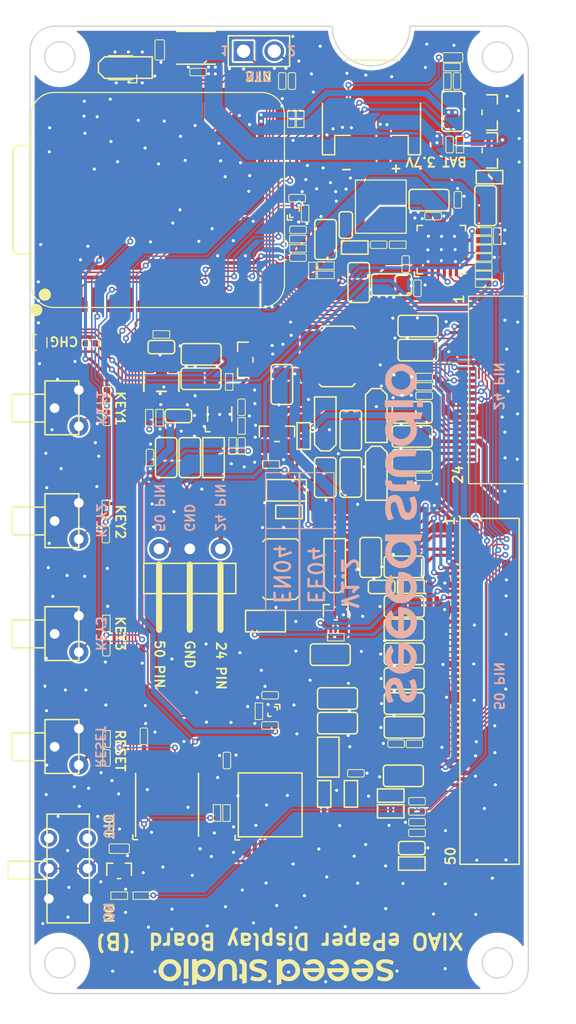
<source format=kicad_pcb>
(kicad_pcb (version 20241229) (generator "pcbnew") (generator_version "9.0")
  (layers (0 "F.Cu" signal) (2 "B.Cu" signal) (13 "F.Paste" user) (15 "B.Paste" user) (5 "F.SilkS" user "F.Silkscreen") (7 "B.SilkS" user "B.Silkscreen") (1 "F.Mask" user) (3 "B.Mask" user) (25 "Edge.Cuts" user))
  (net 0 "")
  (net 1 "GND")
  (net 2 "/E-ink/VB")
  (net 3 "Net-(Q1-D)")
  (net 4 "Net-(C2-Pad2)")
  (net 5 "/E-ink/PREVGL")
  (net 6 "Net-(Q3-S)")
  (net 7 "/E-ink/VPC")
  (net 8 "Net-(C8-Pad2)")
  (net 9 "Net-(C9-Pad2)")
  (net 10 "Net-(C10-Pad1)")
  (net 11 "Net-(C11-Pad1)")
  (net 12 "Net-(C12-Pad1)")
  (net 13 "Net-(C13-Pad1)")
  (net 14 "Net-(C14-Pad1)")
  (net 15 "Net-(C15-Pad1)")
  (net 16 "/E-ink/VDDD")
  (net 17 "Net-(C17-Pad2)")
  (net 18 "Net-(C18-Pad2)")
  (net 19 "Net-(C19-Pad2)")
  (net 20 "Net-(C20-Pad2)")
  (net 21 "Net-(C21-Pad2)")
  (net 22 "Net-(C21-Pad1)")
  (net 23 "Net-(C22-Pad2)")
  (net 24 "Net-(C23-Pad2)")
  (net 25 "Net-(C23-Pad1)")
  (net 26 "Net-(C24-Pad2)")
  (net 27 "Net-(C25-Pad2)")
  (net 28 "Net-(C27-Pad2)")
  (net 29 "Net-(C28-Pad2)")
  (net 30 "Net-(C29-Pad2)")
  (net 31 "Net-(C30-Pad2)")
  (net 32 "Net-(C32-Pad2)")
  (net 33 "EDP_3V3")
  (net 34 "VBUS")
  (net 35 "VSYS")
  (net 36 "VBAT")
  (net 37 "Net-(U2-FB)")
  (net 38 "Net-(U17-VOUT)")
  (net 39 "Net-(Q2-D)")
  (net 40 "Net-(U2-EN)")
  (net 41 "/XIAO/RST")
  (net 42 "/XIAO/BUTON1")
  (net 43 "/XIAO/BUTON2")
  (net 44 "/E-ink/GDRC")
  (net 45 "VCC_3V3")
  (net 46 "/E-ink/PREVGH")
  (net 47 "/E-ink/VDDIO")
  (net 48 "/E-ink/VDD")
  (net 49 "/E-ink/VPH")
  (net 53 "Net-(Q6-G)")
  (net 54 "/E-ink/RESEC")
  (net 56 "Net-(J1-Pad48)")
  (net 58 "BAT_ADC")
  (net 60 "Net-(J1-Pad1)")
  (net 61 "/E-ink/GDRH")
  (net 62 "Net-(U12-PMID)")
  (net 64 "SPI0_CLK")
  (net 66 "/E-ink/RESEH")
  (net 70 "+3.3V")
  (net 72 "EDP_BUSY")
  (net 73 "SPI0_MOSI")
  (net 74 "SPI0_CS")
  (net 75 "EDP_DC")
  (net 76 "EDP_RES")
  (net 77 "/Power/NTC")
  (net 78 "/XIAO/RX1{slash}NFC1")
  (net 79 "/XIAO/TX1{slash}NFC2")
  (net 80 "/XIAO/BUTON3")
  (net 81 "Net-(J5-P$3)")
  (net 82 "Net-(U12-LX1)")
  (net 83 "Net-(C67-Pad2)")
  (net 84 "Net-(C68-Pad2)")
  (net 85 "Net-(TP25-T)")
  (net 86 "PWR_EN")
  (net 87 "ADC_EN")
  (net 88 "/XIAO/SPI1_CS1")
  (net 89 "/XIAO/SPI1_CS0")
  (net 90 "Net-(D5-+)")
  (net 91 "Net-(U2-SW)")
  (net 92 "/XIAO/SPI1_CLK")
  (net 93 "/XIAO/SPI1_MOSI")
  (net 94 "/XIAO/SPI1_MISO")
  (net 98 "Net-(Q6-S)")
  (net 103 "Net-(L6-Pad2)")
  (net 104 "Net-(Q3-G)")
  (net 105 "Net-(J5-P$1)")
  (net 106 "Net-(Q4-G)")
  (net 110 "Net-(C64-Pad2)")
  (net 111 "Net-(C65-Pad1)")
  (net 112 "Net-(TP7-T)")
  (net 113 "Net-(U8-FB)")
  (net 114 "Net-(U8-EN)")
  (net 115 "XIAO_3V3")
  (net 116 "Net-(D5--)")
  (net 117 "Net-(R30-Pad1)")
  (net 118 "Net-(R44-Pad1)")
  (net 119 "Net-(U12-{slash}CE)")
  (net 120 "Net-(U12-{slash}QON)")
  (net 121 "/Power/SY_INT")
  (net 122 "Net-(U12-BST)")
  (net 123 "/Power/SY_SDA")
  (net 124 "/Power/SY_SCL")
  (net 125 "/Power/SY_DN")
  (net 126 "/Power/SY_DP")
  (footprint "Resistor:R0402" (layer "F.Cu") (at 83.69 155.05 90)
    (property "Reference" "R35")
    (property "Value" "10K")
  )
  (footprint "Resistor:R0402" (layer "F.Cu") (at 84.7336 168.007 180)
    (property "Reference" "R40")
    (property "Value" "100K")
  )
  (footprint "Inductor:L0603" (layer "F.Cu") (at 103.901 159.59 90)
    (property "Reference" "L3")
    (property "Value" "10uH")
  )
  (footprint "Capacitor:C0402" (layer "F.Cu") (at 109.9629 125.893722)
    (property "Reference" "C27")
    (property "Value" "1uF")
  )
  (footprint "Capacitor:C0805" (layer "F.Cu") (at 115.0358 110.9586 90)
    (property "Reference" "C95")
    (property "Value" "10uF")
  )
  (footprint "Capacitor:C0402" (layer "F.Cu") (at 83.62 138.15 -90)
    (property "Reference" "C55")
    (property "Value" "100nF")
  )
  (footprint "Switch:SW3-DIP-SIDE-4.5X4.5X5.5MM" (layer "F.Cu") (at 81.39175 137.030083 -90)
    (property "Reference" "SW4")
    (property "Value" "EL-4501V" (hide yes))
  )
  (footprint "Resistor:R0603" (layer "F.Cu") (at 107.189999 161.03)
    (property "Reference" "R14")
    (property "Value" "0R")
  )
  (footprint "Resistor:R0402" (layer "F.Cu") (at 114.8587 113.0718 180)
    (property "Reference" "R44")
    (property "Value" "51K")
  )
  (footprint "Misc:TP-D45MIL" (layer "F.Cu") (at 117.525 110.73)
    (property "Reference" "TP3" (hide yes))
    (property "Value" "Test Point")
  )
  (footprint "Capacitor:C0402" (layer "F.Cu") (at 109.3729 160.2)
    (property "Reference" "C20")
    (property "Value" "1uF")
  )
  (footprint "Ic:QFN24G-0.5-4X4MM" (layer "F.Cu") (at 111.3782 114.5908)
    (property "Reference" "U12")
    (property "Value" "SY6974B")
  )
  (footprint "Capacitor:C0402" (layer "F.Cu") (at 97.207499 153.92825 180)
    (property "Reference" "C46")
    (property "Value" "1uF")
  )
  (footprint "Resistor:R0402" (layer "F.Cu") (at 100.1125 111.6 90)
    (property "Reference" "R27")
    (property "Value" "100K")
  )
  (footprint "Misc:TP-D45MIL" (layer "F.Cu") (at 101.5738 110.6538)
    (property "Reference" "TP25")
    (property "Value" "Test Point")
  )
  (footprint "Resistor:R0402" (layer "F.Cu") (at 98.97 103.8 90)
    (property "Reference" "R9")
    (property "Value" "0R")
  )
  (footprint "Capacitor:C0402" (layer "F.Cu") (at 86.77 154.83 90)
    (property "Reference" "C63")
    (property "Value" "100nF")
  )
  (footprint "Resistor:R0402" (layer "F.Cu") (at 93.611 161.1745 90)
    (property "Reference" "R31")
    (property "Value" "10K")
  )
  (footprint "Capacitor:C0805" (layer "F.Cu") (at 109.4478 122.8966)
    (property "Reference" "C25")
    (property "Value" "4.7uF")
  )
  (footprint "Capacitor:C0805" (layer "F.Cu") (at 108.24 158.1)
    (property "Reference" "C16")
    (property "Value" "2.2uF")
  )
  (footprint "Capacitor:C0603" (layer "F.Cu") (at 89.62 128.35)
    (property "Reference" "C69")
    (property "Value" "100nF")
  )
  (footprint "Capacitor:C0402" (layer "F.Cu") (at 106.1966 114.1844)
    (property "Reference" "C67")
    (property "Value" "47nF")
  )
  (footprint "Diode:SOD-123" (layer "F.Cu") (at 102.5606 140.6867 90)
    (property "Reference" "D4")
    (property "Value" "MBR0530")
  )
  (footprint "Capacitor:C0402" (layer "F.Cu") (at 107.64 155.44)
    (property "Reference" "C18")
    (property "Value" "1uF")
  )
  (footprint "Capacitor:C0402" (layer "F.Cu") (at 97.217499 151.43825 180)
    (property "Reference" "C47")
    (property "Value" "1uF")
  )
  (footprint "Misc:TP-D45MIL" (layer "F.Cu") (at 117.5504 112.9144)
    (property "Reference" "TP4" (hide yes))
    (property "Value" "Test Point")
  )
  (footprint "Logo:LOGO-SEEED-NEW-2_1X19.1MM" (layer "F.Cu") (at 97.77 174.28 180)
    (property "Reference" "G***" (hide yes))
    (property "Value" "LOGO" (hide yes))
  )
  (footprint "Misc:TP-D45MIL" (layer "F.Cu") (at 117.6012 117.0546)
    (property "Reference" "TP50")
    (property "Value" "Test Point")
  )
  (footprint "Resistor:R0402" (layer "F.Cu") (at 88.07 128.4875 90)
    (property "Reference" "R12")
    (property "Value" "20K")
  )
  (footprint "Diode:LED2-0.6X1.7MM" (layer "F.Cu") (at 78.4 122.27 90)
    (property "Reference" "D5")
    (property "Value" "Green")
  )
  (footprint "Capacitor:C0805" (layer "F.Cu") (at 102.791 151.7)
    (property "Reference" "C34")
    (property "Value" "47uF")
  )
  (footprint "Capacitor:C0805" (layer "F.Cu") (at 112.32 103.15 -90)
    (property "Reference" "C60")
    (property "Value" "10uF")
  )
  (footprint "Diode:ESD-0402" (layer "F.Cu") (at 84.7336 164.1208 180)
    (property "Reference" "D9")
    (property "Value" "TPD1E10B06DPYR")
  )
  (footprint "Resistor:R0402" (layer "F.Cu") (at 92.82 161.17 90)
    (property "Reference" "R39")
    (property "Value" "10K")
  )
  (footprint "Diode:SOD-123" (layer "F.Cu") (at 85.2678 99.538)
    (property "Reference" "D7")
    (property "Value" "SMF5.0CA")
  )
  (footprint "Capacitor:C0603" (layer "F.Cu") (at 103.4788 112.5588 -90)
    (property "Reference" "C68")
    (property "Value" "100nF")
  )
  (footprint "Capacitor:C0805" (layer "F.Cu") (at 98.19 125.7398 -90)
    (property "Reference" "C1")
    (property "Value" "4.7uF")
  )
  (footprint "Capacitor:C0402" (layer "F.Cu") (at 87.2736 131.7866 90)
    (property "Reference" "C44")
    (property "Value" "100nF")
  )
  (footprint "Capacitor:C0402" (layer "F.Cu") (at 109.401 117.7862 -90)
    (property "Reference" "C79")
    (property "Value" "100nF")
  )
  (footprint "Capacitor:C0603" (layer "F.Cu") (at 88.22 122.65 180)
    (property "Reference" "C57")
    (property "Value" "100nF")
  )
  (footprint "Diode:WSON7-0.65-2X2X0.8MM" (layer "F.Cu") (at 84.8386 99.55 180)
    (property "Reference" "U7")
    (property "Value" "TVS0500DRVR")
  )
  (footprint "Capacitor:C0805" (layer "F.Cu") (at 104.5456 117.3086 90)
    (property "Reference" "C89")
    (property "Value" "10uF")
  )
  (footprint "Capacitor:C0402" (layer "F.Cu") (at 83.71 128.4525 -90)
    (property "Reference" "C54")
    (property "Value" "100nF")
  )
  (footprint "Capacitor:C0805" (layer "F.Cu") (at 108.3055 144.09 180)
    (property "Reference" "C10")
    (property "Value" "10uF")
  )
  (footprint "Misc:TP-D45MIL" (layer "F.Cu") (at 117.6012 115.0226)
    (property "Reference" "TP49")
    (property "Value" "Test Point")
  )
  (footprint "Misc:TP-D45MIL" (layer "F.Cu") (at 109.8034 108.5202)
    (property "Reference" "TP24")
    (property "Value" "Test Point")
  )
  (footprint "Resistor:R0402" (layer "F.Cu") (at 100.7102 116.318 -90)
    (property "Reference" "R17")
    (property "Value" "NCP15XH103F03RC")
  )
  (footprint "Inductor:L5040S" (layer "F.Cu") (at 102.77 123.4198)
    (property "Reference" "L4")
    (property "Value" "10uH")
  )
  (footprint "Capacitor:C0805" (layer "F.Cu") (at 108.3055 154.09 180)
    (property "Reference" "C15")
    (property "Value" "10uF")
  )
  (footprint "Capacitor:C0603" (layer "F.Cu") (at 106.44 142.48)
    (property "Reference" "C9")
    (property "Value" "470nF")
  )
  (footprint "Switch:SW3-DIP-SIDE-4.5X4.5X5.5MM" (layer "F.Cu") (at 81.39175 146.363417 -90)
    (property "Reference" "SW5")
    (property "Value" "EL-4501V" (hide yes))
  )
  (footprint "Misc:TP-D45MIL" (layer "F.Cu") (at 99.618 116.7752)
    (property "Reference" "TP26")
    (property "Value" "Test Point")
  )
  (footprint "Resistor:R0402" (layer "F.Cu") (at 83.62 136 90)
    (property "Reference" "R37")
    (property "Value" "10K")
  )
  (footprint "Capacitor:C0402" (layer "F.Cu") (at 110.6964 111.8172 180)
    (property "Reference" "C96")
    (property "Value" "100nF")
  )
  (footprint "Resistor:R0402" (layer "F.Cu") (at 112.27 99.5)
    (property "Reference" "R13")
    (property "Value" "10K")
  )
  (footprint "Capacitor:C0402" (layer "F.Cu") (at 109.1529 155.46)
    (property "Reference" "C19")
    (property "Value" "1uF")
  )
  (footprint "Resistor:R0603" (layer "F.Cu") (at 104.2154 114.413)
    (property "Reference" "R46")
    (property "Value" "2.2R")
  )
  (footprint "Capacitor:C0805" (layer "F.Cu") (at 108.97 130.034756)
    (property "Reference" "C30")
    (property "Value" "4.7uF")
  )
  (footprint "Capacitor:C0402" (layer "F.Cu") (at 109.37 161.04 180)
    (property "Reference" "C21")
    (property "Value" "1uF")
  )
  (footprint "Resistor:R0603" (layer "F.Cu") (at 99.99 129.9998 90)
    (property "Reference" "R5")
    (property "Value" "0R")
  )
  (footprint "Misc:TP-D45MIL" (layer "F.Cu") (at 90.32025 134.97375 180)
    (property "Reference" "TP6" (hide yes))
    (property "Value" "Test Point")
  )
  (footprint "Capacitor:C0402" (layer "F.Cu") (at 109.9629 126.669167)
    (property "Reference" "C28")
    (property "Value" "1uF")
  )
  (footprint "Resistor:R0402" (layer "F.Cu") (at 99.520001 113.72)
    (property "Reference" "R28")
    (property "Value" "10K")
  )
  (footprint "Resistor:R0402" (layer "F.Cu") (at 97.3 132.3498 180)
    (property "Reference" "R1")
    (property "Value" "1M")
  )
  (footprint "Resistor:R0402" (layer "F.Cu") (at 107.7714 114.1844 180)
    (property "Reference" "R64")
    (property "Value" "0R")
  )
  (footprint "Capacitor:C0805" (layer "F.Cu") (at 107.2634 117.4864 180)
    (property "Reference" "C61")
    (property "Value" "22uF")
  )
  (footprint "Resistor:R0402" (layer "F.Cu") (at 99.520001 114.49 180)
    (property "Reference" "R29")
    (property "Value" "10K")
  )
  (footprint "Capacitor:C0805" (layer "F.Cu") (at 101.78 133.4298 90)
    (property "Reference" "C4")
    (property "Value" "10uF")
  )
  (footprint "Resistor:R0402" (layer "F.Cu") (at 88.22 121.6)
    (property "Reference" "R41")
    (property "Value" "10K")
  )
  (footprint "Capacitor:C0402" (layer "F.Cu") (at 93.641 156.83 90)
    (property "Reference" "C50")
    (property "Value" "100nF")
  )
  (footprint "Capacitor:C0402" (layer "F.Cu") (at 109.372899 162.81 180)
    (property "Reference" "C23")
    (property "Value" "1uF")
  )
  (footprint "Resistor:R0805" (layer "F.Cu") (at 96.834 145.3068 180)
    (property "Reference" "R4")
    (property "Value" "0.22R")
  )
  (footprint "Capacitor:C0402" (layer "F.Cu") (at 112.68 100.65 -90)
    (property "Reference" "C59")
    (property "Value" "1uF")
  )
  (footprint "Capacitor:C0805" (layer "F.Cu") (at 88.6198 131.7866 -90)
    (property "Reference" "C43")
    (property "Value" "10uF")
  )
  (footprint "Inductor:L5040S" (layer "F.Cu") (at 98.094 141.0068)
    (property "Reference" "L5")
    (property "Value" "10uH")
  )
  (footprint "Capacitor:C0402" (layer "F.Cu") (at 104.311 157.89)
    (property "Reference" "C33")
    (property "Value" "100nF")
  )
  (footprint "Capacitor:C0805" (layer "F.Cu") (at 108.3055 146.02 180)
    (property "Reference" "C11")
    (property "Value" "10uF")
  )
  (footprint "Ic:SOIC8-1.27-5.3X5.3MM" (layer "F.Cu") (at 97.221 160.5)
    (property "Reference" "U5")
    (property "Value" "ZB25VQ32DSJG")
  )
  (footprint "Connector:JST2+2P_2.0_PH_S2B-PH-SM4-TB_1x02-1MP_Horizontal" (layer "F.Cu") (at 105.6 103.43815 180)
    (property "Reference" "J3")
    (property "Value" "A2001WF-02A")
  )
  (footprint "Diode:SOD-123" (layer "F.Cu") (at 101.78 128.9708 90)
    (property "Reference" "D1")
    (property "Value" "MBR0530")
  )
  (footprint "Capacitor:C0805" (layer "F.Cu") (at 103.89 133.4098 -90)
    (property "Reference" "C3")
    (property "Value" "10uF")
  )
  (footprint "Capacitor:C0402" (layer "F.Cu") (at 94.85025 127.62375 -90)
    (property "Reference" "C51")
    (property "Value" "100nF")
  )
  (footprint "Diode:SOD-123" (layer "F.Cu") (at 106 128.3348 -90)
    (property "Reference" "D2")
    (property "Value" "MBR0530")
  )
  (footprint "Resistor:R0402" (layer "F.Cu") (at 114.8841 115.2308)
    (property "Reference" "R48")
    (property "Value" "10K")
  )
  (footprint "Misc:TP-D45MIL" (layer "F.Cu") (at 110.6162 118.1468)
    (property "Reference" "TP21")
    (property "Value" "Test Point")
  )
  (footprint "Resistor:R0402" (layer "F.Cu") (at 114.8834 114.5196)
    (property "Reference" "R59")
    (property "Value" "10K")
  )
  (footprint "Resistor:R0603" (layer "F.Cu") (at 107.19 159.73)
    (property "Reference" "R15")
    (property "Value" "0R")
  )
  (footprint "Connector:H3-2.54-90D" (layer "F.Cu") (at 90.57 139.33 90)
    (property "Reference" "J5")
    (property "Value" "PH-2.54-3A-PW" (hide yes))
  )
  (footprint "Capacitor:C0805" (layer "F.Cu") (at 108.3055 152.12 180)
    (property "Reference" "C14")
    (property "Value" "10uF")
  )
  (footprint "Resistor:R0402" (layer "F.Cu") (at 93.83025 125.52375 90)
    (property "Reference" "R25")
    (property "Value" "100K")
  )
  (footprint "Mosfet:SOT-323" (layer "F.Cu") (at 84.7236 165.957 -90)
    (property "Reference" "Q4")
    (property "Value" "LBSS138WT1G")
  )
  (footprint "Capacitor:C0805" (layer "F.Cu") (at 108.3055 148.01 180)
    (property "Reference" "C12")
    (property "Value" "10uF")
  )
  (footprint "Seeed_Studio_XIAO_Series:XIAO-ESP32-S3-Plus-SMD" (layer "F.Cu") (at 87.99 110.485 180)
    (property "Reference" "U3")
    (property "Value" "XIAO-HALF-HOLE-33P")
  )
  (footprint "Connector:FPC50-0.5-28.6X4.9X2MM" (layer "F.Cu") (at 112.92 151.11 90)
    (property "Reference" "J1")
    (property "Value" "CHW05200-501TAPE-2W")
  )
  (footprint "Misc:TP-D45MIL" (layer "F.Cu") (at 88.569 100.05)
    (property "Reference" "TP8" (hide yes))
    (property "Value" "Test Point")
  )
  (footprint "Ic:SOP8-1.27-5.2X5.2x2.16MM" (layer "F.Cu") (at 88.691 160.5)
    (property "Reference" "U6")
    (property "Value" "GT30L32S4W")
  )
  (footprint "Capacitor:C0805" (layer "F.Cu") (at 110.3662 110.4964 180)
    (property "Reference" "C97")
    (property "Value" "22uF")
  )
  (footprint "Capacitor:C0805" (layer "F.Cu") (at 91.49925 125.26875)
    (property "Reference" "C41")
    (property "Value" "10uF")
  )
  (footprint "Inductor:INT2-SMD-4.2X4.4X1.8MM" (layer "F.Cu") (at 106.3744 111.0348 90)
    (property "Reference" "L1")
    (property "Value" "1UH")
  )
  (footprint "Resistor:R0402" (layer "F.Cu") (at 102.6506 146.6357)
    (property "Reference" "R2")
    (property "Value" "1M")
  )
  (footprint "Resistor:R0805" (layer "F.Cu") (at 98.56 134.4898)
    (property "Reference" "R6")
    (property "Value" "0.22R")
  )
  (footprint "Capacitor:C0402" (layer "F.Cu") (at 99.450001 110.33)
    (property "Reference" "C48")
    (property "Value" "1uF")
  )
  (footprint "Mosfet:SOT-323" (layer "F.Cu") (at 102.6406 144.5757 -90)
    (property "Reference" "Q2")
    (property "Value" "CJ2101")
  )
  (footprint "Diode:SOD-123" (layer "F.Cu") (at 106 133.1088 -90)
    (property "Reference" "D3")
    (property "Value" "MBR0530")
  )
  (footprint "Switch:SW3-DIP-SIDE-4.5X4.5X5.5MM" (layer "F.Cu") (at 81.39175 155.69675 -90)
    (property "Reference" "SW2")
    (property "Value" "EL-4501V" (hide yes))
  )
  (footprint "Resistor:R0402" (layer "F.Cu") (at 101.8278 115.9116)
    (property "Reference" "R30")
    (property "Value" "3.3K")
  )
  (footprint "Resistor:R0402" (layer "F.Cu") (at 86.5624 168.007 180)
    (property "Reference" "R16")
    (property "Value" "1K")
  )
  (footprint "Ic:SOT-23" (layer "F.Cu") (at 95.16 123.7 90)
    (property "Reference" "U4")
    (property "Value" "ME2805A293XG")
  )
  (footprint "Capacitor:C0805" (layer "F.Cu") (at 108.3055 150.06 180)
    (property "Reference" "C13")
    (property "Value" "10uF")
  )
  (footprint "Resistor:R0805" (layer "F.Cu") (at 102.029 156.55 90)
    (property "Reference" "R7")
    (property "Value" "1R")
  )
  (footprint "Capacitor:C0805" (layer "F.Cu") (at 103.89 129.5298 -90)
    (property "Reference" "C2")
    (property "Value" "10uF")
  )
  (footprint "Ic:WLCSP4-0.4-0.77X0.77X0.33MM" (layer "F.Cu") (at 99.240001 111.54 90)
    (property "Reference" "U17")
    (property "Value" "TPS22916CYFPR")
  )
  (footprint "Resistor:R0402" (layer "F.Cu") (at 83.71 126.6 90)
    (property "Reference" "R36")
    (property "Value" "10K")
  )
  (footprint "Capacitor:C0805" (layer "F.Cu") (at 102.1906 148.0757 180)
    (property "Reference" "C5")
    (property "Value" "4.7uF")
  )
  (footprint "Capacitor:C0402" (layer "F.Cu") (at 99.02 100.65 90)
    (property "Reference" "C65")
    (property "Value" "300pF")
  )
  (footprint "Capacitor:C0402" (layer "F.Cu") (at 112.07 105.9 90)
    (property "Reference" "C39")
    (property "Value" "1uF")
  )
  (footprint "Resistor:R0402" (layer "F.Cu") (at 114.8841 115.9674)
    (property "Reference" "R61")
    (property "Value" "10K")
  )
  (footprint "Connector:FPC24-0.5-15.5X4.9X2MM" (layer "F.Cu") (at 113.53 126.19 90)
    (property "Reference" "J2")
    (property "Value" "FPC 24P TOP contact")
  )
  (footprint "Fuse:F1210" (layer "F.Cu") (at 91.0836 97.903)
    (property "Reference" "F1")
    (property "Value" "2A")
  )
  (footprint "Capacitor:C0805" (layer "F.Cu") (at 90.5756 131.7866 -90)
    (property "Reference" "C42")
    (property "Value" "10uF")
  )
  (footprint "Capacitor:C0402" (layer "F.Cu") (at 94.85525 130.82125 90)
    (property "Reference" "C45")
    (property "Value" "22pF")
  )
  (footprint "Capacitor:C0402" (layer "F.Cu") (at 109.95 133.37)
    (property "Reference" "C32")
    (property "Value" "1uF")
  )
  (footprint "Resistor:R0402" (layer "F.Cu") (at 116.001 113.4732 -90)
    (property "Reference" "R60")
    (property "Value" "100K")
  )
  (footprint "Resistor:R0402" (layer "F.Cu") (at 112.92 105.9 -90)
    (property "Reference" "R34")
    (property "Value" "1M")
  )
  (footprint "Capacitor:C0402" (layer "F.Cu") (at 99.52 115.25)
    (property "Reference" "C62")
    (property "Value" "1nF")
  )
  (footprint "Capacitor:C0805" (layer "F.Cu") (at 108.97 128.049511)
    (property "Reference" "C29")
    (property "Value" "4.7uF")
  )
  (footprint "Misc:TP-D45MIL" (layer "F.Cu") (at 86.22 97.25)
    (property "Reference" "TP7" (hide yes))
    (property "Value" "Test Point")
  )
  (footprint "Resistor:R0402" (layer "F.Cu") (at 101.8278 116.6736 180)
    (property "Reference" "R33")
    (property "Value" "4.7K")
  )
  (footprint "Inductor:L0805" (layer "F.Cu") (at 92.5314 131.7866 -90)
    (property "Reference" "L2")
    (property "Value" "0.47uH")
  )
  (footprint "Resistor:R0402" (layer "F.Cu") (at 94.11025 130.82375 -90)
    (property "Reference" "R23")
    (property "Value" "100K")
  )
  (footprint "Capacitor:C0805" (layer "F.Cu") (at 108.3 140.82)
    (property "Reference" "C8")
    (property "Value" "4.7uF")
  )
  (footprint "Misc:TP-D45MIL" (layer "F.Cu") (at 101.5484 118.1722 180)
    (property "Reference" "NTC_IN2" (hide yes))
    (property "Value" "NTC")
  )
  (footprint "Capacitor:C0402" (layer "F.Cu") (at 112.7498 110.476 90)
    (property "Reference" "C98")
    (property "Value" "100nF")
  )
  (footprint "Ic:WLCSP4-0.4-0.77X0.77X0.33MM" (layer "F.Cu") (at 97.417499 152.79125 -90)
    (property "Reference" "U16")
    (property "Value" "TPS22916CYFPR")
  )
  (footprint "Resistor:R0402" (layer "F.Cu") (at 114.8841 117.3898)
    (property "Reference" "R137")
    (property "Value" "4.7K")
  )
  (footprint "Resistor:R0603" (layer "F.Cu") (at 108.8565 142.46)
    (property "Reference" "R8")
    (property "Value" "0R")
  )
  (footprint "Resistor:R0402" (layer "F.Cu") (at 87.22 128.5 -90)
    (property "Reference" "R42")
    (property "Value" "100K")
  )
  (footprint "Resistor:R0402" (layer "F.Cu") (at 83.67 145.5 90)
    (property "Reference" "R38")
    (property "Value" "10K")
  )
  (footprint "Capacitor:C0402" (layer "F.Cu") (at 109.3729 161.93)
    (property "Reference" "C22")
    (property "Value" "1uF")
  )
  (footprint "Capacitor:C0402" (layer "F.Cu") (at 98.22 100.65 -90)
    (property "Reference" "C64")
    (property "Value" "300pF")
  )
  (footprint "Capacitor:C0805" (layer "F.Cu") (at 91.50925 123.24875)
    (property "Reference" "C40")
    (property "Value" "10uF")
  )
  (footprint "Capacitor:C0805" (layer "F.Cu") (at 101.8024 113.75 90)
    (property "Reference" "C94")
    (property "Value" "4.7uF")
  )
  (footprint "Capacitor:C0402" (layer "F.Cu") (at 91.2614 99.9096 180)
    (property "Reference" "C58")
    (property "Value" "100nF")
  )
  (footprint "Switch:SW3-DIP-SIDE-4.5X4.5X5.5MM" (layer "F.Cu") (at 81.39175 127.69675 -90)
    (property "Reference" "SW3")
    (property "Value" "EL-4501V" (hide yes))
  )
  (footprint "Resistor:R0402" (layer "F.Cu") (at 94.85025 129.16375 -90)
    (property "Reference" "R24")
    (property "Value" "22K")
  )
  (footprint "Capacitor:C0402" (layer "F.Cu") (at 83.68 156.62 -90)
    (property "Reference" "C53")
    (property "Value" "100nF")
  )
  (footprint "Capacitor:C0402" (layer "F.Cu") (at 109.9629 125.118278)
    (property "Reference" "C26")
    (property "Value" "1uF")
  )
  (footprint "Resistor:R0402" (layer "F.Cu") (at 82.346 122.3378 180)
    (property "Reference" "R47")
    (property "Value" "10K")
  )
  (footprint "Capacitor:C0402" (layer "F.Cu") (at 108.4318 115.7846 90)
    (property "Reference" "C66")
    (property "Value" "100nF")
  )
  (footprint "Resistor:R0402" (layer "F.Cu") (at 114.8834 113.8034 180)
    (property "Reference" "R45")
    (property "Value" "1K")
  )
  (footprint "Switch:SW6-2CH-2.54-9X3.5X3.5" (layer "F.Cu") (at 80.51 165.76)
    (property "Reference" "SW1")
    (property "Value" "MK-22D18 G3")
  )
  (footprint "Capacitor:C0805" (layer "F.Cu") (at 108.97 132.02)
    (property "Reference" "C31")
    (property "Value" "4.7uF")
  )
  (footprint "Capacitor:C0402" (layer "F.Cu") (at 83.67 147.5 -90)
    (property "Reference" "C56")
    (property "Value" "100nF")
  )
  (footprint "Capacitor:C0805" (layer "F.Cu") (at 102.791 153.74)
    (property "Reference" "C7")
    (property "Value" "47uF")
  )
  (footprint "Resistor:R0402" (layer "F.Cu") (at 111.88 100.65 90)
    (property "Reference" "R43")
    (property "Value" "100K")
  )
  (footprint "Mosfet:SOT23" (layer "F.Cu") (at 115.3914 106.3866 180)
    (property "Reference" "Q3")
    (property "Value" "CJ3407")
  )
  (footprint "Misc:TP-D45MIL" (layer "F.Cu") (at 88.26025 134.94375 180)
    (property "Reference" "TP5" (hide yes))
    (property "Value" "Test Point")
  )
  (footprint "Ic:SOT-23-5" (layer "F.Cu") (at 88.22 125.5 180)
    (property "Reference" "U8")
    (property "Value" "TLV75801PDBVR")
  )
  (footprint "Mosfet:SOT23" (layer "F.Cu") (at 115.38 103.25 180)
    (property "Reference" "Q6")
    (property "Value" "CJ3407")
  )
  (footprint "Mosfet:SOT23" (layer "F.Cu") (at 97.78 129.8198 -90)
    (property "Reference" "Q1")
    (property "Value" "CJ2324")
  )
  (footprint "Resistor:R0603" (layer "F.Cu") (at 98.78 136.2798)
    (property "Reference" "R3")
    (property "Value" "0.47R")
  )
  (footprint "Connector:H2P-2.54-65_40MIL" (layer "F.Cu") (at 96.29 98.18 90)
    (property "Reference" "J4")
    (property "Value" "ST-PH-254-0087-1*2P")
  )
  (footprint "Resistor:R0402" (layer "F.Cu") (at 99.7066 103.8 90)
    (property "Reference" "R10")
    (property "Value" "0R")
  )
  (footprint "Resistor:R0603" (layer "F.Cu") (at 115.366 108.5964 180)
    (property "Reference" "R32")
    (property "Value" "0R")
  )
  (footprint "Resistor:R0402" (layer "F.Cu") (at 114.8841 116.6786)
    (property "Reference" "R113")
    (property "Value" "4.7K")
  )
  (footprint "Diode:ESD-0402" (layer "F.Cu") (at 112.32 98.7 180)
    (property "Reference" "D8")
    (property "Value" "TPD1E10B06DPYR")
  )
  (footprint "Capacitor:C0402" (layer "F.Cu") (at 99.520001 112.95)
    (property "Reference" "C49")
    (property "Value" "100nF")
  )
  (footprint "Capacitor:C0805" (layer "F.Cu") (at 105.5362 140.0416 90)
    (property "Reference" "C6")
    (property "Value" "10uF")
  )
  (footprint "Capacitor:C0805" (layer "F.Cu") (at 109.4478 120.911356)
    (property "Reference" "C24")
    (property "Value" "4.7uF")
  )
  (footprint "Resistor:R0402" (layer "F.Cu") (at 96.287499 152.75825 -90)
    (property "Reference" "R26")
    (property "Value" "100K")
  )
  (footprint "Capacitor:C0603" (layer "F.Cu") (at 108.9365 164.07 180)
    (property "Reference" "C17")
    (property "Value" "470nF")
  )
  (footprint "Resistor:R0603" (layer "F.Cu") (at 108.9365 165.35)
    (property "Reference" "R11")
    (property "Value" "0R")
  )
  (footprint "Inductor:L0603" (layer "F.Cu") (at 101.69 159.59 90)
    (property "Reference" "L6")
    (property "Value" "10uH")
  )
  (footprint "Ic:DFN8G-0.5-2X2MM" (layer "F.Cu") (at 93.045 128.22)
    (property "Reference" "U2")
    (property "Value" "ETA3410D2I-T")
  )
  (footprint "Diode:ESD-0402" (layer "F.Cu") (at 88.0864 98.0808 90)
    (property "Reference" "D6")
    (property "Value" "TPD1E10B06DPYR")
  )
  (footprint "Logo:LOGO-SEEED-NEW-3X30MM" (layer "B.Cu") (at 108.202246 138.141231 90)
    (property "Reference" "G***" (hide yes))
    (property "Value" "LOGO" (hide yes))
  )
  (gr_rect (start 99.61 133.03) (end 99.68 144.43) (stroke (width 0.1)) (fill no) (layer "B.SilkS"))
  (gr_line (start 102.51 137.65) (end 96.93 137.65) (stroke (width 0.1)) (layer "B.SilkS"))
  (gr_poly (pts (xy 102.51 133.030001) (xy 102.51 144.43) (xy 96.85 144.429999) (xy 96.85 133.03)) (stroke (width 0.1)) (fill no) (layer "B.SilkS"))
  (gr_line (start 108.740081 96.705447) (end 108.777638 96.360126) (stroke (width 0.1)) (layer "Edge.Cuts"))
  (gr_line (start 78.60847 96.269609) (end 78.862802 96.183275) (stroke (width 0.1)) (layer "Edge.Cuts"))
  (gr_line (start 108.554498 97.373859) (end 108.66541 97.044684) (stroke (width 0.1)) (layer "Edge.Cuts"))
  (gr_circle (center 116.02 173.56) (end 117.27 173.56) (stroke (width 0.1)) (fill no) (layer "Edge.Cuts"))
  (gr_line (start 118.57211 174.066035) (end 118.552053 174.319425) (stroke (width 0.1)) (layer "Edge.Cuts"))
  (gr_line (start 79.130419 176.081602) (end 78.866993 176.029205) (stroke (width 0.1)) (layer "Edge.Cuts"))
  (gr_line (start 116.764661 176.081728) (end 116.557497 176.095183) (stroke (width 0.1)) (layer "Edge.Cuts"))
  (gr_line (start 79.126227 96.130876) (end 79.379388 96.114284) (stroke (width 0.1)) (layer "Edge.Cuts"))
  (gr_line (start 118.417012 97.370903) (end 118.503345 97.625235) (stroke (width 0.1)) (layer "Edge.Cuts"))
  (gr_line (start 107.780475 98.515458) (end 108.019353 98.263277) (stroke (width 0.1)) (layer "Edge.Cuts"))
  (gr_line (start 107.228228 98.935266) (end 107.515732 98.740332) (stroke (width 0.1)) (layer "Edge.Cuts"))
  (gr_line (start 77.620206 175.072515) (end 77.501415 174.831626) (stroke (width 0.1)) (layer "Edge.Cuts"))
  (gr_line (start 77.345733 174.064271) (end 77.340926 174.040091) (stroke (width 0.1)) (layer "Edge.Cuts"))
  (gr_line (start 78.371772 175.82408) (end 78.14845 175.674861) (stroke (width 0.1)) (layer "Edge.Cuts"))
  (gr_line (start 116.554131 176.09855) (end 116.529951 176.10336) (stroke (width 0.1)) (layer "Edge.Cuts"))
  (gr_line (start 103.129284 98.263277) (end 103.368161 98.515458) (stroke (width 0.1)) (layer "Edge.Cuts"))
  (gr_line (start 106.598645 99.226541) (end 106.921333 99.09797) (stroke (width 0.1)) (layer "Edge.Cuts"))
  (gr_line (start 105.921167 99.375665) (end 106.263949 99.319469) (stroke (width 0.1)) (layer "Edge.Cuts"))
  (gr_line (start 108.019353 98.263277) (end 108.229565 97.986749) (stroke (width 0.1)) (layer "Edge.Cuts"))
  (gr_line (start 106.921333 99.09797) (end 107.228228 98.935266) (stroke (width 0.1)) (layer "Edge.Cuts"))
  (gr_line (start 103.920409 98.935266) (end 104.227304 99.09797) (stroke (width 0.1)) (layer "Edge.Cuts"))
  (gr_circle (center 79.814633 98.656669) (end 81.064633 98.656669) (stroke (width 0.1)) (fill no) (layer "Edge.Cuts"))
  (gr_line (start 77.769425 175.295836) (end 77.620206 175.072515) (stroke (width 0.1)) (layer "Edge.Cuts"))
  (gr_line (start 102.332008 96.11812) (end 102.366205 96.152316) (stroke (width 0.1)) (layer "Edge.Cuts"))
  (gr_line (start 118.573311 174.06) (end 118.57211 174.066035) (stroke (width 0.1)) (layer "Edge.Cuts"))
  (gr_line (start 79.304681 176.10336) (end 79.280501 176.09855) (stroke (width 0.1)) (layer "Edge.Cuts"))
  (gr_line (start 102.919072 97.986749) (end 103.129284 98.263277) (stroke (width 0.1)) (layer "Edge.Cuts"))
  (gr_line (start 78.144262 96.53762) (end 78.367582 96.388401) (stroke (width 0.1)) (layer "Edge.Cuts"))
  (gr_line (start 77.501415 174.831626) (end 77.415081 174.577293) (stroke (width 0.1)) (layer "Edge.Cuts"))
  (gr_line (start 118.285301 175.077291) (end 118.133702 175.299894) (stroke (width 0.1)) (layer "Edge.Cuts"))
  (gr_line (start 108.813942 96.11812) (end 108.838122 96.11331) (stroke (width 0.1)) (layer "Edge.Cuts"))
  (gr_line (start 77.946516 175.49777) (end 77.769425 175.295836) (stroke (width 0.1)) (layer "Edge.Cuts"))
  (gr_line (start 116.557497 176.095183) (end 116.554131 176.09855) (stroke (width 0.1)) (layer "Edge.Cuts"))
  (gr_line (start 79.280501 176.09855) (end 79.27289 176.090939) (stroke (width 0.1)) (layer "Edge.Cuts"))
  (gr_line (start 118.503345 97.625235) (end 118.555744 97.888659) (stroke (width 0.1)) (layer "Edge.Cuts"))
  (gr_line (start 108.838122 96.11331) (end 116.489376 96.11331) (stroke (width 0.1)) (layer "Edge.Cuts"))
  (gr_line (start 102.370999 96.186447) (end 102.370999 96.360126) (stroke (width 0.1)) (layer "Edge.Cuts"))
  (gr_line (start 103.368161 98.515458) (end 103.632905 98.740332) (stroke (width 0.1)) (layer "Edge.Cuts"))
  (gr_line (start 78.862802 96.183275) (end 79.126227 96.130876) (stroke (width 0.1)) (layer "Edge.Cuts"))
  (gr_line (start 102.739991 97.689113) (end 102.919072 97.986749) (stroke (width 0.1)) (layer "Edge.Cuts"))
  (gr_line (start 102.594138 97.373859) (end 102.739991 97.689113) (stroke (width 0.1)) (layer "Edge.Cuts"))
  (gr_line (start 108.779745 96.17996) (end 108.779745 96.152316) (stroke (width 0.1)) (layer "Edge.Cuts"))
  (gr_line (start 77.340926 174.040091) (end 77.350869 98.197219) (stroke (width 0.1)) (layer "Edge.Cuts"))
  (gr_line (start 117.305767 96.259658) (end 117.546655 96.378451) (stroke (width 0.1)) (layer "Edge.Cuts"))
  (gr_line (start 108.779745 96.152316) (end 108.813942 96.11812) (stroke (width 0.1)) (layer "Edge.Cuts"))
  (gr_line (start 117.546655 96.378451) (end 117.769976 96.527669) (stroke (width 0.1)) (layer "Edge.Cuts"))
  (gr_line (start 77.362684 174.313867) (end 77.346367 174.064905) (stroke (width 0.1)) (layer "Edge.Cuts"))
  (gr_line (start 118.149001 96.906694) (end 118.298219 97.130015) (stroke (width 0.1)) (layer "Edge.Cuts"))
  (gr_line (start 108.408646 97.689113) (end 108.554498 97.373859) (stroke (width 0.1)) (layer "Edge.Cuts"))
  (gr_line (start 79.379388 96.114284) (end 79.384286 96.11331) (stroke (width 0.1)) (layer "Edge.Cuts"))
  (gr_circle (center 79.814633 173.56) (end 81.064633 173.56) (stroke (width 0.1)) (fill no) (layer "Edge.Cuts"))
  (gr_line (start 116.489376 96.11331) (end 116.52 96.10336) (stroke (width 0.1)) (layer "Edge.Cuts"))
  (gr_line (start 116.529951 176.10336) (end 79.304681 176.10336) (stroke (width 0.1)) (layer "Edge.Cuts"))
  (gr_line (start 117.028902 176.029654) (end 116.764661 176.081728) (stroke (width 0.1)) (layer "Edge.Cuts"))
  (gr_line (start 79.384286 96.11331) (end 102.307828 96.11331) (stroke (width 0.1)) (layer "Edge.Cuts"))
  (gr_line (start 118.555744 97.888659) (end 118.573311 98.156669) (stroke (width 0.1)) (layer "Edge.Cuts"))
  (gr_line (start 78.61266 175.942871) (end 78.371772 175.82408) (stroke (width 0.1)) (layer "Edge.Cuts"))
  (gr_line (start 77.415081 174.577293) (end 77.362684 174.313867) (stroke (width 0.1)) (layer "Edge.Cuts"))
  (gr_line (start 77.942328 96.714711) (end 78.144262 96.53762) (stroke (width 0.1)) (layer "Edge.Cuts"))
  (gr_line (start 103.632905 98.740332) (end 103.920409 98.935266) (stroke (width 0.1)) (layer "Edge.Cuts"))
  (gr_line (start 104.227304 99.09797) (end 104.549992 99.226541) (stroke (width 0.1)) (layer "Edge.Cuts"))
  (gr_line (start 116.52 96.10336) (end 116.788011 96.120926) (stroke (width 0.1)) (layer "Edge.Cuts"))
  (gr_line (start 78.866993 176.029205) (end 78.61266 175.942871) (stroke (width 0.1)) (layer "Edge.Cuts"))
  (gr_line (start 118.133702 175.299894) (end 117.95458 175.501016) (stroke (width 0.1)) (layer "Edge.Cuts"))
  (gr_line (start 108.229565 97.986749) (end 108.408646 97.689113) (stroke (width 0.1)) (layer "Edge.Cuts"))
  (gr_line (start 108.66541 97.044684) (end 108.740081 96.705447) (stroke (width 0.1)) (layer "Edge.Cuts"))
  (gr_line (start 108.777638 96.360126) (end 108.777638 96.186447) (stroke (width 0.1)) (layer "Edge.Cuts"))
  (gr_line (start 77.340927 98.166621) (end 77.358493 97.89861) (stroke (width 0.1)) (layer "Edge.Cuts"))
  (gr_line (start 79.27289 176.090939) (end 79.130419 176.081602) (stroke (width 0.1)) (layer "Edge.Cuts"))
  (gr_line (start 77.410892 97.635185) (end 77.497226 97.380853) (stroke (width 0.1)) (layer "Edge.Cuts"))
  (gr_line (start 77.497226 97.380853) (end 77.616018 97.139966) (stroke (width 0.1)) (layer "Edge.Cuts"))
  (gr_line (start 105.574318 99.394471) (end 105.921167 99.375665) (stroke (width 0.1)) (layer "Edge.Cuts"))
  (gr_line (start 78.14845 175.674861) (end 77.946516 175.49777) (stroke (width 0.1)) (layer "Edge.Cuts"))
  (gr_line (start 106.263949 99.319469) (end 106.598645 99.226541) (stroke (width 0.1)) (layer "Edge.Cuts"))
  (gr_line (start 102.366205 96.171691) (end 102.370999 96.186447) (stroke (width 0.1)) (layer "Edge.Cuts"))
  (gr_line (start 117.95458 175.501016) (end 117.750947 175.677277) (stroke (width 0.1)) (layer "Edge.Cuts"))
  (gr_line (start 116.788011 96.120926) (end 117.051435 96.173325) (stroke (width 0.1)) (layer "Edge.Cuts"))
  (gr_line (start 104.549992 99.226541) (end 104.884688 99.319469) (stroke (width 0.1)) (layer "Edge.Cuts"))
  (gr_line (start 77.358493 97.89861) (end 77.410892 97.635185) (stroke (width 0.1)) (layer "Edge.Cuts"))
  (gr_line (start 77.616018 97.139966) (end 77.765237 96.916645) (stroke (width 0.1)) (layer "Edge.Cuts"))
  (gr_circle (center 116.02 98.656669) (end 117.27 98.656669) (stroke (width 0.1)) (fill no) (layer "Edge.Cuts"))
  (gr_line (start 105.22747 99.375665) (end 105.574318 99.394471) (stroke (width 0.1)) (layer "Edge.Cuts"))
  (gr_line (start 77.350869 98.197219) (end 77.340927 98.166621) (stroke (width 0.1)) (layer "Edge.Cuts"))
  (gr_line (start 117.769976 96.527669) (end 117.971909 96.704761) (stroke (width 0.1)) (layer "Edge.Cuts"))
  (gr_line (start 102.370999 96.360126) (end 102.408555 96.705447) (stroke (width 0.1)) (layer "Edge.Cuts"))
  (gr_line (start 77.765237 96.916645) (end 77.942328 96.714711) (stroke (width 0.1)) (layer "Edge.Cuts"))
  (gr_line (start 102.408555 96.705447) (end 102.483227 97.044684) (stroke (width 0.1)) (layer "Edge.Cuts"))
  (gr_line (start 102.307828 96.11331) (end 102.332008 96.11812) (stroke (width 0.1)) (layer "Edge.Cuts"))
  (gr_line (start 107.515732 98.740332) (end 107.780475 98.515458) (stroke (width 0.1)) (layer "Edge.Cuts"))
  (gr_line (start 108.777638 96.186447) (end 108.779745 96.17996) (stroke (width 0.1)) (layer "Edge.Cuts"))
  (gr_line (start 118.496249 174.582902) (end 118.406831 174.836948) (stroke (width 0.1)) (layer "Edge.Cuts"))
  (gr_line (start 118.573311 98.156669) (end 118.573311 174.06) (stroke (width 0.1)) (layer "Edge.Cuts"))
  (gr_line (start 102.483227 97.044684) (end 102.594138 97.373859) (stroke (width 0.1)) (layer "Edge.Cuts"))
  (gr_line (start 118.552053 174.319425) (end 118.496249 174.582902) (stroke (width 0.1)) (layer "Edge.Cuts"))
  (gr_line (start 102.366205 96.152316) (end 102.366205 96.171691) (stroke (width 0.1)) (layer "Edge.Cuts"))
  (gr_line (start 117.750947 175.677277) (end 117.526223 175.825715) (stroke (width 0.1)) (layer "Edge.Cuts"))
  (gr_line (start 117.526223 175.825715) (end 117.284185 175.943836) (stroke (width 0.1)) (layer "Edge.Cuts"))
  (gr_line (start 104.884688 99.319469) (end 105.22747 99.375665) (stroke (width 0.1)) (layer "Edge.Cuts"))
  (gr_line (start 78.367582 96.388401) (end 78.60847 96.269609) (stroke (width 0.1)) (layer "Edge.Cuts"))
  (gr_line (start 117.284185 175.943836) (end 117.028902 176.029654) (stroke (width 0.1)) (layer "Edge.Cuts"))
  (gr_line (start 118.406831 174.836948) (end 118.285301 175.077291) (stroke (width 0.1)) (layer "Edge.Cuts"))
  (gr_line (start 117.051435 96.173325) (end 117.305767 96.259658) (stroke (width 0.1)) (layer "Edge.Cuts"))
  (gr_line (start 118.298219 97.130015) (end 118.417012 97.370903) (stroke (width 0.1)) (layer "Edge.Cuts"))
  (gr_line (start 117.971909 96.704761) (end 118.149001 96.906694) (stroke (width 0.1)) (layer "Edge.Cuts"))
  (gr_text "ON" (at 83.42 168.57 270) (layer "F.SilkS") (effects (font (size 0.762 0.762) (thickness 0.1524) (bold yes)) (justify left bottom)))
  (gr_text "RESET" (at 84.37 154.19 270) (layer "F.SilkS") (effects (font (size 0.762 0.762) (thickness 0.1524) (bold yes)) (justify left bottom)))
  (gr_text "GND" (at 90.12 146.8 270) (layer "F.SilkS") (effects (font (size 0.762 0.762) (thickness 0.1524) (bold yes)) (justify left bottom)))
  (gr_text "OFF" (at 83.39 161.15 270) (layer "F.SilkS") (effects (font (size 0.762 0.762) (thickness 0.1524) (bold yes)) (justify left bottom)))
  (gr_text "+" (at 108.2032 107.5042 180) (layer "F.SilkS") (effects (font (size 0.762 0.762) (thickness 0.1524) (bold yes)) (justify left bottom)))
  (gr_text "50 PIN" (at 87.62 146.79 270) (layer "F.SilkS") (effects (font (size 0.762 0.762) (thickness 0.1524) (bold yes)) (justify left bottom)))
  (gr_text "BAT 3.7V" (at 113.57 106.8692 180) (layer "F.SilkS") (effects (font (size 0.762 0.762) (thickness 0.1524) (bold yes)) (justify left bottom)))
  (gr_text "-" (at 104.1138 107.5804 180) (layer "F.SilkS") (effects (font (size 0.762 0.762) (thickness 0.1524) (bold yes)) (justify left bottom)))
  (gr_text "NFC" (at 97.45 99.79 180) (layer "F.SilkS") (effects (font (size 0.762 0.762) (thickness 0.1524) (bold yes)) (justify left bottom)))
  (gr_text "24 PIN" (at 92.71 146.92 270) (layer "F.SilkS") (effects (font (size 0.762 0.762) (thickness 0.1524) (bold yes)) (justify left bottom)))
  (gr_text "XIAO ePaper Display Board （B）" (at 113.35 171.02 180) (layer "F.SilkS") (effects (font (size 1.27 1.27) (thickness 0.254)) (justify left bottom)))
  (gr_text "KEY1" (at 84.36 126.21 270) (layer "F.SilkS") (effects (font (size 0.762 0.762) (thickness 0.1524) (bold yes)) (justify left bottom)))
  (gr_text "CHG" (at 81.4316 121.7282 180) (layer "F.SilkS") (effects (font (size 0.762 0.762) (thickness 0.1524) (bold yes)) (justify left bottom)))
  (gr_text "1" (at 113.3086 119.1628 90) (layer "F.SilkS") (effects (font (size 0.8 0.8)) (justify left bottom)))
  (gr_text "KEY3\n" (at 84.37 144.82 270) (layer "F.SilkS") (effects (font (size 0.762 0.762) (thickness 0.1524) (bold yes)) (justify left bottom)))
  (gr_text "KEY2" (at 84.38 135.58 270) (layer "F.SilkS") (effects (font (size 0.762 0.762) (thickness 0.1524) (bold yes)) (justify left bottom)))
  (gr_text "GND" (at 90.08 138.03 270) (layer "B.SilkS") (effects (font (size 0.762 0.762) (thickness 0.1524) (bold yes)) (justify left bottom mirror)))
  (gr_text "2" (at 98.5258 97.6744 180) (layer "B.SilkS") (effects (font (size 0.762 0.762) (thickness 0.1524) (bold yes)) (justify left bottom mirror)))
  (gr_text "KEY2" (at 82.79 138.5 270) (layer "B.SilkS") (effects (font (size 0.762 0.762) (thickness 0.1524) (bold yes)) (justify left bottom mirror)))
  (gr_text "OFF" (at 83.42 163.38 270) (layer "B.SilkS") (effects (font (size 0.762 0.762) (thickness 0.1524) (bold yes)) (justify left bottom mirror)))
  (gr_text "50 PIN" (at 115.69 152.75 270) (layer "B.SilkS") (effects (font (size 0.762 0.762) (thickness 0.1524) (bold yes)) (justify left bottom mirror)))
  (gr_text "50 PIN" (at 87.6 138.02 270) (layer "B.SilkS") (effects (font (size 0.762 0.762) (thickness 0.1524) (bold yes)) (justify left bottom mirror)))
  (gr_text "EN04" (at 97.419999 144.01 270) (layer "B.SilkS") (effects (font (size 1.27 1.27) (thickness 0.2032)) (justify left bottom mirror)))
  (gr_text "24 PIN" (at 115.68 127.97 270) (layer "B.SilkS") (effects (font (size 0.762 0.762) (thickness 0.1524) (bold yes)) (justify left bottom mirror)))
  (gr_text "EE04" (at 100.229999 144 270) (layer "B.SilkS") (effects (font (size 1.27 1.27) (thickness 0.2032)) (justify left bottom mirror)))
  (gr_text "NFC" (at 95.06 99.81 180) (layer "B.SilkS") (effects (font (size 0.762 0.762) (thickness 0.1524) (bold yes)) (justify left bottom mirror)))
  (gr_text "1" (at 93.014 97.6744 180) (layer "B.SilkS") (effects (font (size 0.762 0.762) (thickness 0.1524) (bold yes)) (justify left bottom mirror)))
  (gr_text "24 PIN" (at 92.62 138 270) (layer "B.SilkS") (effects (font (size 0.762 0.762) (thickness 0.1524) (bold yes)) (justify left bottom mirror)))
  (gr_text "KEY3\n" (at 82.75 147.86 270) (layer "B.SilkS") (effects (font (size 0.762 0.762) (thickness 0.1524) (bold yes)) (justify left bottom mirror)))
  (gr_text "ON" (at 83.37 170.26 270) (layer "B.SilkS") (effects (font (size 0.762 0.762) (thickness 0.1524) (bold yes)) (justify left bottom mirror)))
  (gr_text "KEY1" (at 82.81 129.16 270) (layer "B.SilkS") (effects (font (size 0.762 0.762) (thickness 0.1524) (bold yes)) (justify left bottom mirror)))
  (gr_text "RESET" (at 82.71 157.54 -90) (layer "B.SilkS") (effects (font (size 0.762 0.762) (thickness 0.1524) (bold yes)) (justify left bottom mirror)))
  (gr_text "V1.2" (at 103.04 144.37 270) (layer "B.SilkS") (effects (font (size 1.27 1.27) (thickness 0.254) (bold yes)) (justify left bottom mirror)))
  (segment (start 107.4165 152.12) (end 106.48 152.12) (width 0.381) (layer "F.Cu") (net 1))
  (segment (start 107.4165 146.1877) (end 106.6792 146.925) (width 0.381) (layer "F.Cu") (net 1))
  (segment (start 106 126.6598) (end 106 127.5598) (width 0.381) (layer "F.Cu") (net 1))
  (segment (start 116.63 134.57) (end 116.63 134.58) (width 0.381) (layer "F.Cu") (net 1))
  (segment (start 113.53 128.44) (end 116.4 128.44) (width 0.254) (layer "F.Cu") (net 1))
  (segment (start 114.06 151.86) (end 114.09 151.83) (width 0.254) (layer "F.Cu") (net 1))
  (segment (start 92.295 129.22) (end 91.773 129.22) (width 0.254) (layer "F.Cu") (net 1))
  (segment (start 99.932501 112.95) (end 99.932501 112.192499) (width 0.381) (layer "F.Cu") (net 1))
  (segment (start 116.4 128.44) (end 116.41 128.43) (width 0.254) (layer "F.Cu") (net 1))
  (segment (start 108.336278 125.893722) (end 108.12 126.11) (width 0.381) (layer "F.Cu") (net 1))
  (segment (start 112.92 151.86) (end 114.06 151.86) (width 0.254) (layer "F.Cu") (net 1))
  (segment (start 107.3665 154.1) (end 106.43 154.1) (width 0.381) (layer "F.Cu") (net 1))
  (segment (start 82.91 103.6) (end 82.91 103.68) (width 0.254) (layer "F.Cu") (net 1))
  (segment (start 101.78 134.3188) (end 101.78 135.2598) (width 0.381) (layer "F.Cu") (net 1))
  (segment (start 111.66 144.36) (end 111.65 144.35) (width 0.254) (layer "F.Cu") (net 1))
  (segment (start 99.440001 112.202501) (end 99.5875 112.35) (width 0.254) (layer "F.Cu") (net 1))
  (segment (start 107.411 140.82) (end 106.45 140.82) (width 0.381) (layer "F.Cu") (net 1))
  (segment (start 109.5375 133.5925) (end 109.24 133.89) (width 0.254) (layer "F.Cu") (net 1))
  (segment (start 93.045 128.22) (end 91.915 128.22) (width 0.254) (layer "F.Cu") (net 1))
  (segment (start 108.9604 160.2) (end 108.9604 160.255493) (width 0.254) (layer "F.Cu") (net 1))
  (segment (start 108.9604 160.255493) (end 108.444998 160.770895) (width 0.254) (layer "F.Cu") (net 1))
  (segment (start 106.48 152.12) (end 106.47 152.11) (width 0.381) (layer "F.Cu") (net 1))
  (segment (start 103.68 153.7735) (end 103.68 154.71) (width 0.381) (layer "F.Cu") (net 1))
  (segment (start 116.63 120.38) (end 116.61 120.4) (width 0.254) (layer "F.Cu") (net 1))
  (segment (start 115.6 165.06) (end 115.6 166.56) (width 0.381) (layer "F.Cu") (net 1))
  (segment (start 110.26 164.07) (end 110.27 164.06) (width 0.381) (layer "F.Cu") (net 1))
  (segment (start 106 127.5598) (end 106.01 127.5698) (width 0.381) (layer "F.Cu") (net 1))
  (segment (start 93.507823 108.567823) (end 93.5 108.56) (width 0.254) (layer "F.Cu") (net 1))
  (segment (start 109.5504 125.893722) (end 108.336278 125.893722) (width 0.381) (layer "F.Cu") (net 1))
  (segment (start 105.79 141.7942) (end 105.79 142.48) (width 0.381) (layer "F.Cu") (net 1))
  (segment (start 112.92 144.36) (end 111.66 144.36) (width 0.254) (layer "F.Cu") (net 1))
  (segment (start 104.7235 157.89) (end 105.22 157.89) (width 0.254) (layer "F.Cu") (net 1))
  (segment (start 112.92 157.86) (end 113.93 157.86) (width 0.254) (layer "F.Cu") (net 1))
  (segment (start 107.4165 144.09) (end 106.38 144.09) (width 0.381) (layer "F.Cu") (net 1))
  (segment (start 90.596 164.123) (end 91.413 164.123) (width 0.381) (layer "F.Cu") (net 1))
  (segment (start 107.4165 146.02) (end 107.4165 146.1877) (width 0.381) (layer "F.Cu") (net 1))
  (segment (start 106.6 155.44) (end 106.58 155.42) (width 0.381) (layer "F.Cu") (net 1))
  (segment (start 116.63 119.12) (end 116.63 120.38) (width 0.254) (layer "F.Cu") (net 1))
  (segment (start 116.63 131.83) (end 116.65 131.81) (width 0.381) (layer "F.Cu") (net 1))
  (segment (start 99.862501 110.119999) (end 99.862501 110.33) (width 0.254) (layer "F.Cu") (net 1))
  (segment (start 107.2565 158.18) (end 106.32 158.18) (width 0.381) (layer "F.Cu") (net 1))
  (segment (start 93.641 156.4175) (end 93.0325 156.4175) (width 0.254) (layer "F.Cu") (net 1))
  (segment (start 99.8625 110.119998) (end 99.862501 110.119999) (width 0.254) (layer "F.Cu") (net 1))
  (segment (start 108.9604 161.93) (end 108.42 161.93) (width 0.381) (layer "F.Cu") (net 1))
  (segment (start 99.5775 112.31) (end 99.8825 112.005) (width 0.254) (layer "F.Cu") (net 1))
  (segment (start 114.33 165.06) (end 114.29 165.1) (width 0.381) (layer "F.Cu") (net 1))
  (segment (start 115.19 135.45) (end 115.6 135.86) (width 0.381) (layer "F.Cu") (net 1))
  (segment (start 91.773 129.22) (end 91.764 129.211) (width 0.254) (layer "F.Cu") (net 1))
  (segment (start 93.295 129.842) (end 93.304 129.851) (width 0.254) (layer "F.Cu") (net 1))
  (segment (start 116.63 133.26) (end 116.63 134.57) (width 0.381) (layer "F.Cu") (net 1))
  (segment (start 99.5875 112.35) (end 99.7075 112.35) (width 0.254) (layer "F.Cu") (net 1))
  (segment (start 93.0325 156.4175) (end 93.03 156.42) (width 0.254) (layer "F.Cu") (net 1))
  (segment (start 108.444998 160.770895) (end 108.444998 161.905002) (width 0.254) (layer "F.Cu") (net 1))
  (segment (start 99.932502 114.49) (end 99.932501 115.25) (width 0.254) (layer "F.Cu") (net 1))
  (segment (start 82.91 103.68) (end 82.86 103.73) (width 0.254) (layer "F.Cu") (net 1))
  (segment (start 107.4165 148.01) (end 106.38 148.01) (width 0.381) (layer "F.Cu") (net 1))
  (segment (start 82.91 102.23) (end 82.91 103.6) (width 0.254) (layer "F.Cu") (net 1))
  (segment (start 89.755 111.3) (end 89.755 110.35) (width 0.508) (layer "F.Cu") (net 1))
  (segment (start 115.6 165.06) (end 116.72 165.06) (width 0.381) (layer "F.Cu") (net 1))
  (segment (start 115.6 165.06) (end 114.33 165.06) (width 0.381) (layer "F.Cu") (net 1))
  (segment (start 109.5504 125.118278) (end 108.961722 125.118278) (width 0.381) (layer "F.Cu") (net 1))
  (segment (start 99.9375 115.76) (end 99.932501 115.755001) (width 0.254) (layer "F.Cu") (net 1))
  (segment (start 99.8625 109.79) (end 99.8625 110.119998) (width 0.254) (layer "F.Cu") (net 1))
  (segment (start 101.78 135.2598) (end 101.76 135.2798) (width 0.381) (layer "F.Cu") (net 1))
  (segment (start 112.92 148.86) (end 111.52 148.86) (width 0.254) (layer "F.Cu") (net 1))
  (segment (start 103.68 150.56) (end 103.71 150.53) (width 0.381) (layer "F.Cu") (net 1))
  (segment (start 115.6 137.16) (end 116.74 137.16) (width 0.381) (layer "F.Cu") (net 1))
  (segment (start 113.93 157.86) (end 114.2 158.13) (width 0.254) (layer "F.Cu") (net 1))
  (segment (start 99.126 164.123) (end 99.126 165.386) (width 0.381) (layer "F.Cu") (net 1))
  (segment (start 108.42 161.93) (end 108.41 161.94) (width 0.381) (layer "F.Cu") (net 1))
  (segment (start 105.22 157.89) (end 105.23 157.88) (width 0.254) (layer "F.Cu") (net 1))
  (segment (start 116.63 133.26) (end 116.63 131.83) (width 0.381) (layer "F.Cu") (net 1))
  (segment (start 108.444998 161.905002) (end 108.41 161.94) (width 0.254) (layer "F.Cu") (net 1))
  (segment (start 105.001 132.5208) (end 105.02 132.5398) (width 0.381) (layer "F.Cu") (net 1))
  (segment (start 109.5865 164.07) (end 110.26 164.07) (width 0.381) (layer "F.Cu") (net 1))
  (segment (start 93.507823 109.478988) (end 93.507823 108.567823) (width 0.254) (layer "F.Cu") (net 1))
  (segment (start 107.4165 150.06) (end 106.4 150.06) (width 0.381) (layer "F.Cu") (net 1))
  (segment (start 108.12 126.11) (end 108.12 126.64) (width 0.381) (layer "F.Cu") (net 1))
  (segment (start 89.715 110.385) (end 89.74 110.36) (width 0.254) (layer "F.Cu") (net 1))
  (segment (start 99.8825 112.005) (end 100.160001 112.005) (width 0.254) (layer "F.Cu") (net 1))
  (segment (start 93.295 129.22) (end 93.295 129.842) (width 0.254) (layer "F.Cu") (net 1))
  (segment (start 109.5375 133.37) (end 109.5375 133.5925) (width 0.254) (layer "F.Cu") (net 1))
  (segment (start 91.413 164.123) (end 91.42 164.13) (width 0.381) (layer "F.Cu") (net 1))
  (segment (start 106.45 140.82) (end 106.44 140.81) (width 0.381) (layer "F.Cu") (net 1))
  (segment (start 116.72 165.06) (end 116.73 165.05) (width 0.381) (layer "F.Cu") (net 1))
  (segment (start 108.959167 126.669167) (end 108.94 126.65) (width 0.381) (layer "F.Cu") (net 1))
  (segment (start 99.440001 111.74) (end 99.440001 112.202501) (width 0.254) (layer "F.Cu") (net 1))
  (segment (start 112.92 142.36) (end 111.87 142.36) (width 0.254) (layer "F.Cu") (net 1))
  (segment (start 106.38 148.01) (end 106.36 148.03) (width 0.381) (layer "F.Cu") (net 1))
  (segment (start 107.2275 155.44) (end 106.6 155.44) (width 0.381) (layer "F.Cu") (net 1))
  (segment (start 103.89 132.5208) (end 105.001 132.5208) (width 0.381) (layer "F.Cu") (net 1))
  (segment (start 107.411 140.82) (end 107.411 139.7876) (width 0.381) (layer "F.Cu") (net 1))
  (segment (start 99.932501 112.192499) (end 100.1125 112.0125) (width 0.381) (layer "F.Cu") (net 1))
  (segment (start 111.87 142.36) (end 111.67 142.16) (width 0.254) (layer "F.Cu") (net 1))
  (segment (start 99.932501 115.755001) (end 99.932501 115.25) (width 0.254) (layer "F.Cu") (net 1))
  (segment (start 115.6 137.16) (end 115.6 135.86) (width 0.381) (layer "F.Cu") (net 1))
  (segment (start 109.5504 126.669167) (end 108.959167 126.669167) (width 0.381) (layer "F.Cu") (net 1))
  (segment (start 103.68 151.7) (end 103.68 150.56) (width 0.381) (layer "F.Cu") (net 1))
  (segment (start 106.38 144.09) (end 106.37 144.1) (width 0.381) (layer "F.Cu") (net 1))
  (via (at 91.764 129.211) (size 0.508) (drill 0.254) (layers "F.Cu" "B.Cu") (net 1))
  (via (at 103.57 100) (size 0.508) (drill 0.254) (layers "F.Cu" "B.Cu") (net 1))
  (via (at 116.63 134.57) (size 0.508) (drill 0.254) (layers "F.Cu" "B.Cu") (net 1))
  (via (at 97.4336 123.2268) (size 0.508) (drill 0.254) (layers "F.Cu" "B.Cu") (net 1))
  (via (at 100.3038 107.6312) (size 0.508) (drill 0.254) (layers "F.Cu" "B.Cu") (net 1))
  (via (at 91.92 147.2) (size 0.508) (drill 0.254) (layers "F.Cu" "B.Cu") (net 1))
  (via (at 81.9 104.97) (size 0.508) (drill 0.254) (layers "F.Cu" "B.Cu") (net 1))
  (via (at 110.286 115.5814) (size 0.508) (drill 0.254) (layers "F.Cu" "B.Cu") (net 1))
  (via (at 100.7864 101.5606) (size 0.508) (drill 0.254) (layers "F.Cu" "B.Cu") (net 1))
  (via (at 111.3782 115.5052) (size 0.508) (drill 0.254) (layers "F.Cu" "B.Cu") (net 1))
  (via (at 101.36 97.77) (size 0.508) (drill 0.254) (layers "F.Cu" "B.Cu") (net 1))
  (via (at 107.411 139.7876) (size 0.508) (drill 0.254) (layers "F.Cu" "B.Cu") (net 1))
  (via (at 92.6 162.82) (size 0.508) (drill 0.254) (layers "F.Cu" "B.Cu") (net 1))
  (via (at 94.92 167.54) (size 0.508) (drill 0.254) (layers "F.Cu" "B.Cu") (net 1))
  (via (at 92.42 112.85) (size 0.508) (drill 0.254) (layers "F.Cu" "B.Cu") (net 1))
  (via (at 112.5466 115.5814) (size 0.508) (drill 0.254) (layers "F.Cu" "B.Cu") (net 1))
  (via (at 94.56 159.74) (size 0.508) (drill 0.254) (layers "F.Cu" "B.Cu") (net 1))
  (via (at 94.18 164.43) (size 0.508) (drill 0.254) (layers "F.Cu" "B.Cu") (net 1))
  (via (at 91.02 124.23) (size 0.508) (drill 0.254) (layers "F.Cu" "B.Cu") (net 1))
  (via (at 112.42 97.7) (size 0.508) (drill 0.254) (layers "F.Cu" "B.Cu") (net 1))
  (via (at 103.1994 104.4816) (size 0.508) (drill 0.254) (layers "F.Cu" "B.Cu") (net 1))
  (via (at 111.72 162.63) (size 0.508) (drill 0.254) (layers "F.Cu" "B.Cu") (net 1))
  (via (at 105.03 132.5398) (size 0.508) (drill 0.254) (layers "F.Cu" "B.Cu") (net 1))
  (via (at 94.19 162.32) (size 0.508) (drill 0.254) (layers "F.Cu" "B.Cu") (net 1))
  (via (at 106.01 127.5698) (size 0.508) (drill 0.254) (layers "F.Cu" "B.Cu") (net 1))
  (via (at 82.91 103.6) (size 0.508) (drill 0.254) (layers "F.Cu" "B.Cu") (net 1))
  (via (at 87.15 170.61) (size 0.508) (drill 0.254) (layers "F.Cu" "B.Cu") (net 1))
  (via (at 82.2 159.13) (size 0.508) (drill 0.254) (layers "F.Cu" "B.Cu") (net 1))
  (via (at 104.76 147.81) (size 0.508) (drill 0.254) (layers "F.Cu" "B.Cu") (net 1))
  (via (at 105.79 141.7942) (size 0.508) (drill 0.254) (layers "F.Cu" "B.Cu") (net 1))
  (via (at 98.33 131.9598) (size 0.508) (drill 0.254) (layers "F.Cu" "B.Cu") (net 1))
  (via (at 95.9604 127.3162) (size 0.508) (drill 0.254) (layers "F.Cu" "B.Cu") (net 1))
  (via (at 101.5992 107.8344) (size 0.508) (drill 0.254) (layers "F.Cu" "B.Cu") (net 1))
  (via (at 84.05 105.65) (size 0.508) (drill 0.254) (layers "F.Cu" "B.Cu") (net 1))
  (via (at 79.171 129.4752) (size 0.508) (drill 0.254) (layers "F.Cu" "B.Cu") (net 1))
  (via (at 116.6106 114.0828) (size 0.508) (drill 0.254) (layers "F.Cu" "B.Cu") (net 1))
  (via (at 87.68 100.2398) (size 0.508) (drill 0.254) (layers "F.Cu" "B.Cu") (net 1))
  (via (at 91.42 164.13) (size 0.508) (drill 0.254) (layers "F.Cu" "B.Cu") (net 1))
  (via (at 97.9416 127.4178) (size 0.508) (drill 0.254) (layers "F.Cu" "B.Cu") (net 1))
  (via (at 111.71 167.03) (size 0.508) (drill 0.254) (layers "F.Cu" "B.Cu") (net 1))
  (via (at 80.4918 169.785) (size 0.508) (drill 0.254) (layers "F.Cu" "B.Cu") (net 1))
  (via (at 91.0074 104.3292) (size 0.508) (drill 0.254) (layers "F.Cu" "B.Cu") (net 1))
  (via (at 106.857 118.4516) (size 0.508) (drill 0.254) (layers "F.Cu" "B.Cu") (net 1))
  (via (at 107.39 126.83) (size 0.508) (drill 0.254) (layers "F.Cu" "B.Cu") (net 1))
  (via (at 116.73 165.05) (size 0.508) (drill 0.254) (layers "F.Cu" "B.Cu") (net 1))
  (via (at 82.92 128.98) (size 0.508) (drill 0.254) (layers "F.Cu" "B.Cu") (net 1))
  (via (at 84.6 107.32) (size 0.508) (drill 0.254) (layers "F.Cu" "B.Cu") (net 1))
  (via (at 103.68 154.76) (size 0.508) (drill 0.254) (layers "F.Cu" "B.Cu") (net 1))
  (via (at 99.35 147.78) (size 0.508) (drill 0.254) (layers "F.Cu" "B.Cu") (net 1))
  (via (at 98.1956 102.7036) (size 0.508) (drill 0.254) (layers "F.Cu" "B.Cu") (net 1))
  (via (at 103.78 152.74) (size 0.508) (drill 0.254) (layers "F.Cu" "B.Cu") (net 1))
  (via (at 103.43 170.57) (size 0.508) (drill 0.254) (layers "F.Cu" "B.Cu") (net 1))
  (via (at 96.04 162.19) (size 0.508) (drill 0.254) (layers "F.Cu" "B.Cu") (net 1))
  (via (at 111.78 120.55) (size 0.508) (drill 0.254) (layers "F.Cu" "B.Cu") (net 1))
  (via (at 98.74 174.32) (size 0.508) (drill 0.254) (layers "F.Cu" "B.Cu") (net 1))
  (via (at 97.7638 168.8198) (size 0.508) (drill 0.254) (layers "F.Cu" "B.Cu") (net 1))
  (via (at 78.663 131.431) (size 0.508) (drill 0.254) (layers "F.Cu" "B.Cu") (net 1))
  (via (at 99.344 145.3368) (size 0.508) (drill 0.254) (layers "F.Cu" "B.Cu") (net 1))
  (via (at 100.634 100.062) (size 0.508) (drill 0.254) (layers "F.Cu" "B.Cu") (net 1))
  (via (at 110.73 169.53) (size 0.508) (drill 0.254) (layers "F.Cu" "B.Cu") (net 1))
  (via (at 99.353319 170.64) (size 0.508) (drill 0.254) (layers "F.Cu" "B.Cu") (net 1))
  (via (at 107.49 148.99) (size 0.508) (drill 0.254) (layers "F.Cu" "B.Cu") (net 1))
  (via (at 81.4316 160.6156) (size 0.508) (drill 0.254) (layers "F.Cu" "B.Cu") (net 1))
  (via (at 95.0206 99.6556) (size 0.508) (drill 0.254) (layers "F.Cu" "B.Cu") (net 1))
  (via (at 99.43 154.63) (size 0.508) (drill 0.254) (layers "F.Cu" "B.Cu") (net 1))
  (via (at 102.12 129.4798) (size 0.508) (drill 0.254) (layers "F.Cu" "B.Cu") (net 1))
  (via (at 106.27 158.18) (size 0.508) (drill 0.254) (layers "F.Cu" "B.Cu") (net 1))
  (via (at 78.409 170.3184) (size 0.508) (drill 0.254) (layers "F.Cu" "B.Cu") (net 1))
  (via (at 83.75 140.95) (size 0.508) (drill 0.254) (layers "F.Cu" "B.Cu") (net 1))
  (via (at 103.5042 109.587) (size 0.508) (drill 0.254) (layers "F.Cu" "B.Cu") (net 1))
  (via (at 85.422591 164.701809) (size 0.508) (drill 0.254) (layers "F.Cu" "B.Cu") (net 1))
  (via (at 114.21 156.44) (size 0.508) (drill 0.254) (layers "F.Cu" "B.Cu") (net 1))
  (via (at 95.84 170.26) (size 0.508) (drill 0.254) (layers "F.Cu" "B.Cu") (net 1))
  (via (at 109.4732 111.492) (size 0.508) (drill 0.254) (layers "F.Cu" "B.Cu") (net 1))
  (via (at 111.51 148.89) (size 0.508) (drill 0.254) (layers "F.Cu" "B.Cu") (net 1))
  (via (at 89.09 148.44) (size 0.508) (drill 0.254) (layers "F.Cu" "B.Cu") (net 1))
  (via (at 108.21 167) (size 0.508) (drill 0.254) (layers "F.Cu" "B.Cu") (net 1))
  (via (at 108.5588 121.8806) (size 0.508) (drill 0.254) (layers "F.Cu" "B.Cu") (net 1))
  (via (at 114.31 165.07) (size 0.508) (drill 0.254) (layers "F.Cu" "B.Cu") (net 1))
  (via (at 108.9 126.63) (size 0.508) (drill 0.254) (layers "F.Cu" "B.Cu") (net 1))
  (via (at 94.17 113.85) (size 0.508) (drill 0.254) (layers "F.Cu" "B.Cu") (net 1))
  (via (at 105.5616 117.8928) (size 0.508) (drill 0.254) (layers "F.Cu" "B.Cu") (net 1))
  (via (at 91.01 126.67) (size 0.508) (drill 0.254) (layers "F.Cu" "B.Cu") (net 1))
  (via (at 80.4664 164.2732) (size 0.508) (drill 0.254) (layers "F.Cu" "B.Cu") (net 1))
  (via (at 114.94 160.8) (size 0.508) (drill 0.254) (layers "F.Cu" "B.Cu") (net 1))
  (via (at 88.1118 129.4244) (size 0.508) (drill 0.254) (layers "F.Cu" "B.Cu") (net 1))
  (via (at 109.1938 111.9746) (size 0.508) (drill 0.254) (layers "F.Cu" "B.Cu") (net 1))
  (via (at 101.83 135.3098) (size 0.508) (drill 0.254) (layers "F.Cu" "B.Cu") (net 1))
  (via (at 117.7 120.59) (size 0.508) (drill 0.254) (layers "F.Cu" "B.Cu") (net 1))
  (via (at 103.81 155.69) (size 0.508) (drill 0.254) (layers "F.Cu" "B.Cu") (net 1))
  (via (at 94.67 103.5) (size 0.508) (drill 0.254) (layers "F.Cu" "B.Cu") (net 1))
  (via (at 100.253 112.4318) (size 0.508) (drill 0.254) (layers "F.Cu" "B.Cu") (net 1))
  (via (at 108.8382 111.492) (size 0.508) (drill 0.254) (layers "F.Cu" "B.Cu") (net 1))
  (via (at 111.65 144.35) (size 0.508) (drill 0.254) (layers "F.Cu" "B.Cu") (net 1))
  (via (at 107.05 162.19) (size 0.508) (drill 0.254) (layers "F.Cu" "B.Cu") (net 1))
  (via (at 78.94 106.51) (size 0.508) (drill 0.254) (layers "F.Cu" "B.Cu") (net 1))
  (via (at 105.13 100.16) (size 0.508) (drill 0.254) (layers "F.Cu" "B.Cu") (net 1))
  (via (at 99.5775 112.31) (size 0.508) (drill 0.254) (layers "F.Cu" "B.Cu") (net 1))
  (via (at 96.79 150.7) (size 0.508) (drill 0.254) (layers "F.Cu" "B.Cu") (net 1))
  (via (at 85.5386 100.7478) (size 0.508) (drill 0.254) (layers "F.Cu" "B.Cu") (net 1))
  (via (at 98.9068 120.5852) (size 0.508) (drill 0.254) (layers "F.Cu" "B.Cu") (net 1))
  (via (at 112.7244 109.5362) (size 0.508) (drill 0.254) (layers "F.Cu" "B.Cu") (net 1))
  (via (at 102.97 162.21) (size 0.508) (drill 0.254) (layers "F.Cu" "B.Cu") (net 1))
  (via (at 88.12 123.3) (size 0.508) (drill 0.254) (layers "F.Cu" "B.Cu") (net 1))
  (via (at 112.4704 113.4986) (size 0.508) (drill 0.254) (layers "F.Cu" "B.Cu") (net 1))
  (via (at 81.87 141.6) (size 0.508) (drill 0.254) (layers "F.Cu" "B.Cu") (net 1))
  (via (at 116.763 141.8958) (size 0.508) (drill 0.254) (layers "F.Cu" "B.Cu") (net 1))
  (via (at 95.4524 109.7648) (size 0.508) (drill 0.254) (layers "F.Cu" "B.Cu") (net 1))
  (via (at 106.43 152.12) (size 0.508) (drill 0.254) (layers "F.Cu" "B.Cu") (net 1))
  (via (at 89.2548 136.257) (size 0.508) (drill 0.254) (layers "F.Cu" "B.Cu") (net 1))
  (via (at 113.27 103) (size 0.508) (drill 0.254) (layers "F.Cu" "B.Cu") (net 1))
  (via (at 95.99 130.1) (size 0.508) (drill 0.254) (layers "F.Cu" "B.Cu") (net 1))
  (via (at 106.222 118.4516) (size 0.508) (drill 0.254) (layers "F.Cu" "B.Cu") (net 1))
  (via (at 93.522 168.9214) (size 0.508) (drill 0.254) (layers "F.Cu" "B.Cu") (net 1))
  (via (at 112.5212 114.5908) (size 0.508) (drill 0.254) (layers "F.Cu" "B.Cu") (net 1))
  (via (at 83.63 152.24) (size 0.508) (drill 0.254) (layers "F.Cu" "B.Cu") (net 1))
  (via (at 87.9848 107.5042) (size 0.508) (drill 0.254) (layers "F.Cu" "B.Cu") (net 1))
  (via (at 100.39 126.9798) (size 0.508) (drill 0.254) (layers "F.Cu" "B.Cu") (net 1))
  (via (at 78.05 118.82) (size 0.508) (drill 0.254) (layers "F.Cu" "B.Cu") (net 1))
  (via (at 90.3724 127.4178) (size 0.508) (drill 0.254) (layers "F.Cu" "B.Cu") (net 1))
  (via (at 84.13 158.49) (size 0.508) (drill 0.254) (layers "F.Cu" "B.Cu") (net 1))
  (via (at 89.77 122.55) (size 0.508) (drill 0.254) (layers "F.Cu" "B.Cu") (net 1))
  (via (at 102.6406 109.7902) (size 0.508) (drill 0.254) (layers "F.Cu" "B.Cu") (net 1))
  (via (at 94.4 156.38) (size 0.508) (drill 0.254) (layers "F.Cu" "B.Cu") (net 1))
  (via (at 97.17 175.09) (size 0.508) (drill 0.254) (layers "F.Cu" "B.Cu") (net 1))
  (via (at 85.4956 98.25) (size 0.508) (drill 0.254) (layers "F.Cu" "B.Cu") (net 1))
  (via (at 104.5202 141.0322) (size 0.508) (drill 0.254) (layers "F.Cu" "B.Cu") (net 1))
  (via (at 97.57 99.6) (size 0.508) (drill 0.254) (layers "F.Cu" "B.Cu") (net 1))
  (via (at 93.894 128.201) (size 0.508) (drill 0.254) (layers "F.Cu" "B.Cu") (net 1))
  (via (at 83.78 144.08) (size 0.508) (drill 0.254) (layers "F.Cu" "B.Cu") (net 1))
  (via (at 84.69 159.59) (size 0.508) (drill 0.254) (layers "F.Cu" "B.Cu") (net 1))
  (via (at 78.7392 134.2758) (size 0.508) (drill 0.254) (layers "F.Cu" "B.Cu") (net 1))
  (via (at 106.3236 124.1158) (size 0.508) (drill 0.254) (layers "F.Cu" "B.Cu") (net 1))
  (via (at 114.12 145.63) (size 0.508) (drill 0.254) (layers "F.Cu" "B.Cu") (net 1))
  (via (at 91.32 113.9) (size 0.508) (drill 0.254) (layers "F.Cu" "B.Cu") (net 1))
  (via (at 99.8625 109.79) (size 0.508) (drill 0.254) (layers "F.Cu" "B.Cu") (net 1))
  (via (at 83.21 166.86) (size 0.508) (drill 0.254) (layers "F.Cu" "B.Cu") (net 1))
  (via (at 89.08 170.78) (size 0.508) (drill 0.254) (layers "F.Cu" "B.Cu") (net 1))
  (via (at 91.95 153.66) (size 0.508) (drill 0.254) (layers "F.Cu" "B.Cu") (net 1))
  (via (at 87.4514 135.622) (size 0.508) (drill 0.254) (layers "F.Cu" "B.Cu") (net 1))
  (via (at 96.0112 129.1196) (size 0.508) (drill 0.254) (layers "F.Cu" "B.Cu") (net 1))
  (via (at 78.05 120.64) (size 0.508) (drill 0.254) (layers "F.Cu" "B.Cu") (net 1))
  (via (at 111.99 123.03) (size 0.508) (drill 0.254) (layers "F.Cu" "B.Cu") (net 1))
  (via (at 78.04 117.26) (size 0.508) (drill 0.254) (layers "F.Cu" "B.Cu") (net 1))
  (via (at 111.43 155.74) (size 0.508) (drill 0.254) (layers "F.Cu" "B.Cu") (net 1))
  (via (at 110.3114 113.4732) (size 0.508) (drill 0.254) (layers "F.Cu" "B.Cu") (net 1))
  (via (at 90.19 107.21) (size 0.508) (drill 0.254) (layers "F.Cu" "B.Cu") (net 1))
  (via (at 78.7392 157.212) (size 0.508) (drill 0.254) (layers "F.Cu" "B.Cu") (net 1))
  (via (at 117.82 105.4) (size 0.508) (drill 0.254) (layers "F.Cu" "B.Cu") (net 1))
  (via (at 115.6 166.56) (size 0.508) (drill 0.254) (layers "F.Cu" "B.Cu") (net 1))
  (via (at 101.2436 164.1462) (size 0.508) (drill 0.254) (layers "F.Cu" "B.Cu") (net 1))
  (via (at 114.1 151.84) (size 0.508) (drill 0.254) (layers "F.Cu" "B.Cu") (net 1))
  (via (at 89.8644 129.6022) (size 0.508) (drill 0.254) (layers "F.Cu" "B.Cu") (net 1))
  (via (at 106.77 165.55) (size 0.508) (drill 0.254) (layers "F.Cu" "B.Cu") (net 1))
  (via (at 107.49 151.08) (size 0.508) (drill 0.254) (layers "F.Cu" "B.Cu") (net 1))
  (via (at 89.1024 169.1246) (size 0.508) (drill 0.254) (layers "F.Cu" "B.Cu") (net 1))
  (via (at 91.75 174.2) (size 0.508) (drill 0.254) (layers "F.Cu" "B.Cu") (net 1))
  (via (at 78.24 114.17) (size 0.508) (drill 0.254) (layers "F.Cu" "B.Cu") (net 1))
  (via (at 95.0714 132.5486) (size 0.508) (drill 0.254) (layers "F.Cu" "B.Cu") (net 1))
  (via (at 95.935 132.1676) (size 0.508) (drill 0.254) (layers "F.Cu" "B.Cu") (net 1))
  (via (at 106.31 144.1) (size 0.508) (drill 0.254) (layers "F.Cu" "B.Cu") (net 1))
  (via (at 102.72 159.3) (size 0.508) (drill 0.254) (layers "F.Cu" "B.Cu") (net 1))
  (via (at 108.03 131.04) (size 0.508) (drill 0.254) (layers "F.Cu" "B.Cu") (net 1))
  (via (at 81.82 103.55) (size 0.508) (drill 0.254) (layers "F.Cu" "B.Cu") (net 1))
  (via (at 109.8034 112.0254) (size 0.508) (drill 0.254) (layers "F.Cu" "B.Cu") (net 1))
  (via (at 116.65 131.81) (size 0.508) (drill 0.254) (layers "F.Cu" "B.Cu") (net 1))
  (via (at 86.3084 103.8974) (size 0.508) (drill 0.254) (layers "F.Cu" "B.Cu") (net 1))
  (via (at 107.71 174.24) (size 0.508) (drill 0.254) (layers "F.Cu" "B.Cu") (net 1))
  (via (at 95.17 115.1) (size 0.508) (drill 0.254) (layers "F.Cu" "B.Cu") (net 1))
  (via (at 79.679 161.4538) (size 0.508) (drill 0.254) (layers "F.Cu" "B.Cu") (net 1))
  (via (at 88.061 130.0848) (size 0.508) (drill 0.254) (layers "F.Cu" "B.Cu") (net 1))
  (via (at 85.26 169.39) (size 0.508) (drill 0.254) (layers "F.Cu" "B.Cu") (net 1))
  (via (at 78.6884 148.3728) (size 0.508) (drill 0.254) (layers "F.Cu" "B.Cu") (net 1))
  (via (at 111.5306 101.5098) (size 0.508) (drill 0.254) (layers "F.Cu" "B.Cu") (net 1))
  (via (at 96.92 160.51) (size 0.508) (drill 0.254) (layers "F.Cu" "B.Cu") (net 1))
  (via (at 95.52 104.25) (size 0.508) (drill 0.254) (layers "F.Cu" "B.Cu") (net 1))
  (via (at 94.0046 132.2946) (size 0.508) (drill 0.254) (layers "F.Cu" "B.Cu") (net 1))
  (via (at 82.1428 114.3114) (size 0.508) (drill 0.254) (layers "F.Cu" "B.Cu") (net 1))
  (via (at 89.16 112.39) (size 0.508) (drill 0.254) (layers "F.Cu" "B.Cu") (net 1))
  (via (at 102.86 131.4698) (size 0.508) (drill 0.254) (layers "F.Cu" "B.Cu") (net 1))
  (via (at 89.8 105.22) (size 0.508) (drill 0.254) (layers "F.Cu" "B.Cu") (net 1))
  (via (at 85.8 172.66) (size 0.508) (drill 0.254) (layers "F.Cu" "B.Cu") (net 1))
  (via (at 108.92 125.1) (size 0.508) (drill 0.254) (layers "F.Cu" "B.Cu") (net 1))
  (via (at 88.12 126.5) (size 0.508) (drill 0.254) (layers "F.Cu" "B.Cu") (net 1))
  (via (at 101.0658 109.5616) (size 0.508) (drill 0.254) (layers "F.Cu" "B.Cu") (net 1))
  (via (at 88.34 165.64) (size 0.508) (drill 0.254) (layers "F.Cu" "B.Cu") (net 1))
  (via (at 82.67 107.93) (size 0.508) (drill 0.254) (layers "F.Cu" "B.Cu") (net 1))
  (via (at 108.06 129.04) (size 0.508) (drill 0.254) (layers "F.Cu" "B.Cu") (net 1))
  (via (at 104.17 164.74) (size 0.508) (drill 0.254) (layers "F.Cu" "B.Cu") (net 1))
  (via (at 82.88 134.18) (size 0.508) (drill 0.254) (layers "F.Cu" "B.Cu") (net 1))
  (via (at 117.69 128.17) (size 0.508) (drill 0.254) (layers "F.Cu" "B.Cu") (net 1))
  (via (at 81.97 151) (size 0.508) (drill 0.254) (layers "F.Cu" "B.Cu") (net 1))
  (via (at 81.076 123.8364) (size 0.508) (drill 0.254) (layers "F.Cu" "B.Cu") (net 1))
  (via (at 93.0325 156.4175) (size 0.508) (drill 0.254) (layers "F.Cu" "B.Cu") (net 1))
  (via (at 88.188 99.0968) (size 0.508) (drill 0.254) (layers "F.Cu" "B.Cu") (net 1))
  (via (at 114.23 169.56) (size 0.508) (drill 0.254) (layers "F.Cu" "B.Cu") (net 1))
  (via (at 108.12 126.64) (size 0.508) (drill 0.254) (layers "F.Cu" "B.Cu") (net 1))
  (via (at 109.24 133.89) (size 0.508) (drill 0.254) (layers "F.Cu" "B.Cu") (net 1))
  (via (at 90.9566 128.3068) (size 0.508) (drill 0.254) (layers "F.Cu" "B.Cu") (net 1))
  (via (at 110.2606 114.6162) (size 0.508) (drill 0.254) (layers "F.Cu" "B.Cu") (net 1))
  (via (at 94.72 147.92) (size 0.508) (drill 0.254) (layers "F.Cu" "B.Cu") (net 1))
  (via (at 107.365 120.255) (size 0.508) (drill 0.254) (layers "F.Cu" "B.Cu") (net 1))
  (via (at 108.41 161.94) (size 0.508) (drill 0.254) (layers "F.Cu" "B.Cu") (net 1))
  (via (at 78.14 124.02) (size 0.508) (drill 0.254) (layers "F.Cu" "B.Cu") (net 1))
  (via (at 116.71 150.92) (size 0.508) (drill 0.254) (layers "F.Cu" "B.Cu") (net 1))
  (via (at 106.58 155.42) (size 0.508) (drill 0.254) (layers "F.Cu" "B.Cu") (net 1))
  (via (at 105.12 163.78) (size 0.508) (drill 0.254) (layers "F.Cu" "B.Cu") (net 1))
  (via (at 96.58 137.5698) (size 0.508) (drill 0.254) (layers "F.Cu" "B.Cu") (net 1))
  (via (at 116.64 120.42) (size 0.508) (drill 0.254) (layers "F.Cu" "B.Cu") (net 1))
  (via (at 100.52 150.19) (size 0.508) (drill 0.254) (layers "F.Cu" "B.Cu") (net 1))
  (via (at 81.53 115.43) (size 0.508) (drill 0.254) (layers "F.Cu" "B.Cu") (net 1))
  (via (at 86.72 166.11) (size 0.508) (drill 0.254) (layers "F.Cu" "B.Cu") (net 1))
  (via (at 80.42 141.53) (size 0.508) (drill 0.254) (layers "F.Cu" "B.Cu") (net 1))
  (via (at 106.36 148.03) (size 0.508) (drill 0.254) (layers "F.Cu" "B.Cu") (net 1))
  (via (at 99.0846 96.9632) (size 0.508) (drill 0.254) (layers "F.Cu" "B.Cu") (net 1))
  (via (at 103.936 104.507) (size 0.508) (drill 0.254) (layers "F.Cu" "B.Cu") (net 1))
  (via (at 96.18 151.62) (size 0.508) (drill 0.254) (layers "F.Cu" "B.Cu") (net 1))
  (via (at 95.935 126.1986) (size 0.508) (drill 0.254) (layers "F.Cu" "B.Cu") (net 1))
  (via (at 86.6386 100.8) (size 0.508) (drill 0.254) (layers "F.Cu" "B.Cu") (net 1))
  (via (at 86.89 152.29) (size 0.508) (drill 0.254) (layers "F.Cu" "B.Cu") (net 1))
  (via (at 90.42 160.7) (size 0.508) (drill 0.254) (layers "F.Cu" "B.Cu") (net 1))
  (via (at 101.92 105.1) (size 0.508) (drill 0.254) (layers "F.Cu" "B.Cu") (net 1))
  (via (at 103.8598 108.6726) (size 0.508) (drill 0.254) (layers "F.Cu" "B.Cu") (net 1))
  (via (at 101.904 166.4576) (size 0.508) (drill 0.254) (layers "F.Cu" "B.Cu") (net 1))
  (via (at 106.45 140.82) (size 0.508) (drill 0.254) (layers "F.Cu" "B.Cu") (net 1))
  (via (at 83.59 148.69) (size 0.508) (drill 0.254) (layers "F.Cu" "B.Cu") (net 1))
  (via (at 111 133.97) (size 0.508) (drill 0.254) (layers "F.Cu" "B.Cu") (net 1))
  (via (at 78.7138 152.7162) (size 0.508) (drill 0.254) (layers "F.Cu" "B.Cu") (net 1))
  (via (at 107.46 153.15) (size 0.508) (drill 0.254) (layers "F.Cu" "B.Cu") (net 1))
  (via (at 85.267 167.4736) (size 0.508) (drill 0.254) (layers "F.Cu" "B.Cu") (net 1))
  (via (at 83.23 157.84) (size 0.508) (drill 0.254) (layers "F.Cu" "B.Cu") (net 1))
  (via (at 92.87 115.1) (size 0.508) (drill 0.254) (layers "F.Cu" "B.Cu") (net 1))
  (via (at 98.64 159.72) (size 0.508) (drill 0.254) (layers "F.Cu" "B.Cu") (net 1))
  (via (at 82.76 130.55) (size 0.508) (drill 0.254) (layers "F.Cu" "B.Cu") (net 1))
  (via (at 92.064 128.22) (size 0.508) (drill 0.254) (layers "F.Cu" "B.Cu") (net 1))
  (via (at 88.17 127.4) (size 0.508) (drill 0.254) (layers "F.Cu" "B.Cu") (net 1))
  (via (at 107.4412 118.5278) (size 0.508) (drill 0.254) (layers "F.Cu" "B.Cu") (net 1))
  (via (at 113.27 101.7) (size 0.508) (drill 0.254) (layers "F.Cu" "B.Cu") (net 1))
  (via (at 87.32 113.95) (size 0.508) (drill 0.254) (layers "F.Cu" "B.Cu") (net 1))
  (via (at 97.3828 122.5156) (size 0.508) (drill 0.254) (layers "F.Cu" "B.Cu") (net 1))
  (via (at 87.5784 137.527) (size 0.508) (drill 0.254) (layers "F.Cu" "B.Cu") (net 1))
  (via (at 87.4 162.77) (size 0.508) (drill 0.254) (layers "F.Cu" "B.Cu") (net 1))
  (via (at 115.85 158.84) (size 0.508) (drill 0.254) (layers "F.Cu" "B.Cu") (net 1))
  (via (at 78.8662 140.8798) (size 0.508) (drill 0.254) (layers "F.Cu" "B.Cu") (net 1))
  (via (at 111.7 174.04) (size 0.508) (drill 0.254) (layers "F.Cu" "B.Cu") (net 1))
  (via (at 105.23 157.88) (size 0.508) (drill 0.254) (layers "F.Cu" "B.Cu") (net 1))
  (via (at 100.06 168.01) (size 0.508) (drill 0.254) (layers "F.Cu" "B.Cu") (net 1))
  (via (at 110.8 135.74) (size 0.508) (drill 0.254) (layers "F.Cu" "B.Cu") (net 1))
  (via (at 104.46 166.97) (size 0.508) (drill 0.254) (layers "F.Cu" "B.Cu") (net 1))
  (via (at 84.19 174.25) (size 0.508) (drill 0.254) (layers "F.Cu" "B.Cu") (net 1))
  (via (at 115.8 153.96) (size 0.508) (drill 0.254) (layers "F.Cu" "B.Cu") (net 1))
  (via (at 90.7788 166.3306) (size 0.508) (drill 0.254) (layers "F.Cu" "B.Cu") (net 1))
  (via (at 93.98 153.68) (size 0.508) (drill 0.254) (layers "F.Cu" "B.Cu") (net 1))
  (via (at 110.27 164.06) (size 0.508) (drill 0.254) (layers "F.Cu" "B.Cu") (net 1))
  (via (at 92.36 164.77) (size 0.508) (drill 0.254) (layers "F.Cu" "B.Cu") (net 1))
  (via (at 95.36 152.37) (size 0.508) (drill 0.254) (layers "F.Cu" "B.Cu") (net 1))
  (via (at 83.99 102.15) (size 0.508) (drill 0.254) (layers "F.Cu" "B.Cu") (net 1))
  (via (at 84.759 162.4952) (size 0.508) (drill 0.254) (layers "F.Cu" "B.Cu") (net 1))
  (via (at 90.9566 130.0086) (size 0.508) (drill 0.254) (layers "F.Cu" "B.Cu") (net 1))
  (via (at 116.636 129.6784) (size 0.508) (drill 0.254) (layers "F.Cu" "B.Cu") (net 1))
  (via (at 112.71 171.99) (size 0.508) (drill 0.254) (layers "F.Cu" "B.Cu") (net 1))
  (via (at 104.87 144.91) (size 0.508) (drill 0.254) (layers "F.Cu" "B.Cu") (net 1))
  (via (at 116.74 146.39) (size 0.508) (drill 0.254) (layers "F.Cu" "B.Cu") (net 1))
  (via (at 80.568 167.3212) (size 0.508) (drill 0.254) (layers "F.Cu" "B.Cu") (net 1))
  (via (at 81.84 102.32) (size 0.508) (drill 0.254) (layers "F.Cu" "B.Cu") (net 1))
  (via (at 90.09 155.26) (size 0.508) (drill 0.254) (layers "F.Cu" "B.Cu") (net 1))
  (via (at 109.3978 120.2366) (size 0.508) (drill 0.254) (layers "F.Cu" "B.Cu") (net 1))
  (via (at 114.06 148.85) (size 0.508) (drill 0.254) (layers "F.Cu" "B.Cu") (net 1))
  (via (at 101.81 175.12) (size 0.508) (drill 0.254) (layers "F.Cu" "B.Cu") (net 1))
  (via (at 95.95 153.77) (size 0.508) (drill 0.254) (layers "F.Cu" "B.Cu") (net 1))
  (via (at 111.81 151.6) (size 0.508) (drill 0.254) (layers "F.Cu" "B.Cu") (net 1))
  (via (at 102.42 104.6) (size 0.508) (drill 0.254) (layers "F.Cu" "B.Cu") (net 1))
  (via (at 93.045 128.22) (size 0.508) (drill 0.254) (layers "F.Cu" "B.Cu") (net 1))
  (via (at 116.82 101.9) (size 0.508) (drill 0.254) (layers "F.Cu" "B.Cu") (net 1))
  (via (at 106.4 150.06) (size 0.508) (drill 0.254) (layers "F.Cu" "B.Cu") (net 1))
  (via (at 106.38 154.1) (size 0.508) (drill 0.254) (layers "F.Cu" "B.Cu") (net 1))
  (via (at 103.69 150.45) (size 0.508) (drill 0.254) (layers "F.Cu" "B.Cu") (net 1))
  (via (at 90.4486 99.5032) (size 0.508) (drill 0.254) (layers "F.Cu" "B.Cu") (net 1))
  (via (at 106.4252 125.8684) (size 0.508) (drill 0.254) (layers "F.Cu" "B.Cu") (net 1))
  (via (at 92.02 170.51) (size 0.508) (drill 0.254) (layers "F.Cu" "B.Cu") (net 1))
  (via (at 86.8672 106.1834) (size 0.508) (drill 0.254) (layers "F.Cu" "B.Cu") (net 1))
  (via (at 87.69 174.28) (size 0.508) (drill 0.254) (layers "F.Cu" "B.Cu") (net 1))
  (via (at 98.2718 122.414) (size 0.508) (drill 0.254) (layers "F.Cu" "B.Cu") (net 1))
  (via (at 79.93 132.69) (size 0.508) (drill 0.254) (layers "F.Cu" "B.Cu") (net 1))
  (via (at 95.82 112.25) (size 0.508) (drill 0.254) (layers "F.Cu" "B.Cu") (net 1))
  (via (at 94.7666 107.4026) (size 0.508) (drill 0.254) (layers "F.Cu" "B.Cu") (net 1))
  (via (at 78.5868 150.6842) (size 0.508) (drill 0.254) (layers "F.Cu" "B.Cu") (net 1))
  (via (at 110.0574 99.5286) (size 0.508) (drill 0.254) (layers "F.Cu" "B.Cu") (net 1))
  (via (at 98.33 137.5498) (size 0.508) (drill 0.254) (layers "F.Cu" "B.Cu") (net 1))
  (via (at 102.6914 110.5776) (size 0.508) (drill 0.254) (layers "F.Cu" "B.Cu") (net 1))
  (via (at 116.632 112.974714) (size 0.508) (drill 0.254) (layers "F.Cu" "B.Cu") (net 1))
  (via (at 111.4036 113.4986) (size 0.508) (drill 0.254) (layers "F.Cu" "B.Cu") (net 1))
  (via (at 105.36 159.78) (size 0.508) (drill 0.254) (layers "F.Cu" "B.Cu") (net 1))
  (via (at 96.77 135.5198) (size 0.508) (drill 0.254) (layers "F.Cu" "B.Cu") (net 1))
  (via (at 78.6884 159.6504) (size 0.508) (drill 0.254) (layers "F.Cu" "B.Cu") (net 1))
  (via (at 86.92 153.77) (size 0.508) (drill 0.254) (layers "F.Cu" "B.Cu") (net 1))
  (via (at 95.5 128.34) (size 0.508) (drill 0.254) (layers "F.Cu" "B.Cu") (net 1))
  (via (at 101.4214 111.8476) (size 0.508) (drill 0.254) (layers "F.Cu" "B.Cu") (net 1))
  (via (at 111.3782 114.5908) (size 0.508) (drill 0.254) (layers "F.Cu" "B.Cu") (net 1))
  (via (at 91.57 134.39) (size 0.508) (drill 0.254) (layers "F.Cu" "B.Cu") (net 1))
  (via (at 84.4886 100.8) (size 0.508) (drill 0.254) (layers "F.Cu" "B.Cu") (net 1))
  (via (at 99.126 165.386) (size 0.508) (drill 0.254) (layers "F.Cu" "B.Cu") (net 1))
  (via (at 96.88 166.96) (size 0.508) (drill 0.254) (layers "F.Cu" "B.Cu") (net 1))
  (via (at 92.88 158.24) (size 0.508) (drill 0.254) (layers "F.Cu" "B.Cu") (net 1))
  (via (at 117.77 103.1) (size 0.508) (drill 0.254) (layers "F.Cu" "B.Cu") (net 1))
  (via (at 88.42 125.95) (size 0.508) (drill 0.254) (layers "F.Cu" "B.Cu") (net 1))
  (via (at 114.2 158.13) (size 0.508) (drill 0.254) (layers "F.Cu" "B.Cu") (net 1))
  (via (at 107.5428 121.906) (size 0.508) (drill 0.254) (layers "F.Cu" "B.Cu") (net 1))
  (via (at 99.5926 98.9952) (size 0.508) (drill 0.254) (layers "F.Cu" "B.Cu") (net 1))
  (via (at 93.5 108.56) (size 0.508) (drill 0.254) (layers "F.Cu" "B.Cu") (net 1))
  (via (at 93.8522 99.6302) (size 0.508) (drill 0.254) (layers "F.Cu" "B.Cu") (net 1))
  (via (at 114.2738 155.2816) (size 0.508) (drill 0.254) (layers "F.Cu" "B.Cu") (net 1))
  (via (at 117.72 124.67) (size 0.508) (drill 0.254) (layers "F.Cu" "B.Cu") (net 1))
  (via (at 116.7884 122.8204) (size 0.508) (drill 0.254) (layers "F.Cu" "B.Cu") (net 1))
  (via (at 83.04 131.67) (size 0.508) (drill 0.254) (layers "F.Cu" "B.Cu") (net 1))
  (via (at 110.17 97.6) (size 0.508) (drill 0.254) (layers "F.Cu" "B.Cu") (net 1))
  (via (at 87.3244 130.669) (size 0.508) (drill 0.254) (layers "F.Cu" "B.Cu") (net 1))
  (via (at 106.6792 146.925) (size 0.508) (drill 0.254) (layers "F.Cu" "B.Cu") (net 1))
  (via (at 78.9424 138.8732) (size 0.508) (drill 0.254) (layers "F.Cu" "B.Cu") (net 1))
  (via (at 116.41 128.43) (size 0.508) (drill 0.254) (layers "F.Cu" "B.Cu") (net 1))
  (via (at 89.755 111.3) (size 0.508) (drill 0.254) (layers "F.Cu" "B.Cu") (net 1))
  (via (at 93.12 107.25) (size 0.508) (drill 0.254) (layers "F.Cu" "B.Cu") (net 1))
  (via (at 79.24 143.26) (size 0.508) (drill 0.254) (layers "F.Cu" "B.Cu") (net 1))
  (via (at 116.74 143.22) (size 0.508) (drill 0.254) (layers "F.Cu" "B.Cu") (net 1))
  (via (at 99.19 152.24) (size 0.508) (drill 0.254) (layers "F.Cu" "B.Cu") (net 1))
  (via (at 97.704 144.1768) (size 0.508) (drill 0.254) (layers "F.Cu" "B.Cu") (net 1))
  (via (at 115.81 156.18) (size 0.508) (drill 0.254) (layers "F.Cu" "B.Cu") (net 1))
  (via (at 95.5286 108.4694) (size 0.508) (drill 0.254) (layers "F.Cu" "B.Cu") (net 1))
  (via (at 102.2088 109.0536) (size 0.508) (drill 0.254) (layers "F.Cu" "B.Cu") (net 1))
  (via (at 80.28 151) (size 0.508) (drill 0.254) (layers "F.Cu" "B.Cu") (net 1))
  (via (at 107.47 124.95) (size 0.508) (drill 0.254) (layers "F.Cu" "B.Cu") (net 1))
  (via (at 82.96 161.46) (size 0.508) (drill 0.254) (layers "F.Cu" "B.Cu") (net 1))
  (via (at 90.27 124.25) (size 0.508) (drill 0.254) (layers "F.Cu" "B.Cu") (net 1))
  (via (at 84.3886 98.25) (size 0.508) (drill 0.254) (layers "F.Cu" "B.Cu") (net 1))
  (via (at 87.69 154.48) (size 0.508) (drill 0.254) (layers "F.Cu" "B.Cu") (net 1))
  (via (at 113.2578 110.1712) (size 0.508) (drill 0.254) (layers "F.Cu" "B.Cu") (net 1))
  (via (at 106.7808 169.0738) (size 0.508) (drill 0.254) (layers "F.Cu" "B.Cu") (net 1))
  (via (at 98.9576 121.6774) (size 0.508) (drill 0.254) (layers "F.Cu" "B.Cu") (net 1))
  (via (at 97.05 152.2) (size 0.508) (drill 0.254) (layers "F.Cu" "B.Cu") (net 1))
  (via (at 98.52 99.6) (size 0.508) (drill 0.254) (layers "F.Cu" "B.Cu") (net 1))
  (via (at 100.17 108.8) (size 0.508) (drill 0.254) (layers "F.Cu" "B.Cu") (net 1))
  (via (at 107.27 100.29) (size 0.508) (drill 0.254) (layers "F.Cu" "B.Cu") (net 1))
  (via (at 98.22 102.1) (size 0.508) (drill 0.254) (layers "F.Cu" "B.Cu") (net 1))
  (via (at 116.9154 126.3002) (size 0.508) (drill 0.254) (layers "F.Cu" "B.Cu") (net 1))
  (via (at 86.6386 98.25) (size 0.508) (drill 0.254) (layers "F.Cu" "B.Cu") (net 1))
  (via (at 117.82 107.35) (size 0.508) (drill 0.254) (layers "F.Cu" "B.Cu") (net 1))
  (via (at 117.66 131.92) (size 0.508) (drill 0.254) (layers "F.Cu" "B.Cu") (net 1))
  (via (at 111.67 142.16) (size 0.508) (drill 0.254) (layers "F.Cu" "B.Cu") (net 1))
  (via (at 88.46 103.96) (size 0.508) (drill 0.254) (layers "F.Cu" "B.Cu") (net 1))
  (via (at 104.46 135.6498) (size 0.508) (drill 0.254) (layers "F.Cu" "B.Cu") (net 1))
  (via (at 96.49 149.37) (size 0.508) (drill 0.254) (layers "F.Cu" "B.Cu") (net 1))
  (via (at 92.9886 105.8024) (size 0.508) (drill 0.254) (layers "F.Cu" "B.Cu") (net 1))
  (via (at 81.02 159) (size 0.508) (drill 0.254) (layers "F.Cu" "B.Cu") (net 1))
  (via (at 91.13 151.2) (size 0.508) (drill 0.254) (layers "F.Cu" "B.Cu") (net 1))
  (via (at 87.06 159.24) (size 0.508) (drill 0.254) (layers "F.Cu" "B.Cu") (net 1))
  (via (at 86.6355 148.78) (size 0.508) (drill 0.254) (layers "F.Cu" "B.Cu") (net 1))
  (via (at 79.6282 125.3096) (size 0.508) (drill 0.254) (layers "F.Cu" "B.Cu") (net 1))
  (via (at 105.5616 118.4516) (size 0.508) (drill 0.254) (layers "F.Cu" "B.Cu") (net 1))
  (via (at 78.98 104.52) (size 0.508) (drill 0.254) (layers "F.Cu" "B.Cu") (net 1))
  (segment (start 101.902 150.5592) (end 103.0796 149.3816) (width 0.762) (layer "F.Cu") (net 2))
  (segment (start 101.902 151.7) (end 101.902 155.534) (width 0.762) (layer "F.Cu") (net 2))
  (segment (start 101.902 150.79) (end 101.902 153.74) (width 0.762) (layer "F.Cu") (net 2))
  (segment (start 102.029 153.867) (end 101.902 153.74) (width 0.508) (layer "F.Cu") (net 2))
  (segment (start 100.595 124.5748) (end 100.3 124.8698) (width 0.889) (layer "F.Cu") (net 2))
  (segment (start 103.2756 145.4647) (end 103.2756 146.4232) (width 0.762) (layer "F.Cu") (net 2))
  (segment (start 103.2756 144.7907) (end 103.2806 144.7857) (width 0.889) (layer "F.Cu") (net 2))
  (segment (start 101.902 153.74) (end 101.902 151.7) (width 0.508) (layer "F.Cu") (net 2))
  (segment (start 100.29 124.8598) (end 99.26 124.8598) (width 0.889) (layer "F.Cu") (net 2))
  (segment (start 101.902 150.79) (end 101.902 150.5592) (width 0.762) (layer "F.Cu") (net 2))
  (segment (start 100.3 124.8698) (end 100.29 124.8598) (width 0.889) (layer "F.Cu") (net 2))
  (segment (start 103.0796 149.3816) (end 103.0796 148.0757) (width 0.762) (layer "F.Cu") (net 2))
  (segment (start 98.19 124.8508) (end 99.251 124.8508) (width 0.889) (layer "F.Cu") (net 2))
  (segment (start 102.029 155.661) (end 102.029 153.867) (width 0.508) (layer "F.Cu") (net 2))
  (segment (start 101.902 150.79) (end 101.902 151.7) (width 0.762) (layer "F.Cu") (net 2))
  (segment (start 103.2756 145.4647) (end 103.2756 144.7907) (width 0.889) (layer "F.Cu") (net 2))
  (segment (start 103.0631 146.6357) (end 103.0631 148.0592) (width 0.762) (layer "F.Cu") (net 2))
  (segment (start 101.902 155.534) (end 102.029 155.661) (width 0.762) (layer "F.Cu") (net 2))
  (segment (start 103.0631 148.0592) (end 103.0796 148.0757) (width 0.762) (layer "F.Cu") (net 2))
  (segment (start 100.595 123.4198) (end 100.595 124.5748) (width 0.889) (layer "F.Cu") (net 2))
  (segment (start 103.2756 146.4232) (end 103.0631 146.6357) (width 0.762) (layer "F.Cu") (net 2))
  (segment (start 99.251 124.8508) (end 99.26 124.8598) (width 0.889) (layer "F.Cu") (net 2))
  (via (at 103.2806 144.7857) (size 0.508) (drill 0.254) (layers "F.Cu" "B.Cu") (net 2))
  (via (at 99.26 124.8598) (size 0.508) (drill 0.254) (layers "F.Cu" "B.Cu") (net 2))
  (segment (start 103.07 144.5751) (end 103.2806 144.7857) (width 0.889) (layer "B.Cu") (net 2))
  (segment (start 99.26 131.4698) (end 99.26 124.8598) (width 0.889) (layer "B.Cu") (net 2))
  (segment (start 103.07 135.2798) (end 103.07 144.5751) (width 0.889) (layer "B.Cu") (net 2))
  (segment (start 103.07 135.2798) (end 99.26 131.4698) (width 0.889) (layer "B.Cu") (net 2))
  (segment (start 101.3 127.8598) (end 98.724 127.8598) (width 0.381) (layer "F.Cu") (net 3))
  (segment (start 105.389999 123.9998) (end 105.449999 123.9398) (width 0.381) (layer "F.Cu") (net 3))
  (segment (start 103.46 127.2998) (end 103.53 127.2998) (width 0.381) (layer "F.Cu") (net 3))
  (segment (start 103.53 127.2998) (end 103.89 127.6598) (width 0.381) (layer "F.Cu") (net 3))
  (segment (start 101.76 127.3998) (end 101.3 127.8598) (width 0.381) (layer "F.Cu") (net 3))
  (segment (start 103.13 127.2998) (end 103.46 127.2998) (width 0.381) (layer "F.Cu") (net 3))
  (segment (start 103.89 125.6798) (end 105.280001 124.289799) (width 0.381) (layer "F.Cu") (net 3))
  (segment (start 103.89 127.6598) (end 103.89 127.2998) (width 0.381) (layer "F.Cu") (net 3))
  (segment (start 103.46 127.2998) (end 103.89 126.8698) (width 0.381) (layer "F.Cu") (net 3))
  (segment (start 103.89 127.2998) (end 103.13 127.2998) (width 0.381) (layer "F.Cu") (net 3))
  (segment (start 103.13 127.2998) (end 101.81 127.2998) (width 0.381) (layer "F.Cu") (net 3))
  (segment (start 103.89 126.8698) (end 103.89 125.6798) (width 0.381) (layer "F.Cu") (net 3))
  (segment (start 98.724 127.8598) (end 97.78 128.8038) (width 0.381) (layer "F.Cu") (net 3))
  (segment (start 103.89 128.6408) (end 103.89 126.8698) (width 0.381) (layer "F.Cu") (net 3))
  (segment (start 103.89 128.6408) (end 103.89 127.6598) (width 0.381) (layer "F.Cu") (net 3))
  (segment (start 105.280001 124.289799) (end 105.280001 123.7698) (width 0.381) (layer "F.Cu") (net 3))
  (segment (start 104.34 130.0098) (end 104.02 130.3298) (width 0.381) (layer "F.Cu") (net 4))
  (segment (start 106 130.0098) (end 106 131.3198) (width 0.381) (layer "F.Cu") (net 4))
  (segment (start 106 130.0098) (end 104.34 130.0098) (width 0.381) (layer "F.Cu") (net 4))
  (segment (start 106 131.3198) (end 106.03 131.3498) (width 0.381) (layer "F.Cu") (net 4))
  (segment (start 110.7038 134.7838) (end 108.9906 134.7838) (width 0.381) (layer "F.Cu") (net 5))
  (segment (start 110.8251 134.9051) (end 110.7038 134.7838) (width 0.381) (layer "F.Cu") (net 5))
  (segment (start 110.439 131.44) (end 113.53 131.44) (width 0.254) (layer "F.Cu") (net 5))
  (segment (start 108.629 134.352) (end 108.629 134.4342) (width 0.381) (layer "F.Cu") (net 5))
  (segment (start 108.629 133.25) (end 108.629 134.352) (width 0.381) (layer "F.Cu") (net 5))
  (segment (start 109.859 132.02) (end 108.629 133.25) (width 0.381) (layer "F.Cu") (net 5))
  (segment (start 108.9906 134.7838) (end 108.5842 134.7838) (width 0.381) (layer "F.Cu") (net 5))
  (segment (start 108.629 134.4342) (end 108.2794 134.7838) (width 0.381) (layer "F.Cu") (net 5))
  (segment (start 114.362001 144.607999) (end 114.362001 143.601771) (width 0.254) (layer "F.Cu") (net 5))
  (segment (start 108.629 134.352) (end 108.629 134.739) (width 0.381) (layer "F.Cu") (net 5))
  (segment (start 106 134.7838) (end 105.99 134.7938) (width 0.381) (layer "F.Cu") (net 5))
  (segment (start 114.11 144.86) (end 114.362001 144.607999) (width 0.254) (layer "F.Cu") (net 5))
  (segment (start 108.629 134.4222) (end 108.9906 134.7838) (width 0.381) (layer "F.Cu") (net 5))
  (segment (start 114.362 138.442) (end 114.362001 143.601771) (width 0.254) (layer "F.Cu") (net 5))
  (segment (start 105.53 134.3138) (end 106 134.7838) (width 0.381) (layer "F.Cu") (net 5))
  (segment (start 105.53 134.2988) (end 105.53 134.3138) (width 0.381) (layer "F.Cu") (net 5))
  (segment (start 108.5842 134.7838) (end 108.2794 134.7838) (width 0.381) (layer "F.Cu") (net 5))
  (segment (start 109.859 132.02) (end 110.439 131.44) (width 0.254) (layer "F.Cu") (net 5))
  (segment (start 114.362 138.442) (end 110.8251 134.9051) (width 0.254) (layer "F.Cu") (net 5))
  (segment (start 108.629 134.739) (end 108.5842 134.7838) (width 0.381) (layer "F.Cu") (net 5))
  (segment (start 112.92 144.86) (end 114.11 144.86) (width 0.254) (layer "F.Cu") (net 5))
  (segment (start 108.2794 134.7838) (end 106 134.7838) (width 0.381) (layer "F.Cu") (net 5))
  (segment (start 103.89 134.2988) (end 105.53 134.2988) (width 0.381) (layer "F.Cu") (net 5))
  (segment (start 108.629 134.352) (end 108.629 134.4222) (width 0.381) (layer "F.Cu") (net 5))
  (via (at 111.02 105.2) (size 0.508) (drill 0.254) (layers "F.Cu" "B.Cu") (net 6))
  (via (at 106.8824 104.253) (size 0.508) (drill 0.254) (layers "F.Cu" "B.Cu") (net 6))
  (via (at 106.3236 104.2276) (size 0.508) (drill 0.254) (layers "F.Cu" "B.Cu") (net 6))
  (via (at 111.02 105.75) (size 0.508) (drill 0.254) (layers "F.Cu" "B.Cu") (net 6))
  (segment (start 109.778 139.1526) (end 105.5362 139.1526) (width 0.254) (layer "F.Cu") (net 7))
  (segment (start 105.3953 139.0117) (end 105.5362 139.1526) (width 0.635) (layer "F.Cu") (net 7))
  (segment (start 113.98 138.60023) (end 113.64337 138.2636) (width 0.254) (layer "F.Cu") (net 7))
  (segment (start 110.667 138.2636) (end 109.778 139.1526) (width 0.254) (layer "F.Cu") (net 7))
  (segment (start 113.64337 138.2636) (end 110.667 138.2636) (width 0.254) (layer "F.Cu") (net 7))
  (segment (start 113.98 143.76) (end 113.98 138.60023) (width 0.254) (layer "F.Cu") (net 7))
  (segment (start 102.5606 139.0117) (end 105.3953 139.0117) (width 0.635) (layer "F.Cu") (net 7))
  (segment (start 113.88 143.86) (end 113.98 143.76) (width 0.254) (layer "F.Cu") (net 7))
  (segment (start 112.92 143.86) (end 113.88 143.86) (width 0.254) (layer "F.Cu") (net 7))
  (segment (start 109.189 140.510572) (end 109.189 140.82) (width 0.254) (layer "F.Cu") (net 8))
  (segment (start 110.339572 139.36) (end 109.189 140.510572) (width 0.254) (layer "F.Cu") (net 8))
  (segment (start 112.92 139.36) (end 110.339572 139.36) (width 0.254) (layer "F.Cu") (net 8))
  (segment (start 107.11 142.46) (end 107.09 142.48) (width 0.254) (layer "F.Cu") (net 9))
  (segment (start 108.2065 142.46) (end 107.11 142.46) (width 0.254) (layer "F.Cu") (net 9))
  (segment (start 109.1945 144.09) (end 110.9645 145.86) (width 0.127) (layer "F.Cu") (net 10))
  (segment (start 110.9645 145.86) (end 112.92 145.86) (width 0.127) (layer "F.Cu") (net 10))
  (segment (start 112.92 146.36) (end 109.5345 146.36) (width 0.127) (layer "F.Cu") (net 11))
  (segment (start 109.5345 146.36) (end 109.1945 146.02) (width 0.127) (layer "F.Cu") (net 11))
  (segment (start 109.1945 148.01) (end 110.3445 146.86) (width 0.127) (layer "F.Cu") (net 12))
  (segment (start 110.3445 146.86) (end 112.92 146.86) (width 0.127) (layer "F.Cu") (net 12))
  (segment (start 110.05225 149.20225) (end 110.05225 147.71775) (width 0.127) (layer "F.Cu") (net 13))
  (segment (start 110.41 147.36) (end 112.92 147.36) (width 0.127) (layer "F.Cu") (net 13))
  (segment (start 110.05225 147.71775) (end 110.41 147.36) (width 0.127) (layer "F.Cu") (net 13))
  (segment (start 109.1945 150.06) (end 110.05225 149.20225) (width 0.127) (layer "F.Cu") (net 13))
  (segment (start 110.335 150.9795) (end 110.335001 149.58) (width 0.127) (layer "F.Cu") (net 14))
  (segment (start 110.335001 149.58) (end 110.335001 148.124999) (width 0.127) (layer "F.Cu") (net 14))
  (segment (start 110.335001 148.124999) (end 110.6 147.86) (width 0.127) (layer "F.Cu") (net 14))
  (segment (start 110.335001 149.280123) (end 110.335 149.280124) (width 0.127) (layer "F.Cu") (net 14))
  (segment (start 110.335001 149.58) (end 110.335001 149.280123) (width 0.127) (layer "F.Cu") (net 14))
  (segment (start 110.6 147.86) (end 112.92 147.86) (width 0.127) (layer "F.Cu") (net 14))
  (segment (start 109.1945 152.12) (end 110.335 150.9795) (width 0.127) (layer "F.Cu") (net 14))
  (segment (start 110.59 148.66) (end 110.89 148.36) (width 0.127) (layer "F.Cu") (net 15))
  (segment (start 110.59 152.6945) (end 110.59 148.66) (width 0.127) (layer "F.Cu") (net 15))
  (segment (start 109.1945 154.09) (end 110.59 152.6945) (width 0.127) (layer "F.Cu") (net 15))
  (segment (start 110.89 148.36) (end 112.92 148.36) (width 0.127) (layer "F.Cu") (net 15))
  (segment (start 109.129 158.1) (end 109.27 158.1) (width 0.254) (layer "F.Cu") (net 16))
  (segment (start 109.27 158.1) (end 110.51 156.86) (width 0.254) (layer "F.Cu") (net 16))
  (segment (start 110.51 156.86) (end 112.92 156.86) (width 0.254) (layer "F.Cu") (net 16))
  (segment (start 108.2865 165.35) (end 108.2865 164.07) (width 0.2032) (layer "F.Cu") (net 17))
  (segment (start 112.92 149.36) (end 111.3 149.36) (width 0.127) (layer "F.Cu") (net 18))
  (segment (start 111.3 149.36) (end 110.9 149.76) (width 0.127) (layer "F.Cu") (net 18))
  (segment (start 110.9 149.76) (end 110.9 154.09) (width 0.127) (layer "F.Cu") (net 18))
  (segment (start 109.9715 155.0185) (end 108.474 155.0185) (width 0.127) (layer "F.Cu") (net 18))
  (segment (start 108.474 155.0185) (end 108.0525 155.44) (width 0.127) (layer "F.Cu") (net 18))
  (segment (start 110.9 154.09) (end 109.9715 155.0185) (width 0.127) (layer "F.Cu") (net 18))
  (segment (start 111.47 149.86) (end 111.17 150.16) (width 0.127) (layer "F.Cu") (net 19))
  (segment (start 110.22 155.46) (end 109.5654 155.46) (width 0.127) (layer "F.Cu") (net 19))
  (segment (start 111.17 150.16) (end 111.17 154.51) (width 0.127) (layer "F.Cu") (net 19))
  (segment (start 112.92 149.86) (end 111.47 149.86) (width 0.127) (layer "F.Cu") (net 19))
  (segment (start 111.17 154.51) (end 110.22 155.46) (width 0.127) (layer "F.Cu") (net 19))
  (segment (start 111.12 158.86) (end 109.7854 160.1946) (width 0.127) (layer "F.Cu") (net 20))
  (segment (start 109.7854 160.1946) (end 109.7854 160.2) (width 0.127) (layer "F.Cu") (net 20))
  (segment (start 112.92 158.86) (end 111.12 158.86) (width 0.127) (layer "F.Cu") (net 20))
  (segment (start 110.1385 161.4815) (end 111.76 159.86) (width 0.127) (layer "F.Cu") (net 21))
  (segment (start 110.1385 161.4815) (end 109.398999 161.4815) (width 0.127) (layer "F.Cu") (net 21))
  (segment (start 109.398999 161.4815) (end 108.957499 161.04) (width 0.127) (layer "F.Cu") (net 21))
  (segment (start 111.76 159.86) (end 112.92 159.86) (width 0.127) (layer "F.Cu") (net 21))
  (segment (start 110.11 161.04) (end 109.782501 161.04) (width 0.127) (layer "F.Cu") (net 22))
  (segment (start 111.79 159.36) (end 112.92 159.36) (width 0.127) (layer "F.Cu") (net 22))
  (segment (start 110.11 161.04) (end 111.79 159.36) (width 0.127) (layer "F.Cu") (net 22))
  (segment (start 109.7854 161.93) (end 110.299376 161.93) (width 0.127) (layer "F.Cu") (net 23))
  (segment (start 110.299376 161.93) (end 111.869376 160.36) (width 0.127) (layer "F.Cu") (net 23))
  (segment (start 111.869376 160.36) (end 112.92 160.36) (width 0.127) (layer "F.Cu") (net 23))
  (segment (start 108.960398 162.81) (end 109.401898 163.2515) (width 0.127) (layer "F.Cu") (net 24))
  (segment (start 111.95 161.36) (end 110.03 163.28) (width 0.127) (layer "F.Cu") (net 24))
  (segment (start 110.03 163.28) (end 109.430398 163.28) (width 0.127) (layer "F.Cu") (net 24))
  (segment (start 109.430398 163.28) (end 108.960398 162.81) (width 0.127) (layer "F.Cu") (net 24))
  (segment (start 111.95 161.36) (end 112.92 161.36) (width 0.127) (layer "F.Cu") (net 24))
  (segment (start 112.089376 160.86) (end 112.92 160.86) (width 0.127) (layer "F.Cu") (net 25))
  (segment (start 110.139376 162.81) (end 112.089376 160.86) (width 0.127) (layer "F.Cu") (net 25))
  (segment (start 109.7854 162.81) (end 110.139376 162.81) (width 0.127) (layer "F.Cu") (net 25))
  (segment (start 113.53 121.94) (end 111.1836 121.94) (width 0.127) (layer "F.Cu") (net 26))
  (segment (start 111.1836 121.94) (end 110.3368 121.0932) (width 0.127) (layer "F.Cu") (net 26))
  (segment (start 110.3368 121.0932) (end 110.3368 120.911356) (width 0.127) (layer "F.Cu") (net 26))
  (segment (start 113.53 122.44) (end 111.5554 122.44) (width 0.2032) (layer "F.Cu") (net 27))
  (segment (start 111.5554 122.44) (end 111.0988 122.8966) (width 0.2032) (layer "F.Cu") (net 27))
  (segment (start 111.0988 122.8966) (end 110.3368 122.8966) (width 0.2032) (layer "F.Cu") (net 27))
  (segment (start 111.46 126.31) (end 111.043722 125.893722) (width 0.127) (layer "F.Cu") (net 28))
  (segment (start 111.043722 125.893722) (end 110.3754 125.893722) (width 0.127) (layer "F.Cu") (net 28))
  (segment (start 111.46 128.29) (end 111.46 126.31) (width 0.127) (layer "F.Cu") (net 28))
  (segment (start 113.53 128.94) (end 112.11 128.94) (width 0.127) (layer "F.Cu") (net 28))
  (segment (start 112.11 128.94) (end 111.46 128.29) (width 0.127) (layer "F.Cu") (net 28))
  (segment (start 113.53 129.44) (end 112.175494 129.44) (width 0.127) (layer "F.Cu") (net 29))
  (segment (start 111.16 126.88) (end 110.949167 126.669167) (width 0.127) (layer "F.Cu") (net 29))
  (segment (start 112.175494 129.44) (end 111.16 128.424506) (width 0.127) (layer "F.Cu") (net 29))
  (segment (start 111.16 128.424506) (end 111.16 126.88) (width 0.127) (layer "F.Cu") (net 29))
  (segment (start 110.949167 126.669167) (end 110.3754 126.669167) (width 0.127) (layer "F.Cu") (net 29))
  (segment (start 111.749489 129.94) (end 113.53 129.94) (width 0.2032) (layer "F.Cu") (net 30))
  (segment (start 109.859 128.049511) (end 111.749489 129.94) (width 0.2032) (layer "F.Cu") (net 30))
  (segment (start 110.764244 130.94) (end 113.53 130.94) (width 0.2032) (layer "F.Cu") (net 31))
  (segment (start 109.859 130.034756) (end 110.764244 130.94) (width 0.2032) (layer "F.Cu") (net 31))
  (segment (start 111.76 131.94) (end 113.53 131.94) (width 0.254) (layer "F.Cu") (net 32))
  (segment (start 110.3625 133.37) (end 110.3625 133.3375) (width 0.254) (layer "F.Cu") (net 32))
  (segment (start 110.3625 133.3375) (end 111.76 131.94) (width 0.254) (layer "F.Cu") (net 32))
  (segment (start 106.540001 159.73) (end 105.750001 158.94) (width 0.381) (layer "F.Cu") (net 33))
  (segment (start 103.901 157.8925) (end 103.8985 157.89) (width 0.254) (layer "F.Cu") (net 33))
  (segment (start 103.901 158.94) (end 103.901 157.8925) (width 0.254) (layer "F.Cu") (net 33))
  (segment (start 105.750001 158.94) (end 103.901 158.94) (width 0.381) (layer "F.Cu") (net 33))
  (segment (start 106.54 161.03) (end 106.540001 159.73) (width 0.381) (layer "F.Cu") (net 33))
  (segment (start 115.7674 115.2308) (end 115.7724 115.2258) (width 0.381) (layer "F.Cu") (net 34))
  (segment (start 103.695 102.4366) (end 103.695 100.975) (width 0.127) (layer "F.Cu") (net 34))
  (segment (start 111.8575 98.7) (end 111.17 98.7) (width 0.127) (layer "F.Cu") (net 34))
  (segment (start 115.2966 115.2308) (end 115.7674 115.2308) (width 0.381) (layer "F.Cu") (net 34))
  (segment (start 99.1158 105.5542) (end 101.7828 102.8872) (width 0.127) (layer "F.Cu") (net 34))
  (segment (start 111.8575 99.5) (end 111.8575 98.7) (width 0.127) (layer "F.Cu") (net 34))
  (segment (start 101.7828 102.8872) (end 103.2444 102.8872) (width 0.127) (layer "F.Cu") (net 34))
  (segment (start 86.9749 168.007) (end 87.526 168.007) (width 0.127) (layer "F.Cu") (net 34))
  (segment (start 87.526 168.007) (end 87.553 167.98) (width 0.127) (layer "F.Cu") (net 34))
  (segment (start 103.2444 102.8872) (end 103.695 102.4366) (width 0.127) (layer "F.Cu") (net 34))
  (via (at 92.12 100.05) (size 0.508) (drill 0.254) (layers "F.Cu" "B.Cu") (net 34))
  (via (at 92.12 99.5) (size 0.508) (drill 0.254) (layers "F.Cu" "B.Cu") (net 34))
  (via (at 92.6838 100.062) (size 0.508) (drill 0.254) (layers "F.Cu" "B.Cu") (net 34))
  (via (at 99.1158 105.5542) (size 0.508) (drill 0.254) (layers "F.Cu" "B.Cu") (net 34))
  (via (at 111.17 98.7) (size 0.508) (drill 0.254) (layers "F.Cu" "B.Cu") (net 34))
  (via (at 108.889 117.588) (size 0.508) (drill 0.254) (layers "F.Cu" "B.Cu") (net 34))
  (via (at 108.889 117.0546) (size 0.508) (drill 0.254) (layers "F.Cu" "B.Cu") (net 34))
  (via (at 110.032 117.5118) (size 0.508) (drill 0.254) (layers "F.Cu" "B.Cu") (net 34))
  (via (at 87.553 167.98) (size 0.508) (drill 0.254) (layers "F.Cu" "B.Cu") (net 34))
  (via (at 103.695 100.975) (size 0.508) (drill 0.254) (layers "F.Cu" "B.Cu") (net 34))
  (via (at 115.7724 115.2258) (size 0.508) (drill 0.254) (layers "F.Cu" "B.Cu") (net 34))
  (via (at 92.6838 99.5032) (size 0.508) (drill 0.254) (layers "F.Cu" "B.Cu") (net 34))
  (segment (start 115.7724 116.0132) (end 116.2042 116.445) (width 0.127) (layer "B.Cu") (net 34))
  (segment (start 110.395 100.975) (end 111.17 100.2) (width 0.127) (layer "B.Cu") (net 34))
  (segment (start 99.0338 160.895) (end 110.4638 160.895) (width 0.127) (layer "B.Cu") (net 34))
  (segment (start 87.553 167.98) (end 91.9488 167.98) (width 0.127) (layer "B.Cu") (net 34))
  (segment (start 115.7724 115.2258) (end 115.7724 116.0132) (width 0.127) (layer "B.Cu") (net 34))
  (segment (start 116.2042 116.445) (end 115.9248 116.445) (width 0.127) (layer "B.Cu") (net 34))
  (segment (start 91.9488 167.98) (end 99.0338 160.895) (width 0.127) (layer "B.Cu") (net 34))
  (segment (start 110.4638 160.895) (end 115.0358 156.323) (width 0.127) (layer "B.Cu") (net 34))
  (segment (start 117.2964 139.8638) (end 117.2964 138.3144) (width 0.127) (layer "B.Cu") (net 34))
  (segment (start 117.2964 138.3144) (end 115.900936 136.918936) (width 0.127) (layer "B.Cu") (net 34))
  (segment (start 111.17 100.2) (end 111.17 98.7) (width 0.127) (layer "B.Cu") (net 34))
  (segment (start 116.3312 116.572) (end 116.2042 116.445) (width 0.127) (layer "B.Cu") (net 34))
  (segment (start 116.3312 117.6642) (end 116.3312 116.572) (width 0.127) (layer "B.Cu") (net 34))
  (segment (start 115.0358 156.323) (end 115.0358 142.1244) (width 0.127) (layer "B.Cu") (net 34))
  (segment (start 103.695 100.975) (end 110.395 100.975) (width 0.127) (layer "B.Cu") (net 34))
  (segment (start 115.900936 136.918936) (end 115.900936 118.094464) (width 0.127) (layer "B.Cu") (net 34))
  (segment (start 115.0358 142.1244) (end 117.2964 139.8638) (width 0.127) (layer "B.Cu") (net 34))
  (segment (start 115.900936 118.094464) (end 116.3312 117.6642) (width 0.127) (layer "B.Cu") (net 34))
  (segment (start 82.7585 122.3439) (end 84.1494 123.7348) (width 0.2032) (layer "F.Cu") (net 35))
  (segment (start 89.17 122.95) (end 88.87 122.65) (width 0.508) (layer "F.Cu") (net 35))
  (segment (start 89.17 124.1999) (end 89.17 122.95) (width 0.508) (layer "F.Cu") (net 35))
  (segment (start 88.87 122.65) (end 88.6325 122.4125) (width 0.508) (layer "F.Cu") (net 35))
  (segment (start 92.39825 123.24875) (end 92.39825 122.82825) (width 0.508) (layer "F.Cu") (net 35))
  (segment (start 88.7825 121.75) (end 88.6325 121.6) (width 0.508) (layer "F.Cu") (net 35))
  (segment (start 91.32 121.75) (end 88.7825 121.75) (width 0.508) (layer "F.Cu") (net 35))
  (segment (start 88.6325 122.4125) (end 88.6325 121.6) (width 0.508) (layer "F.Cu") (net 35))
  (segment (start 82.7585 122.3378) (end 82.7585 122.3439) (width 0.2032) (layer "F.Cu") (net 35))
  (segment (start 92.39825 122.82825) (end 91.32 121.75) (width 0.508) (layer "F.Cu") (net 35))
  (via (at 111.5854 111.8172) (size 0.508) (drill 0.254) (layers "F.Cu" "B.Cu") (net 35))
  (via (at 111.9156 111.36) (size 0.508) (drill 0.254) (layers "F.Cu" "B.Cu") (net 35))
  (via (at 97.3828 119.3152) (size 0.508) (drill 0.254) (layers "F.Cu" "B.Cu") (net 35))
  (via (at 92.84 124.24) (size 0.508) (drill 0.254) (layers "F.Cu" "B.Cu") (net 35))
  (via (at 96.8494 119.3152) (size 0.508) (drill 0.254) (layers "F.Cu" "B.Cu") (net 35))
  (via (at 84.1494 123.7348) (size 0.508) (drill 0.254) (layers "F.Cu" "B.Cu") (net 35))
  (via (at 93.24 123.84) (size 0.508) (drill 0.254) (layers "F.Cu" "B.Cu") (net 35))
  (segment (start 85.4194 124.9794) (end 92.1006 124.9794) (width 0.2032) (layer "B.Cu") (net 35))
  (segment (start 84.1748 123.7348) (end 85.4194 124.9794) (width 0.2032) (layer "B.Cu") (net 35))
  (segment (start 92.1006 124.9794) (end 92.84 124.24) (width 0.2032) (layer "B.Cu") (net 35))
  (segment (start 84.1494 123.7348) (end 84.1748 123.7348) (width 0.2032) (layer "B.Cu") (net 35))
  (segment (start 99.040001 110.3325) (end 99.037501 110.33) (width 0.254) (layer "F.Cu") (net 36))
  (segment (start 99.040001 111.34) (end 99.040001 110.3325) (width 0.254) (layer "F.Cu") (net 36))
  (segment (start 99.42 106.7) (end 99.42 109.15) (width 0.254) (layer "F.Cu") (net 36))
  (segment (start 104.2916 103.745) (end 102.375 103.745) (width 0.254) (layer "F.Cu") (net 36))
  (segment (start 102.375 103.745) (end 99.42 106.7) (width 0.254) (layer "F.Cu") (net 36))
  (segment (start 99.42 109.15) (end 99.037501 109.532499) (width 0.254) (layer "F.Cu") (net 36))
  (segment (start 105.0282 103) (end 105.0282 103.0084) (width 0.254) (layer "F.Cu") (net 36))
  (segment (start 99.037501 109.532499) (end 99.037501 110.33) (width 0.254) (layer "F.Cu") (net 36))
  (segment (start 105.0282 103.0084) (end 104.2916 103.745) (width 0.254) (layer "F.Cu") (net 36))
  (via (at 105.0282 103) (size 0.508) (drill 0.254) (layers "F.Cu" "B.Cu") (net 36))
  (via (at 116.4328 105.523) (size 0.508) (drill 0.254) (layers "F.Cu" "B.Cu") (net 36))
  (segment (start 105.0282 103) (end 109.92 103) (width 0.254) (layer "B.Cu") (net 36))
  (segment (start 112.72 105.8) (end 116.1558 105.8) (width 0.254) (layer "B.Cu") (net 36))
  (segment (start 109.92 103) (end 112.72 105.8) (width 0.254) (layer "B.Cu") (net 36))
  (segment (start 116.1558 105.8) (end 116.4328 105.523) (width 0.254) (layer "B.Cu") (net 36))
  (segment (start 94.85025 129.57625) (end 94.85025 130.40375) (width 0.254) (layer "F.Cu") (net 37))
  (segment (start 94.11025 130.41125) (end 94.85275 130.41125) (width 0.254) (layer "F.Cu") (net 37))
  (segment (start 94.85275 130.41125) (end 94.85525 130.40875) (width 0.254) (layer "F.Cu") (net 37))
  (segment (start 93.795 130.096) (end 94.11025 130.41125) (width 0.254) (layer "F.Cu") (net 37))
  (segment (start 94.85025 130.40375) (end 94.85525 130.40875) (width 0.254) (layer "F.Cu") (net 37))
  (segment (start 93.795 129.22) (end 93.795 130.096) (width 0.254) (layer "F.Cu") (net 37))
  (segment (start 99.932502 113.72) (end 99.920895 113.72) (width 0.254) (layer "F.Cu") (net 38))
  (segment (start 99.040001 111.74) (end 99.040001 112.8825) (width 0.254) (layer "F.Cu") (net 38))
  (segment (start 99.040001 112.8825) (end 99.107501 112.95) (width 0.254) (layer "F.Cu") (net 38))
  (segment (start 99.150895 112.95) (end 99.107501 112.95) (width 0.254) (layer "F.Cu") (net 38))
  (segment (start 99.920895 113.72) (end 99.150895 112.95) (width 0.254) (layer "F.Cu") (net 38))
  (segment (start 102.5606 142.1206) (end 101.4468 141.0068) (width 0.635) (layer "F.Cu") (net 39))
  (segment (start 102.6406 142.4417) (end 102.5606 142.3617) (width 0.635) (layer "F.Cu") (net 39))
  (segment (start 102.5606 142.3617) (end 102.5606 142.1206) (width 0.635) (layer "F.Cu") (net 39))
  (segment (start 102.6406 143.6867) (end 102.6406 142.4417) (width 0.635) (layer "F.Cu") (net 39))
  (segment (start 101.4468 141.0068) (end 100.269 141.0068) (width 0.635) (layer "F.Cu") (net 39))
  (segment (start 93.805 127.21) (end 93.805 126.175) (width 0.254) (layer "F.Cu") (net 40))
  (segment (start 93.83025 126.14975) (end 93.83025 125.93625) (width 0.254) (layer "F.Cu") (net 40))
  (segment (start 94.65 125.92) (end 95.24 125.33) (width 0.254) (layer "F.Cu") (net 40))
  (segment (start 93.83025 125.93625) (end 93.8465 125.92) (width 0.254) (layer "F.Cu") (net 40))
  (segment (start 95.24 125.33) (end 95.24 123.747) (width 0.254) (layer "F.Cu") (net 40))
  (segment (start 93.795 127.22) (end 93.805 127.21) (width 0.254) (layer "F.Cu") (net 40))
  (segment (start 93.8465 125.92) (end 94.65 125.92) (width 0.254) (layer "F.Cu") (net 40))
  (segment (start 95.24 123.747) (end 96.176 122.811) (width 0.254) (layer "F.Cu") (net 40))
  (segment (start 93.805 126.175) (end 93.83025 126.14975) (width 0.254) (layer "F.Cu") (net 40))
  (segment (start 93.795 127.22) (end 94.6 127.22) (width 0.254) (layer "F.Cu") (net 40))
  (segment (start 84.67 123.48) (end 84.67 154.53) (width 0.127) (layer "F.Cu") (net 41))
  (segment (start 81.784 113.706) (end 79.17 116.32) (width 0.127) (layer "F.Cu") (net 41))
  (segment (start 80.33 121.45) (end 82.64 121.45) (width 0.127) (layer "F.Cu") (net 41))
  (segment (start 81.39175 157.19675) (end 82.381 156.2075) (width 0.254) (layer "F.Cu") (net 41))
  (segment (start 84.67 154.53) (end 83.7375 155.4625) (width 0.127) (layer "F.Cu") (net 41))
  (segment (start 81.894 111.755) (end 81.784 111.865) (width 0.127) (layer "F.Cu") (net 41))
  (segment (start 83.69 155.4625) (end 83.69 156.1975) (width 0.127) (layer "F.Cu") (net 41))
  (segment (start 79.17 120.29) (end 80.33 121.45) (width 0.127) (layer "F.Cu") (net 41))
  (segment (start 79.17 116.32) (end 79.17 120.29) (width 0.127) (layer "F.Cu") (net 41))
  (segment (start 82.381 156.2075) (end 83.68 156.2075) (width 0.254) (layer "F.Cu") (net 41))
  (segment (start 82.64 121.45) (end 84.67 123.48) (width 0.127) (layer "F.Cu") (net 41))
  (segment (start 83.7375 155.4625) (end 83.69 155.4625) (width 0.127) (layer "F.Cu") (net 41))
  (segment (start 81.784 111.865) (end 81.784 113.706) (width 0.127) (layer "F.Cu") (net 41))
  (segment (start 83.69 156.1975) (end 83.68 156.2075) (width 0.127) (layer "F.Cu") (net 41))
  (segment (start 82.91 120.12) (end 82.91 118.74) (width 0.127) (layer "F.Cu") (net 42))
  (segment (start 83.71 127.5) (end 83.71 127.0125) (width 0.127) (layer "F.Cu") (net 42))
  (segment (start 82.5485 128.04) (end 83.71 128.04) (width 0.127) (layer "F.Cu") (net 42))
  (segment (start 83.71 128.04) (end 83.71 127.5) (width 0.127) (layer "F.Cu") (net 42))
  (segment (start 81.39175 129.19675) (end 82.5485 128.04) (width 0.127) (layer "F.Cu") (net 42))
  (via (at 83.71 127.5) (size 0.508) (drill 0.254) (layers "F.Cu" "B.Cu") (net 42))
  (via (at 82.91 120.12) (size 0.508) (drill 0.254) (layers "F.Cu" "B.Cu") (net 42))
  (segment (start 83.71 127.5) (end 83.71 126.1148) (width 0.127) (layer "B.Cu") (net 42))
  (segment (start 82.7524 120.2776) (end 82.91 120.12) (width 0.127) (layer "B.Cu") (net 42))
  (segment (start 82.7524 125.1572) (end 82.7524 120.2776) (width 0.127) (layer "B.Cu") (net 42))
  (segment (start 83.71 126.1148) (end 82.7524 125.1572) (width 0.127) (layer "B.Cu") (net 42))
  (segment (start 83.62 137.1) (end 83.62 136.4125) (width 0.127) (layer "F.Cu") (net 43))
  (segment (start 82.184333 137.7375) (end 81.39175 138.530083) (width 0.127) (layer "F.Cu") (net 43))
  (segment (start 83.62 136.97) (end 83.62 137.1) (width 0.2032) (layer "F.Cu") (net 43))
  (segment (start 85.0892 117.8928) (end 84.124 117.8928) (width 0.127) (layer "F.Cu") (net 43))
  (segment (start 85.45 118.74) (end 85.45 118.2536) (width 0.127) (layer "F.Cu") (net 43))
  (segment (start 83.62 137.7375) (end 82.184333 137.7375) (width 0.127) (layer "F.Cu") (net 43))
  (segment (start 85.45 118.2536) (end 85.0892 117.8928) (width 0.127) (layer "F.Cu") (net 43))
  (segment (start 83.62 137.1) (end 83.62 137.7375) (width 0.127) (layer "F.Cu") (net 43))
  (via (at 84.124 117.8928) (size 0.508) (drill 0.254) (layers "F.Cu" "B.Cu") (net 43))
  (via (at 83.62 137.1) (size 0.508) (drill 0.254) (layers "F.Cu" "B.Cu") (net 43))
  (segment (start 83.0318 124.9286) (end 84.22 126.1168) (width 0.127) (layer "B.Cu") (net 43))
  (segment (start 84.124 117.8928) (end 83.7018 118.315) (width 0.127) (layer "B.Cu") (net 43))
  (segment (start 83.0318 120.89) (end 83.0318 124.9286) (width 0.127) (layer "B.Cu") (net 43))
  (segment (start 83.7018 120.22) (end 83.0318 120.89) (width 0.127) (layer "B.Cu") (net 43))
  (segment (start 83.7018 118.315) (end 83.7018 120.22) (width 0.127) (layer "B.Cu") (net 43))
  (segment (start 84.22 126.1168) (end 84.22 136.5) (width 0.127) (layer "B.Cu") (net 43))
  (segment (start 84.22 136.5) (end 83.62 137.1) (width 0.127) (layer "B.Cu") (net 43))
  (segment (start 112.92 142.86) (end 112.89 142.83) (width 0.254) (layer "F.Cu") (net 44))
  (segment (start 102.0046 145.4657) (end 102.0056 145.4647) (width 0.254) (layer "F.Cu") (net 44))
  (segment (start 112.89 142.83) (end 111.07 142.83) (width 0.254) (layer "F.Cu") (net 44))
  (segment (start 102.2381 145.6972) (end 102.0056 145.4647) (width 0.254) (layer "F.Cu") (net 44))
  (segment (start 101.3906 145.4657) (end 102.0046 145.4657) (width 0.254) (layer "F.Cu") (net 44))
  (segment (start 102.2381 146.6357) (end 102.2381 145.6972) (width 0.254) (layer "F.Cu") (net 44))
  (via (at 101.3906 145.4657) (size 0.508) (drill 0.254) (layers "F.Cu" "B.Cu") (net 44))
  (via (at 111.07 142.84) (size 0.508) (drill 0.254) (layers "F.Cu" "B.Cu") (net 44))
  (segment (start 101.8206 145.8957) (end 105.4733 145.8957) (width 0.254) (layer "B.Cu") (net 44))
  (segment (start 101.3906 145.4657) (end 101.8206 145.8957) (width 0.254) (layer "B.Cu") (net 44))
  (segment (start 108.127 143.242) (end 110.668 143.242) (width 0.254) (layer "B.Cu") (net 44))
  (segment (start 110.668 143.242) (end 111.07 142.84) (width 0.254) (layer "B.Cu") (net 44))
  (segment (start 105.4733 145.8957) (end 108.127 143.242) (width 0.254) (layer "B.Cu") (net 44))
  (segment (start 97.63 152.528749) (end 97.617499 152.54125) (width 0.254) (layer "F.Cu") (net 45))
  (segment (start 98.3175 162.7425) (end 100.7575 162.7425) (width 0.381) (layer "F.Cu") (net 45))
  (segment (start 97.63 151.51125) (end 97.63 152.528749) (width 0.254) (layer "F.Cu") (net 45))
  (segment (start 87.986 158.01) (end 87.986 158.0411) (width 0.381) (layer "F.Cu") (net 45))
  (segment (start 96.58 157.803) (end 96.346 158.037) (width 0.381) (layer "F.Cu") (net 45))
  (segment (start 87.986 158.3431) (end 88.04 158.3971) (width 0.381) (layer "F.Cu") (net 45))
  (segment (start 100.273 158.037) (end 100.29 158.02) (width 0.381) (layer "F.Cu") (net 45))
  (segment (start 100.29 158.02) (end 100.29 158.39) (width 0.381) (layer "F.Cu") (net 45))
  (segment (start 100.29 157.68) (end 100.267 157.68) (width 0.127) (layer "F.Cu") (net 45))
  (segment (start 101.69 160.24) (end 101.69 161.81) (width 0.381) (layer "F.Cu") (net 45))
  (segment (start 91.483401 158.3971) (end 88.38 158.3971) (width 0.381) (layer "F.Cu") (net 45))
  (segment (start 97.856 164.123) (end 97.856 163.204) (width 0.381) (layer "F.Cu") (net 45))
  (segment (start 93.611 157.2725) (end 93.641 157.2425) (width 0.254) (layer "F.Cu") (net 45))
  (segment (start 92.638 157.2425) (end 91.483401 158.3971) (width 0.381) (layer "F.Cu") (net 45))
  (segment (start 95.316 157.2425) (end 95.316 156.877) (width 0.381) (layer "F.Cu") (net 45))
  (segment (start 99.937 158.037) (end 100.29 158.39) (width 0.127) (layer "F.Cu") (net 45))
  (segment (start 95.316 157.817) (end 95.316 156.877) (width 0.381) (layer "F.Cu") (net 45))
  (segment (start 96.61 157.797) (end 96.85 158.037) (width 0.381) (layer "F.Cu") (net 45))
  (segment (start 96.586 157.797) (end 96.61 157.797) (width 0.381) (layer "F.Cu") (net 45))
  (segment (start 87.986 157.757) (end 87.986 158.01) (width 0.381) (layer "F.Cu") (net 45))
  (segment (start 99.91 158.037) (end 99.937 158.037) (width 0.127) (layer "F.Cu") (net 45))
  (segment (start 88.38 158.3971) (end 88.04 158.3971) (width 0.381) (layer "F.Cu") (net 45))
  (segment (start 86.786 156.877) (end 86.786 155.2585) (width 0.381) (layer "F.Cu") (net 45))
  (segment (start 96.58 158.037) (end 96.58 157.803) (width 0.381) (layer "F.Cu") (net 45))
  (segment (start 97.6415 151.49975) (end 97.63 151.51125) (width 0.381) (layer "F.Cu") (net 45))
  (segment (start 87.986 157.757) (end 87.986 156.957) (width 0.381) (layer "F.Cu") (net 45))
  (segment (start 100.29 159.07) (end 101.46 160.24) (width 0.381) (layer "F.Cu") (net 45))
  (segment (start 87.986 158.0411) (end 88.024 158.0411) (width 0.381) (layer "F.Cu") (net 45))
  (segment (start 93.641 157.2425) (end 95.316 157.2425) (width 0.381) (layer "F.Cu") (net 45))
  (segment (start 86.786 158.216) (end 86.786 156.877) (width 0.381) (layer "F.Cu") (net 45))
  (segment (start 96.85 158.037) (end 99.91 158.037) (width 0.381) (layer "F.Cu") (net 45))
  (segment (start 96.346 158.037) (end 95.536 158.037) (width 0.381) (layer "F.Cu") (net 45))
  (segment (start 100.29 157.68) (end 100.29 158.02) (width 0.381) (layer "F.Cu") (net 45))
  (segment (start 101.69 160.24) (end 103.901 160.24) (width 0.381) (layer "F.Cu") (net 45))
  (segment (start 87.986 158.0411) (end 87.63 158.3971) (width 0.381) (layer "F.Cu") (net 45))
  (segment (start 92.82 160.7575) (end 93.6065 160.7575) (width 0.381) (layer "F.Cu") (net 45))
  (segment (start 99.56825 151.43825) (end 100.29 152.16) (width 0.381) (layer "F.Cu") (net 45))
  (segment (start 88.04 158.3971) (end 87.63 158.3971) (width 0.381) (layer "F.Cu") (net 45))
  (segment (start 95.536 158.037) (end 95.316 157.817) (width 0.381) (layer "F.Cu") (net 45))
  (segment (start 96.85 158.037) (end 96.346 158.037) (width 0.381) (layer "F.Cu") (net 45))
  (segment (start 96.586 157.797) (end 96.586 156.877) (width 0.381) (layer "F.Cu") (net 45))
  (segment (start 99.91 158.037) (end 100.273 158.037) (width 0.381) (layer "F.Cu") (net 45))
  (segment (start 87.63 158.3971) (end 86.9671 158.3971) (width 0.381) (layer "F.Cu") (net 45))
  (segment (start 93.611 160.762) (end 93.611 157.2725) (width 0.254) (layer "F.Cu") (net 45))
  (segment (start 96.58 157.803) (end 96.586 157.797) (width 0.381) (layer "F.Cu") (net 45))
  (segment (start 97.63 151.43825) (end 99.56825 151.43825) (width 0.381) (layer "F.Cu") (net 45))
  (segment (start 88.024 158.0411) (end 88.38 158.3971) (width 0.381) (layer "F.Cu") (net 45))
  (segment (start 100.29 152.16) (end 100.29 157.68) (width 0.381) (layer "F.Cu") (net 45))
  (segment (start 86.786 155.2585) (end 86.77 155.2425) (width 0.381) (layer "F.Cu") (net 45))
  (segment (start 97.856 163.204) (end 98.3175 162.7425) (width 0.381) (layer "F.Cu") (net 45))
  (segment (start 100.7575 162.7425) (end 101.69 161.81) (width 0.381) (layer "F.Cu") (net 45))
  (segment (start 87.986 158.01) (end 87.986 158.3431) (width 0.381) (layer "F.Cu") (net 45))
  (segment (start 100.267 157.68) (end 99.91 158.037) (width 0.127) (layer "F.Cu") (net 45))
  (segment (start 101.69 160.24) (end 101.46 160.24) (width 0.381) (layer "F.Cu") (net 45))
  (segment (start 93.641 157.2425) (end 92.638 157.2425) (width 0.381) (layer "F.Cu") (net 45))
  (segment (start 86.9671 158.3971) (end 86.786 158.216) (width 0.381) (layer "F.Cu") (net 45))
  (segment (start 93.6065 160.7575) (end 93.611 160.762) (width 0.381) (layer "F.Cu") (net 45))
  (segment (start 100.29 158.39) (end 100.29 159.07) (width 0.381) (layer "F.Cu") (net 45))
  (segment (start 114.98 130.91) (end 114.51 130.44) (width 0.508) (layer "F.Cu") (net 46))
  (segment (start 114.09 162.86) (end 114.13 162.82) (width 0.254) (layer "F.Cu") (net 46))
  (segment (start 117.48 161.62) (end 117.48 136.436186) (width 0.508) (layer "F.Cu") (net 46))
  (segment (start 114.51 130.44) (end 113.53 130.44) (width 0.3048) (layer "F.Cu") (net 46))
  (segment (start 114.98 133.936186) (end 114.98 130.91) (width 0.508) (layer "F.Cu") (net 46))
  (segment (start 110.748 130.208) (end 110.748 129.87) (width 0.3048) (layer "F.Cu") (net 46))
  (segment (start 113.53 130.44) (end 110.98 130.44) (width 0.3048) (layer "F.Cu") (net 46))
  (segment (start 100.77 129.3398) (end 100 129.3398) (width 0.381) (layer "F.Cu") (net 46))
  (segment (start 116.28 162.82) (end 117.48 161.62) (width 0.508) (layer "F.Cu") (net 46))
  (segment (start 117.48 136.436186) (end 114.98 133.936186) (width 0.508) (layer "F.Cu") (net 46))
  (segment (start 112.92 162.86) (end 114.09 162.86) (width 0.254) (layer "F.Cu") (net 46))
  (segment (start 110.98 130.44) (end 110.748 130.208) (width 0.3048) (layer "F.Cu") (net 46))
  (segment (start 114.13 162.82) (end 116.28 162.82) (width 0.508) (layer "F.Cu") (net 46))
  (segment (start 100 129.3398) (end 99.99 129.3498) (width 0.381) (layer "F.Cu") (net 46))
  (via (at 100.77 129.3398) (size 0.508) (drill 0.254) (layers "F.Cu" "B.Cu") (net 46))
  (via (at 110.748 129.87) (size 0.508) (drill 0.254) (layers "F.Cu" "B.Cu") (net 46))
  (segment (start 100.77 129.3398) (end 101.8284 128.2814) (width 0.508) (layer "B.Cu") (net 46))
  (segment (start 109.1594 128.2814) (end 110.748 129.87) (width 0.508) (layer "B.Cu") (net 46))
  (segment (start 101.8284 128.2814) (end 109.1594 128.2814) (width 0.508) (layer "B.Cu") (net 46))
  (segment (start 109.727187 159.431201) (end 108.688801 159.431201) (width 0.2032) (layer "F.Cu") (net 47))
  (segment (start 107.839998 160.870002) (end 107.839998 161.03) (width 0.2032) (layer "F.Cu") (net 47))
  (segment (start 109.727187 159.431201) (end 110.798388 158.36) (width 0.2032) (layer "F.Cu") (net 47))
  (segment (start 108.419599 159.700401) (end 108.419599 160.290401) (width 0.2032) (layer "F.Cu") (net 47))
  (segment (start 112.92 158.36) (end 110.798388 158.36) (width 0.2032) (layer "F.Cu") (net 47))
  (segment (start 108.688801 159.431201) (end 108.6888 159.4312) (width 0.2032) (layer "F.Cu") (net 47))
  (segment (start 108.6888 159.4312) (end 108.419599 159.700401) (width 0.2032) (layer "F.Cu") (net 47))
  (segment (start 108.419599 160.290401) (end 107.839998 160.870002) (width 0.2032) (layer "F.Cu") (net 47))
  (segment (start 111.728 157.36) (end 111.72 157.368) (width 0.254) (layer "F.Cu") (net 48))
  (segment (start 112.82 127.44) (end 112.57 127.69) (width 0.254) (layer "F.Cu") (net 48))
  (segment (start 110.878278 125.118278) (end 111.98 126.22) (width 0.381) (layer "F.Cu") (net 48))
  (segment (start 112.92 157.36) (end 111.728 157.36) (width 0.254) (layer "F.Cu") (net 48))
  (segment (start 110.3754 125.118278) (end 110.878278 125.118278) (width 0.381) (layer "F.Cu") (net 48))
  (segment (start 111.98 127.1) (end 112.57 127.69) (width 0.381) (layer "F.Cu") (net 48))
  (segment (start 112.02 140.368) (end 112.028 140.36) (width 0.254) (layer "F.Cu") (net 48))
  (segment (start 113.53 127.94) (end 112.82 127.94) (width 0.254) (layer "F.Cu") (net 48))
  (segment (start 111.33 157.36) (end 112.92 157.36) (width 0.2032) (layer "F.Cu") (net 48))
  (segment (start 113.53 127.44) (end 112.82 127.44) (width 0.254) (layer "F.Cu") (net 48))
  (segment (start 112.82 127.94) (end 112.57 127.69) (width 0.254) (layer "F.Cu") (net 48))
  (segment (start 109.59 159.1) (end 111.33 157.36) (width 0.2032) (layer "F.Cu") (net 48))
  (segment (start 112.028 140.36) (end 112.92 140.36) (width 0.254) (layer "F.Cu") (net 48))
  (segment (start 108.469999 159.1) (end 109.59 159.1) (width 0.2032) (layer "F.Cu") (net 48))
  (segment (start 107.839999 159.73) (end 108.469999 159.1) (width 0.2032) (layer "F.Cu") (net 48))
  (segment (start 111.98 126.22) (end 111.98 127.1) (width 0.381) (layer "F.Cu") (net 48))
  (via (at 111.72 157.368) (size 0.508) (drill 0.254) (layers "F.Cu" "B.Cu") (net 48))
  (via (at 112.57 127.69) (size 0.508) (drill 0.254) (layers "F.Cu" "B.Cu") (net 48))
  (via (at 112.02 140.368) (size 0.508) (drill 0.254) (layers "F.Cu" "B.Cu") (net 48))
  (segment (start 112.01 137.26) (end 112.01 140.358) (width 0.508) (layer "B.Cu") (net 48))
  (segment (start 112.446 140.794) (end 112.446 156.642) (width 0.508) (layer "B.Cu") (net 48))
  (segment (start 112.57 134.05) (end 112.57 127.69) (width 0.508) (layer "B.Cu") (net 48))
  (segment (start 112.57 136.7) (end 112.01 137.26) (width 0.508) (layer "B.Cu") (net 48))
  (segment (start 112.57 134.05) (end 112.57 136.7) (width 0.508) (layer "B.Cu") (net 48))
  (segment (start 112.57 136.44) (end 112.57 134.05) (width 0.508) (layer "B.Cu") (net 48))
  (segment (start 112.446 156.642) (end 111.72 157.368) (width 0.508) (layer "B.Cu") (net 48))
  (segment (start 112.01 140.358) (end 112.02 140.368) (width 0.508) (layer "B.Cu") (net 48))
  (segment (start 112.02 140.368) (end 112.446 140.794) (width 0.508) (layer "B.Cu") (net 48))
  (segment (start 111.95 145.36) (end 111.94 145.35) (width 0.254) (layer "F.Cu") (net 49))
  (segment (start 101.51 130.6598) (end 100.06 130.6598) (width 0.381) (layer "F.Cu") (net 49))
  (segment (start 110.69 141.92) (end 110.4 142.21) (width 0.508) (layer "F.Cu") (net 49))
  (segment (start 109.0066 136.7998) (end 110.0564 135.75) (width 0.381) (layer "F.Cu") (net 49))
  (segment (start 110.4 144.665468) (end 111.084532 145.35) (width 0.508) (layer "F.Cu") (net 49))
  (segment (start 101.78 132.5408) (end 101.78 130.9298) (width 0.381) (layer "F.Cu") (net 49))
  (segment (start 101.78 132.5408) (end 100.59 133.7308) (width 0.381) (layer "F.Cu") (net 49))
  (segment (start 101.62 130.7698) (end 101.51 130.6598) (width 0.381) (layer "F.Cu") (net 49))
  (segment (start 100.59 133.7308) (end 100.59 135.9398) (width 0.381) (layer "F.Cu") (net 49))
  (segment (start 110.4 142.21) (end 110.4 144.665468) (width 0.508) (layer "F.Cu") (net 49))
  (segment (start 110.0564 135.75) (end 110.08 135.75) (width 0.381) (layer "F.Cu") (net 49))
  (segment (start 101.45 136.7998) (end 109.0066 136.7998) (width 0.381) (layer "F.Cu") (net 49))
  (segment (start 100.59 135.9398) (end 101.45 136.7998) (width 0.381) (layer "F.Cu") (net 49))
  (segment (start 101.78 130.9298) (end 101.62 130.7698) (width 0.381) (layer "F.Cu") (net 49))
  (segment (start 112.92 145.36) (end 111.95 145.36) (width 0.254) (layer "F.Cu") (net 49))
  (segment (start 111.084532 145.35) (end 111.94 145.35) (width 0.508) (layer "F.Cu") (net 49))
  (via (at 110.08 135.75) (size 0.508) (drill 0.254) (layers "F.Cu" "B.Cu") (net 49))
  (via (at 110.69 141.92) (size 0.508) (drill 0.254) (layers "F.Cu" "B.Cu") (net 49))
  (segment (start 110.69 141.92) (end 110.51056 141.92) (width 0.508) (layer "B.Cu") (net 49))
  (segment (start 110.08 141.48944) (end 110.08 135.75) (width 0.508) (layer "B.Cu") (net 49))
  (segment (start 110.51056 141.92) (end 110.08 141.48944) (width 0.508) (layer "B.Cu") (net 49))
  (segment (start 114.364 101.9215) (end 112.68 100.2375) (width 0.127) (layer "F.Cu") (net 53))
  (segment (start 114.364 102.361) (end 114.364 101.9215) (width 0.127) (layer "F.Cu") (net 53))
  (segment (start 112.68 100.2375) (end 111.88 100.2375) (width 0.127) (layer "F.Cu") (net 53))
  (segment (start 111.88 100.2375) (end 111.945 100.2375) (width 0.127) (layer "F.Cu") (net 53))
  (segment (start 111.945 100.2375) (end 112.6825 99.5) (width 0.127) (layer "F.Cu") (net 53))
  (segment (start 95.945 145.3068) (end 95.945 141.0328) (width 0.762) (layer "F.Cu") (net 54))
  (segment (start 111.63 143.36) (end 111.61 143.34) (width 0.254) (layer "F.Cu") (net 54))
  (segment (start 95.944 145.3078) (end 95.945 145.3068) (width 0.254) (layer "F.Cu") (net 54))
  (segment (start 112.92 143.36) (end 111.63 143.36) (width 0.254) (layer "F.Cu") (net 54))
  (segment (start 95.944 146.4168) (end 95.944 145.3078) (width 0.254) (layer "F.Cu") (net 54))
  (via (at 111.59 143.34) (size 0.508) (drill 0.254) (layers "F.Cu" "B.Cu") (net 54))
  (via (at 95.944 146.4168) (size 0.508) (drill 0.254) (layers "F.Cu" "B.Cu") (net 54))
  (segment (start 95.944 146.4168) (end 105.8158 146.4168) (width 0.254) (layer "B.Cu") (net 54))
  (segment (start 105.8158 146.4168) (end 108.4318 143.8008) (width 0.254) (layer "B.Cu") (net 54))
  (segment (start 108.4318 143.8008) (end 111.1292 143.8008) (width 0.254) (layer "B.Cu") (net 54))
  (segment (start 111.1292 143.8008) (end 111.59 143.34) (width 0.254) (layer "B.Cu") (net 54))
  (segment (start 109.970083 141.920083) (end 110.189165 141.701) (width 0.254) (layer "F.Cu") (net 56))
  (segment (start 110.189165 141.701) (end 110.189166 141.701) (width 0.254) (layer "F.Cu") (net 56))
  (segment (start 110.19 140.47) (end 110.19 141.700165) (width 0.254) (layer "F.Cu") (net 56))
  (segment (start 109.891 141.999166) (end 109.891 141.999165) (width 0.254) (layer "F.Cu") (net 56))
  (segment (start 110.19 141.700165) (end 110.189165 141.701) (width 0.254) (layer "F.Cu") (net 56))
  (segment (start 109.5065 142.46) (end 109.5065 142.383666) (width 0.254) (layer "F.Cu") (net 56))
  (segment (start 109.5065 142.383666) (end 109.970083 141.920083) (width 0.254) (layer "F.Cu") (net 56))
  (segment (start 110.8 139.86) (end 110.19 140.47) (width 0.254) (layer "F.Cu") (net 56))
  (segment (start 112.92 139.86) (end 110.8 139.86) (width 0.254) (layer "F.Cu") (net 56))
  (segment (start 109.970083 141.920083) (end 109.891 141.999166) (width 0.254) (layer "F.Cu") (net 56))
  (segment (start 99.1175 115.23) (end 99.1075 115.24) (width 0.254) (layer "F.Cu") (net 58))
  (segment (start 99.1175 114.5) (end 99.1175 114.93) (width 0.254) (layer "F.Cu") (net 58))
  (segment (start 87.21 116.89) (end 81.06 116.89) (width 0.3048) (layer "F.Cu") (net 58))
  (segment (start 99.1075 114.49) (end 99.1175 114.5) (width 0.254) (layer "F.Cu") (net 58))
  (segment (start 98.52 115.25) (end 99.107499 115.25) (width 0.254) (layer "F.Cu") (net 58))
  (segment (start 81.06 116.89) (end 80.26 117.69) (width 0.3048) (layer "F.Cu") (net 58))
  (segment (start 98.5188 115.2512) (end 98.0686 115.2512) (width 0.254) (layer "F.Cu") (net 58))
  (segment (start 80.26 117.69) (end 80.26 118.51) (width 0.3048) (layer "F.Cu") (net 58))
  (segment (start 88.41 115.69) (end 87.21 116.89) (width 0.3048) (layer "F.Cu") (net 58))
  (segment (start 96.4684 115.1242) (end 95.9026 115.69) (width 0.3048) (layer "F.Cu") (net 58))
  (segment (start 99.1075 113.72) (end 99.1075 114.49) (width 0.254) (layer "F.Cu") (net 58))
  (segment (start 95.9026 115.69) (end 88.41 115.69) (width 0.3048) (layer "F.Cu") (net 58))
  (segment (start 96.47 115.1242) (end 96.4684 115.1242) (width 0.3048) (layer "F.Cu") (net 58))
  (segment (start 98.5188 115.2512) (end 98.52 115.25) (width 0.254) (layer "F.Cu") (net 58))
  (segment (start 99.1175 114.93) (end 99.1175 115.23) (width 0.254) (layer "F.Cu") (net 58))
  (via (at 98.0686 115.2512) (size 0.508) (drill 0.254) (layers "F.Cu" "B.Cu") (net 58))
  (via (at 96.47 115.1242) (size 0.508) (drill 0.254) (layers "F.Cu" "B.Cu") (net 58))
  (segment (start 97.9416 115.1242) (end 98.0686 115.2512) (width 0.3048) (layer "B.Cu") (net 58))
  (segment (start 96.47 115.1242) (end 97.9416 115.1242) (width 0.3048) (layer "B.Cu") (net 58))
  (segment (start 112.92 163.36) (end 112.13 163.36) (width 0.127) (layer "F.Cu") (net 60))
  (segment (start 112.13 163.36) (end 110.14 165.35) (width 0.127) (layer "F.Cu") (net 60))
  (segment (start 110.14 165.35) (end 109.5865 165.35) (width 0.127) (layer "F.Cu") (net 60))
  (segment (start 111.36 140.862) (end 111.487774 140.862) (width 0.254) (layer "F.Cu") (net 61))
  (segment (start 111.019 136.3274) (end 111.405002 136.713402) (width 0.2032) (layer "F.Cu") (net 61))
  (segment (start 97.3671 132.8294) (end 96.8875 132.3498) (width 0.2032) (layer "F.Cu") (net 61))
  (segment (start 110.495 136.3274) (end 111.019 136.3274) (width 0.2032) (layer "F.Cu") (net 61))
  (segment (start 112.88 140.9) (end 112.92 140.86) (width 0.254) (layer "F.Cu") (net 61))
  (segment (start 98.41 132.7898) (end 98.3704 132.8294) (width 0.2032) (layer "F.Cu") (net 61))
  (segment (start 111.525774 140.9) (end 112.88 140.9) (width 0.254) (layer "F.Cu") (net 61))
  (segment (start 98.3704 132.8294) (end 97.3671 132.8294) (width 0.2032) (layer "F.Cu") (net 61))
  (segment (start 100.37 137.3172) (end 100.3801 137.3273) (width 0.2032) (layer "F.Cu") (net 61))
  (segment (start 96.891 130.8358) (end 96.891 132.3463) (width 0.2032) (layer "F.Cu") (net 61))
  (segment (start 100.3801 137.3273) (end 109.4951 137.3273) (width 0.2032) (layer "F.Cu") (net 61))
  (segment (start 111.405002 136.713402) (end 111.405002 136.812) (width 0.2032) (layer "F.Cu") (net 61))
  (segment (start 112.46 120.94) (end 113.53 120.94) (width 0.254) (layer "F.Cu") (net 61))
  (segment (start 109.4951 137.3273) (end 110.495 136.3274) (width 0.2032) (layer "F.Cu") (net 61))
  (segment (start 96.891 132.3463) (end 96.8875 132.3498) (width 0.2032) (layer "F.Cu") (net 61))
  (segment (start 111.487774 140.862) (end 111.525774 140.9) (width 0.254) (layer "F.Cu") (net 61))
  (via (at 100.37 137.3172) (size 0.508) (drill 0.254) (layers "F.Cu" "B.Cu") (net 61))
  (via (at 112.46 120.94) (size 0.508) (drill 0.254) (layers "F.Cu" "B.Cu") (net 61))
  (via (at 111.405002 136.812) (size 0.508) (drill 0.254) (layers "F.Cu" "B.Cu") (net 61))
  (via (at 98.41 132.7898) (size 0.508) (drill 0.254) (layers "F.Cu" "B.Cu") (net 61))
  (via (at 111.36 140.862) (size 0.508) (drill 0.254) (layers "F.Cu" "B.Cu") (net 61))
  (segment (start 111.405002 136.794998) (end 111.98 136.22) (width 0.2032) (layer "B.Cu") (net 61))
  (segment (start 111.2912 122.7588) (end 112.46 121.59) (width 0.2032) (layer "B.Cu") (net 61))
  (segment (start 112.46 121.59) (end 112.46 120.94) (width 0.2032) (layer "B.Cu") (net 61))
  (segment (start 111.2912 125.022812) (end 111.2912 122.7588) (width 0.2032) (layer "B.Cu") (net 61))
  (segment (start 111.405002 136.812) (end 111.405002 136.794998) (width 0.2032) (layer "B.Cu") (net 61))
  (segment (start 111.2912 125.8312) (end 111.2912 125.052812) (width 0.2032) (layer "B.Cu") (net 61))
  (segment (start 111.98 126.52) (end 111.2912 125.8312) (width 0.2032) (layer "B.Cu") (net 61))
  (segment (start 111.98 136.22) (end 111.98 126.52) (width 0.2032) (layer "B.Cu") (net 61))
  (segment (start 111.2912 125.052812) (end 111.3212 125.022812) (width 0.2032) (layer "B.Cu") (net 61))
  (segment (start 100.37 134.7498) (end 98.41 132.7898) (width 0.2032) (layer "B.Cu") (net 61))
  (segment (start 111.36 140.862) (end 111.341 140.843) (width 0.254) (layer "B.Cu") (net 61))
  (segment (start 111.341 136.876002) (end 111.405002 136.812) (width 0.254) (layer "B.Cu") (net 61))
  (segment (start 111.341 140.843) (end 111.341 136.876002) (width 0.254) (layer "B.Cu") (net 61))
  (segment (start 111.3212 125.022812) (end 111.2912 125.022812) (width 0.2032) (layer "B.Cu") (net 61))
  (segment (start 100.37 137.3172) (end 100.37 134.7498) (width 0.2032) (layer "B.Cu") (net 61))
  (segment (start 108.9107 115.3408) (end 108.8382 115.4133) (width 0.254) (layer "F.Cu") (net 62))
  (segment (start 105.9426 116.0894) (end 106.609699 115.422301) (width 0.889) (layer "F.Cu") (net 62))
  (segment (start 106.609699 115.422301) (end 107.8984 115.422301) (width 0.889) (layer "F.Cu") (net 62))
  (segment (start 108.473 115.4133) (end 108.8382 115.4133) (width 0.635) (layer "F.Cu") (net 62))
  (segment (start 104.8758 116.0894) (end 105.9426 116.0894) (width 0.889) (layer "F.Cu") (net 62))
  (segment (start 107.948601 115.3721) (end 107.8984 115.422301) (width 0.635) (layer "F.Cu") (net 62))
  (segment (start 104.5456 116.4196) (end 104.8758 116.0894) (width 0.889) (layer "F.Cu") (net 62))
  (segment (start 108.4318 115.3721) (end 107.948601 115.3721) (width 0.635) (layer "F.Cu") (net 62))
  (segment (start 109.4782 115.3408) (end 108.9107 115.3408) (width 0.254) (layer "F.Cu") (net 62))
  (segment (start 108.4318 115.3721) (end 108.473 115.4133) (width 0.635) (layer "F.Cu") (net 62))
  (segment (start 114.119101 119.2898) (end 115.033501 120.2042) (width 0.127) (layer "F.Cu") (net 64))
  (segment (start 93.07 101) (end 93.55 100.52) (width 0.127) (layer "F.Cu") (net 64))
  (segment (start 114.7 126.44) (end 113.53 126.44) (width 0.127) (layer "F.Cu") (net 64))
  (segment (start 115.9 139.6195) (end 115.9 152.58) (width 0.127) (layer "F.Cu") (net 64))
  (segment (start 115.033501 120.2042) (end 115.033501 125.323501) (width 0.127) (layer "F.Cu") (net 64))
  (segment (start 116.0895 139.43) (end 115.9 139.6195) (width 0.127) (layer "F.Cu") (net 64))
  (segment (start 93.07 102.23) (end 93.07 101) (width 0.127) (layer "F.Cu") (net 64))
  (segment (start 96.469376 100.52) (end 97.18 101.230624) (width 0.127) (layer "F.Cu") (net 64))
  (segment (start 114.12 154.36) (end 115.9 152.58) (width 0.127) (layer "F.Cu") (net 64))
  (segment (start 97.18 101.230624) (end 97.18 116.293) (width 0.127) (layer "F.Cu") (net 64))
  (segment (start 93.55 100.52) (end 96.469376 100.52) (width 0.127) (layer "F.Cu") (net 64))
  (segment (start 100.1768 119.2898) (end 114.119101 119.2898) (width 0.127) (layer "F.Cu") (net 64))
  (segment (start 115.033501 125.323501) (end 115.18 125.47) (width 0.127) (layer "F.Cu") (net 64))
  (segment (start 112.92 154.36) (end 114.12 154.36) (width 0.127) (layer "F.Cu") (net 64))
  (segment (start 97.18 116.293) (end 100.1768 119.2898) (width 0.127) (layer "F.Cu") (net 64))
  (segment (start 115.18 125.96) (end 114.7 126.44) (width 0.127) (layer "F.Cu") (net 64))
  (segment (start 115.18 125.47) (end 115.18 125.96) (width 0.127) (layer "F.Cu") (net 64))
  (via (at 114.674 126.305036) (size 0.508) (drill 0.254) (layers "F.Cu" "B.Cu") (net 64))
  (via (at 116.0895 139.43) (size 0.508) (drill 0.254) (layers "F.Cu" "B.Cu") (net 64))
  (segment (start 114.682905 126.296131) (end 114.896131 126.296131) (width 0.127) (layer "B.Cu") (net 64))
  (segment (start 114.674 126.305036) (end 114.682905 126.296131) (width 0.127) (layer "B.Cu") (net 64))
  (segment (start 114.896131 126.296131) (end 115.1255 126.5255) (width 0.127) (layer "B.Cu") (net 64))
  (segment (start 115.1255 126.5255) (end 115.1255 137.544876) (width 0.127) (layer "B.Cu") (net 64))
  (segment (start 114.674 126.305036) (end 114.68 126.299036) (width 0.127) (layer "B.Cu") (net 64))
  (segment (start 116.0895 139.43) (end 115.965 139.3055) (width 0.127) (layer "B.Cu") (net 64))
  (segment (start 115.965 138.384376) (end 115.898999 138.318375) (width 0.127) (layer "B.Cu") (net 64))
  (segment (start 115.898999 138.318375) (end 115.899 138.318376) (width 0.127) (layer "B.Cu") (net 64))
  (segment (start 115.1255 137.544876) (end 115.898999 138.318375) (width 0.127) (layer "B.Cu") (net 64))
  (segment (start 115.965 139.3055) (end 115.965 138.384376) (width 0.127) (layer "B.Cu") (net 64))
  (segment (start 110.77 136.89) (end 110.75 136.91) (width 0.2032) (layer "F.Cu") (net 66))
  (segment (start 109.7812 137.7998) (end 110.77 136.811) (width 0.2032) (layer "F.Cu") (net 66))
  (segment (start 111.899 121.449) (end 111.88 121.43) (width 0.254) (layer "F.Cu") (net 66))
  (segment (start 99.43 133.9998) (end 99.429 134.0008) (width 0.2032) (layer "F.Cu") (net 66))
  (segment (start 99.429 137.2188) (end 100.01 137.7998) (width 0.2032) (layer "F.Cu") (net 66))
  (segment (start 100.01 137.7998) (end 109.7812 137.7998) (width 0.2032) (layer "F.Cu") (net 66))
  (segment (start 98.669 130.8358) (end 99.43 131.5968) (width 0.2032) (layer "F.Cu") (net 66))
  (segment (start 112.91 141.37) (end 110.9 141.37) (width 0.254) (layer "F.Cu") (net 66))
  (segment (start 110.77 136.811) (end 110.77 136.89) (width 0.2032) (layer "F.Cu") (net 66))
  (segment (start 110.671 136.91) (end 110.77 136.811) (width 0.2032) (layer "F.Cu") (net 66))
  (segment (start 113.53 121.44) (end 113.521 121.449) (width 0.254) (layer "F.Cu") (net 66))
  (segment (start 112.92 141.36) (end 112.91 141.37) (width 0.254) (layer "F.Cu") (net 66))
  (segment (start 110.9 141.37) (end 110.8 141.27) (width 0.254) (layer "F.Cu") (net 66))
  (segment (start 99.429 134.0008) (end 99.429 137.2188) (width 0.2032) (layer "F.Cu") (net 66))
  (segment (start 99.43 131.5968) (end 99.43 133.9998) (width 0.2032) (layer "F.Cu") (net 66))
  (segment (start 113.521 121.449) (end 111.899 121.449) (width 0.254) (layer "F.Cu") (net 66))
  (via (at 110.77 136.811) (size 0.508) (drill 0.254) (layers "F.Cu" "B.Cu") (net 66))
  (via (at 111.88 121.43) (size 0.508) (drill 0.254) (layers "F.Cu" "B.Cu") (net 66))
  (via (at 110.77 141.28) (size 0.508) (drill 0.254) (layers "F.Cu" "B.Cu") (net 66))
  (segment (start 111.6 135.85) (end 111.6 126.61) (width 0.2032) (layer "B.Cu") (net 66))
  (segment (start 110.77 141.28) (end 110.77 136.811) (width 0.254) (layer "B.Cu") (net 66))
  (segment (start 110.96 122.35) (end 111.88 121.43) (width 0.2032) (layer "B.Cu") (net 66))
  (segment (start 111.6 126.61) (end 111.572302 126.61) (width 0.2032) (layer "B.Cu") (net 66))
  (segment (start 110.77 136.68) (end 111.6 135.85) (width 0.2032) (layer "B.Cu") (net 66))
  (segment (start 110.96 125.997698) (end 110.96 122.35) (width 0.2032) (layer "B.Cu") (net 66))
  (segment (start 111.572302 126.61) (end 110.96 125.997698) (width 0.2032) (layer "B.Cu") (net 66))
  (segment (start 110.77 136.811) (end 110.77 136.68) (width 0.2032) (layer "B.Cu") (net 66))
  (segment (start 95.38375 131.23375) (end 95.39 131.24) (width 0.254) (layer "F.Cu") (net 70))
  (segment (start 94.11025 131.23625) (end 94.85275 131.23625) (width 0.254) (layer "F.Cu") (net 70))
  (segment (start 97.617499 153.925749) (end 97.62 153.92825) (width 0.254) (layer "F.Cu") (net 70))
  (segment (start 115.2966 117.3898) (end 115.2966 116.6786) (width 0.3048) (layer "F.Cu") (net 70))
  (segment (start 97.62 153.92825) (end 97.62 154.42) (width 0.381) (layer "F.Cu") (net 70))
  (segment (start 115.2966 117.3898) (end 115.812191 117.3898) (width 0.3048) (layer "F.Cu") (net 70))
  (segment (start 94.85275 131.23625) (end 94.85525 131.23375) (width 0.254) (layer "F.Cu") (net 70))
  (segment (start 90.32025 134.97375) (end 90.32025 133.97) (width 0.254) (layer "F.Cu") (net 70))
  (segment (start 89.17 128.15) (end 88.97 128.35) (width 0.635) (layer "F.Cu") (net 70))
  (segment (start 97.617499 152.99125) (end 97.617499 153.925749) (width 0.254) (layer "F.Cu") (net 70))
  (segment (start 89.17 126.8001) (end 89.17 128.15) (width 0.635) (layer "F.Cu") (net 70))
  (segment (start 97.62 154.42) (end 97.64 154.44) (width 0.381) (layer "F.Cu") (net 70))
  (segment (start 94.85525 131.23375) (end 95.38375 131.23375) (width 0.254) (layer "F.Cu") (net 70))
  (segment (start 87.22 128.9125) (end 87.22 129.45) (width 0.254) (layer "F.Cu") (net 70))
  (segment (start 88.97 129.0996) (end 88.95 129.1196) (width 0.635) (layer "F.Cu") (net 70))
  (segment (start 115.812191 117.3898) (end 115.826391 117.404) (width 0.3048) (layer "F.Cu") (net 70))
  (segment (start 88.97 128.35) (end 88.97 129.0996) (width 0.635) (layer "F.Cu") (net 70))
  (segment (start 115.2966 116.6786) (end 115.2966 115.9674) (width 0.3048) (layer "F.Cu") (net 70))
  (via (at 87.299 133.2852) (size 0.508) (drill 0.254) (layers "F.Cu" "B.Cu") (net 70))
  (via (at 88.95 129.1196) (size 0.508) (drill 0.254) (layers "F.Cu" "B.Cu") (net 70))
  (via (at 87.22 129.45) (size 0.508) (drill 0.254) (layers "F.Cu" "B.Cu") (net 70))
  (via (at 90.32025 133.97) (size 0.508) (drill 0.254) (layers "F.Cu" "B.Cu") (net 70))
  (via (at 87.299 132.701) (size 0.508) (drill 0.254) (layers "F.Cu" "B.Cu") (net 70))
  (via (at 87.9848 133.4376) (size 0.508) (drill 0.254) (layers "F.Cu" "B.Cu") (net 70))
  (via (at 115.826391 117.404) (size 0.508) (drill 0.254) (layers "F.Cu" "B.Cu") (net 70))
  (via (at 97.64 154.44) (size 0.508) (drill 0.254) (layers "F.Cu" "B.Cu") (net 70))
  (via (at 95.39 131.24) (size 0.508) (drill 0.254) (layers "F.Cu" "B.Cu") (net 70))
  (segment (start 88.95 131.05) (end 87.299 132.701) (width 0.635) (layer "B.Cu") (net 70))
  (segment (start 87.9848 133.4376) (end 90.1824 131.24) (width 0.254) (layer "B.Cu") (net 70))
  (segment (start 87.22 129.45) (end 87.22 129.1224) (width 0.254) (layer "B.Cu") (net 70))
  (segment (start 88.6706 128.8402) (end 88.95 129.1196) (width 0.254) (layer "B.Cu") (net 70))
  (segment (start 109.524 119.4676) (end 107.2126 117.1562) (width 0.3048) (layer "B.Cu") (net 70))
  (segment (start 95.8588 133.3868) (end 90.90345 133.3868) (width 0.3048) (layer "B.Cu") (net 70))
  (segment (start 87.55 151.14) (end 87.55 146.09) (width 0.381) (layer "B.Cu") (net 70))
  (segment (start 115.556382 117.404) (end 113.492782 119.4676) (width 0.3048) (layer "B.Cu") (net 70))
  (segment (start 90.1824 131.24) (end 95.39 131.24) (width 0.254) (layer "B.Cu") (net 70))
  (segment (start 107.2126 117.1562) (end 105.2568 117.1562) (width 0.3048) (layer "B.Cu") (net 70))
  (segment (start 115.826391 117.404) (end 115.556382 117.404) (width 0.3048) (layer "B.Cu") (net 70))
  (segment (start 87.55 146.09) (end 86.48 145.02) (width 0.381) (layer "B.Cu") (net 70))
  (segment (start 96.7986 132.447) (end 95.8588 133.3868) (width 0.3048) (layer "B.Cu") (net 70))
  (segment (start 88.95 129.1196) (end 88.95 131.05) (width 0.635) (layer "B.Cu") (net 70))
  (segment (start 90.90345 133.3868) (end 90.32025 133.97) (width 0.3048) (layer "B.Cu") (net 70))
  (segment (start 97.64 154.44) (end 97.63 154.43) (width 0.381) (layer "B.Cu") (net 70))
  (segment (start 105.2568 117.1562) (end 96.7986 125.6144) (width 0.3048) (layer "B.Cu") (net 70))
  (segment (start 87.22 129.1224) (end 87.5022 128.8402) (width 0.254) (layer "B.Cu") (net 70))
  (segment (start 96.7986 125.6144) (end 96.7986 132.447) (width 0.3048) (layer "B.Cu") (net 70))
  (segment (start 87.5022 128.8402) (end 88.6706 128.8402) (width 0.254) (layer "B.Cu") (net 70))
  (segment (start 86.48 139.55) (end 86.48 134.1042) (width 0.381) (layer "B.Cu") (net 70))
  (segment (start 97.63 154.43) (end 90.84 154.43) (width 0.381) (layer "B.Cu") (net 70))
  (segment (start 113.492782 119.4676) (end 109.524 119.4676) (width 0.3048) (layer "B.Cu") (net 70))
  (segment (start 90.84 154.43) (end 87.55 151.14) (width 0.381) (layer "B.Cu") (net 70))
  (segment (start 86.48 145.02) (end 86.48 139.55) (width 0.381) (layer "B.Cu") (net 70))
  (segment (start 86.48 134.1042) (end 87.299 133.2852) (width 0.381) (layer "B.Cu") (net 70))
  (segment (start 87.99 118.23) (end 87.99 118.74) (width 0.1524) (layer "F.Cu") (net 72))
  (segment (start 109.267503 124.069998) (end 112.220001 124.070001) (width 0.127) (layer "F.Cu") (net 72))
  (segment (start 112.465 124.315) (end 112.59 124.44) (width 0.127) (layer "F.Cu") (net 72))
  (segment (start 92.01 116.09) (end 96.1896 116.09) (width 0.127) (layer "F.Cu") (net 72))
  (segment (start 100.0752 119.9756) (end 105.9172 119.9756) (width 0.127) (layer "F.Cu") (net 72))
  (segment (start 89.13 117.09) (end 87.99 118.23) (width 0.1524) (layer "F.Cu") (net 72))
  (segment (start 115.135 138.695) (end 115.16 138.67) (width 0.127) (layer "F.Cu") (net 72))
  (segment (start 112.220001 124.070001) (end 112.465 124.315) (width 0.127) (layer "F.Cu") (net 72))
  (segment (start 105.9172 119.9756) (end 106.92 120.9784) (width 0.127) (layer "F.Cu") (net 72))
  (segment (start 106.92 120.9784) (end 106.92 122.718752) (width 0.127) (layer "F.Cu") (net 72))
  (segment (start 112.92 152.86) (end 114.538128 152.86) (width 0.127) (layer "F.Cu") (net 72))
  (segment (start 96.1896 116.09) (end 100.0752 119.9756) (width 0.127) (layer "F.Cu") (net 72))
  (segment (start 115.135 138.985) (end 115.135 138.695) (width 0.127) (layer "F.Cu") (net 72))
  (segment (start 91.82 117.1945) (end 91.7155 117.09) (width 0.1524) (layer "F.Cu") (net 72))
  (segment (start 108.271247 124.069999) (end 109.267503 124.069998) (width 0.127) (layer "F.Cu") (net 72))
  (segment (start 106.92 122.718752) (end 108.271247 124.069999) (width 0.127) (layer "F.Cu") (net 72))
  (segment (start 115.135 138.985) (end 115.135001 138.909999) (width 0.127) (layer "F.Cu") (net 72))
  (segment (start 91.7155 117.09) (end 89.13 117.09) (width 0.1524) (layer "F.Cu") (net 72))
  (segment (start 91.87 116.23) (end 92.01 116.09) (width 0.127) (layer "F.Cu") (net 72))
  (segment (start 115.135 152.263128) (end 115.135 138.985) (width 0.127) (layer "F.Cu") (net 72))
  (segment (start 114.538128 152.86) (end 115.135 152.263128) (width 0.127) (layer "F.Cu") (net 72))
  (segment (start 112.59 124.44) (end 113.53 124.44) (width 0.127) (layer "F.Cu") (net 72))
  (via (at 112.465 124.315) (size 0.508) (drill 0.254) (layers "F.Cu" "B.Cu") (net 72))
  (via (at 115.16 138.67) (size 0.508) (drill 0.254) (layers "F.Cu" "B.Cu") (net 72))
  (via (at 91.82 117.1945) (size 0.508) (drill 0.254) (layers "F.Cu" "B.Cu") (net 72))
  (via (at 91.87 116.23) (size 0.508) (drill 0.254) (layers "F.Cu" "B.Cu") (net 72))
  (segment (start 113.74 124.56) (end 113.495 124.315) (width 0.127) (layer "B.Cu") (net 72))
  (segment (start 115.16 138.37) (end 113.74 136.95) (width 0.127) (layer "B.Cu") (net 72))
  (segment (start 91.87 116.23) (end 91.87 117.1445) (width 0.127) (layer "B.Cu") (net 72))
  (segment (start 115.16 138.67) (end 115.16 138.37) (width 0.127) (layer "B.Cu") (net 72))
  (segment (start 91.87 117.1445) (end 91.82 117.1945) (width 0.127) (layer "B.Cu") (net 72))
  (segment (start 113.495 124.315) (end 112.465 124.315) (width 0.127) (layer "B.Cu") (net 72))
  (segment (start 113.74 136.95) (end 113.74 124.56) (width 0.127) (layer "B.Cu") (net 72))
  (segment (start 115.51 125.34) (end 115.51 126.66) (width 0.127) (layer "F.Cu") (net 73))
  (segment (start 93.4292 100.16) (end 96.47 100.16) (width 0.127) (layer "F.Cu") (net 73))
  (segment (start 88.8378 100.86) (end 92.7292 100.86) (width 0.127) (layer "F.Cu") (net 73))
  (segment (start 113.53 126.94) (end 114.681 126.94) (width 0.127) (layer "F.Cu") (net 73))
  (segment (start 116.18 152.660624) (end 116.18 140.06) (width 0.127) (layer "F.Cu") (net 73))
  (segment (start 115.2885 125.1185) (end 115.51 125.34) (width 0.127) (layer "F.Cu") (net 73))
  (segment (start 87.99 102.23) (end 87.99 101.7078) (width 0.127) (layer "F.Cu") (net 73))
  (segment (start 97.46 101.15) (end 97.46 116.1158) (width 0.127) (layer "F.Cu") (net 73))
  (segment (start 100.3292 118.985) (end 114.247101 118.985) (width 0.127) (layer "F.Cu") (net 73))
  (segment (start 96.47 100.16) (end 97.46 101.15) (width 0.127) (layer "F.Cu") (net 73))
  (segment (start 87.99 101.7078) (end 88.8378 100.86) (width 0.127) (layer "F.Cu") (net 73))
  (segment (start 115.288501 120.0264) (end 115.2885 125.1185) (width 0.127) (layer "F.Cu") (net 73))
  (segment (start 112.92 154.86) (end 113.980624 154.86) (width 0.127) (layer "F.Cu") (net 73))
  (segment (start 97.46 116.1158) (end 100.3292 118.985) (width 0.127) (layer "F.Cu") (net 73))
  (segment (start 115.23 126.94) (end 114.681 126.94) (width 0.127) (layer "F.Cu") (net 73))
  (segment (start 113.980624 154.86) (end 116.18 152.660624) (width 0.127) (layer "F.Cu") (net 73))
  (segment (start 116.18 140.06) (end 116.6 139.64) (width 0.127) (layer "F.Cu") (net 73))
  (segment (start 116.6 139.64) (end 116.66 139.64) (width 0.127) (layer "F.Cu") (net 73))
  (segment (start 115.51 126.66) (end 115.23 126.94) (width 0.127) (layer "F.Cu") (net 73))
  (segment (start 92.7292 100.86) (end 93.4292 100.16) (width 0.127) (layer "F.Cu") (net 73))
  (segment (start 114.247101 118.985) (end 115.288501 120.0264) (width 0.127) (layer "F.Cu") (net 73))
  (via (at 114.681 126.94) (size 0.508) (drill 0.254) (layers "F.Cu" "B.Cu") (net 73))
  (via (at 116.67 139.83) (size 0.508) (drill 0.254) (layers "F.Cu" "B.Cu") (net 73))
  (segment (start 114.77 127.03) (end 114.681 126.941) (width 0.127) (layer "B.Cu") (net 73))
  (segment (start 116.569243 139.930243) (end 116.5145 139.8755) (width 0.127) (layer "B.Cu") (net 73))
  (segment (start 114.681 126.941) (end 114.681 126.94) (width 0.127) (layer "B.Cu") (net 73))
  (segment (start 115.644 138.424) (end 114.77 137.55) (width 0.127) (layer "B.Cu") (net 73))
  (segment (start 116.5145 139.8755) (end 115.904967 139.8755) (width 0.127) (layer "B.Cu") (net 73))
  (segment (start 115.644 139.614533) (end 115.644 138.424) (width 0.127) (layer "B.Cu") (net 73))
  (segment (start 114.77 137.55) (end 114.77 127.03) (width 0.127) (layer "B.Cu") (net 73))
  (segment (start 116.67 139.83) (end 116.569757 139.930243) (width 0.127) (layer "B.Cu") (net 73))
  (segment (start 115.904967 139.8755) (end 115.644 139.614533) (width 0.127) (layer "B.Cu") (net 73))
  (segment (start 116.569757 139.930243) (end 116.569243 139.930243) (width 0.127) (layer "B.Cu") (net 73))
  (segment (start 116.569824 138.97) (end 115.88 138.97) (width 0.127) (layer "F.Cu") (net 74))
  (segment (start 116.726472 139.126648) (end 116.569824 138.97) (width 0.127) (layer "F.Cu") (net 74))
  (segment (start 100.126 119.62) (end 114.0419 119.62) (width 0.127) (layer "F.Cu") (net 74))
  (segment (start 114.0419 119.62) (end 114.7785 120.3566) (width 0.127) (layer "F.Cu") (net 74))
  (segment (start 114.36 125.94) (end 113.53 125.94) (width 0.127) (layer "F.Cu") (net 74))
  (segment (start 114.674 125.670034) (end 114.629966 125.670034) (width 0.127) (layer "F.Cu") (net 74))
  (segment (start 96.925 102.655) (end 96.925 116.419) (width 0.127) (layer "F.Cu") (net 74))
  (segment (start 116.726472 139.197513) (end 116.726472 139.126648) (width 0.127) (layer "F.Cu") (net 74))
  (segment (start 114.674 125.626) (end 114.674 125.670034) (width 0.127) (layer "F.Cu") (net 74))
  (segment (start 114.259376 153.86) (end 112.92 153.86) (width 0.127) (layer "F.Cu") (net 74))
  (segment (start 114.7785 125.5215) (end 114.674 125.626) (width 0.127) (layer "F.Cu") (net 74))
  (segment (start 115.645 139.205) (end 115.645 152.474376) (width 0.127) (layer "F.Cu") (net 74))
  (segment (start 95.61 102.23) (end 96.5 102.23) (width 0.127) (layer "F.Cu") (net 74))
  (segment (start 96.5 102.23) (end 96.925 102.655) (width 0.127) (layer "F.Cu") (net 74))
  (segment (start 115.88 138.97) (end 115.645 139.205) (width 0.127) (layer "F.Cu") (net 74))
  (segment (start 114.7785 120.3566) (end 114.7785 125.5215) (width 0.127) (layer "F.Cu") (net 74))
  (segment (start 114.629966 125.670034) (end 114.36 125.94) (width 0.127) (layer "F.Cu") (net 74))
  (segment (start 115.645 152.474376) (end 114.259376 153.86) (width 0.127) (layer "F.Cu") (net 74))
  (segment (start 96.925 116.419) (end 100.126 119.62) (width 0.127) (layer "F.Cu") (net 74))
  (via (at 114.674 125.670034) (size 0.508) (drill 0.254) (layers "F.Cu" "B.Cu") (net 74))
  (via (at 116.726472 139.197513) (size 0.508) (drill 0.254) (layers "F.Cu" "B.Cu") (net 74))
  (segment (start 116.22 138.620176) (end 116.219999 138.278751) (width 0.127) (layer "B.Cu") (net 74))
  (segment (start 116.726472 139.126648) (end 116.22 138.620176) (width 0.127) (layer "B.Cu") (net 74))
  (segment (start 115.3805 126.2405) (end 115.3805 137.439252) (width 0.127) (layer "B.Cu") (net 74))
  (segment (start 114.674 125.670034) (end 114.810034 125.670034) (width 0.127) (layer "B.Cu") (net 74))
  (segment (start 116.726472 139.197513) (end 116.726472 139.126648) (width 0.127) (layer "B.Cu") (net 74))
  (segment (start 115.3805 137.439252) (end 116.219999 138.278751) (width 0.127) (layer "B.Cu") (net 74))
  (segment (start 114.810034 125.670034) (end 115.3805 126.2405) (width 0.127) (layer "B.Cu") (net 74))
  (segment (start 94.34 117.86) (end 94.34 119.14) (width 0.127) (layer "F.Cu") (net 75))
  (segment (start 115.390001 139.109179) (end 115.39 152.368752) (width 0.127) (layer "F.Cu") (net 75))
  (segment (start 106.380312 122.900312) (end 106.380312 121.378512) (width 0.127) (layer "F.Cu") (net 75))
  (segment (start 115.390001 139.099375) (end 115.774375 138.715001) (width 0.127) (layer "F.Cu") (net 75))
  (segment (start 115.774375 138.715001) (end 115.774376 138.715) (width 0.127) (layer "F.Cu") (net 75))
  (segment (start 115.78418 138.715) (end 115.774375 138.715001) (width 0.127) (layer "F.Cu") (net 75))
  (segment (start 115.97918 138.52) (end 115.78418 138.715) (width 0.127) (layer "F.Cu") (net 75))
  (segment (start 108.06 124.58) (end 106.380312 122.900312) (width 0.127) (layer "F.Cu") (net 75))
  (segment (start 110.930624 124.58) (end 109.690001 124.579999) (width 0.127) (layer "F.Cu") (net 75))
  (segment (start 115.39 139.10918) (end 115.390001 139.099375) (width 0.127) (layer "F.Cu") (net 75))
  (segment (start 109.478752 124.58) (end 108.06 124.58) (width 0.127) (layer "F.Cu") (net 75))
  (segment (start 99.7704 120.5852) (end 96.4752 117.29) (width 0.127) (layer "F.Cu") (net 75))
  (segment (start 109.69 124.58) (end 109.478751 124.579999) (width 0.127) (layer "F.Cu") (net 75))
  (segment (start 109.690001 124.579999) (end 109.69 124.58) (width 0.127) (layer "F.Cu") (net 75))
  (segment (start 105.587 120.5852) (end 99.7704 120.5852) (width 0.127) (layer "F.Cu") (net 75))
  (segment (start 113.53 125.44) (end 113.5 125.41) (width 0.127) (layer "F.Cu") (net 75))
  (segment (start 116.78 138.52) (end 115.97918 138.52) (width 0.127) (layer "F.Cu") (net 75))
  (segment (start 114.398752 153.36) (end 112.92 153.36) (width 0.127) (layer "F.Cu") (net 75))
  (segment (start 109.478751 124.579999) (end 109.478752 124.58) (width 0.127) (layer "F.Cu") (net 75))
  (segment (start 94.91 117.29) (end 94.34 117.86) (width 0.127) (layer "F.Cu") (net 75))
  (segment (start 96.4752 117.29) (end 94.91 117.29) (width 0.127) (layer "F.Cu") (net 75))
  (segment (start 115.39 139.10918) (end 115.390001 139.109179) (width 0.127) (layer "F.Cu") (net 75))
  (segment (start 112.43 125.41) (end 111.760624 125.41) (width 0.127) (layer "F.Cu") (net 75))
  (segment (start 111.760624 125.41) (end 110.930624 124.58) (width 0.127) (layer "F.Cu") (net 75))
  (segment (start 113.5 125.41) (end 112.43 125.41) (width 0.127) (layer "F.Cu") (net 75))
  (segment (start 106.380312 121.378512) (end 105.587 120.5852) (width 0.127) (layer "F.Cu") (net 75))
  (segment (start 115.39 152.368752) (end 114.398752 153.36) (width 0.127) (layer "F.Cu") (net 75))
  (via (at 116.78 138.52) (size 0.508) (drill 0.254) (layers "F.Cu" "B.Cu") (net 75))
  (via (at 112.43 125.41) (size 0.508) (drill 0.254) (layers "F.Cu" "B.Cu") (net 75))
  (segment (start 112.054199 125.41) (end 112.43 125.41) (width 0.127) (layer "B.Cu") (net 75))
  (segment (start 115.645936 137.344064) (end 115.645936 125.465312) (width 0.127) (layer "B.Cu") (net 75))
  (segment (start 111.680972 124.108371) (end 111.680972 125.036773) (width 0.127) (layer "B.Cu") (net 75))
  (segment (start 115.645936 125.465312) (end 113.795124 123.6145) (width 0.127) (layer "B.Cu") (net 75))
  (segment (start 116.685 138.425) (end 116.685 138.383128) (width 0.127) (layer "B.Cu") (net 75))
  (segment (start 116.78 138.52) (end 116.685 138.425) (width 0.127) (layer "B.Cu") (net 75))
  (segment (start 111.680972 125.036773) (end 112.054199 125.41) (width 0.127) (layer "B.Cu") (net 75))
  (segment (start 113.795124 123.6145) (end 112.174842 123.614501) (width 0.127) (layer "B.Cu") (net 75))
  (segment (start 116.685 138.383128) (end 115.645936 137.344064) (width 0.127) (layer "B.Cu") (net 75))
  (segment (start 112.174842 123.614501) (end 111.680972 124.108371) (width 0.127) (layer "B.Cu") (net 75))
  (segment (start 87.43 117.27) (end 87.95 116.75) (width 0.127) (layer "F.Cu") (net 76))
  (segment (start 112.214232 124.94) (end 113.53 124.94) (width 0.127) (layer "F.Cu") (net 76))
  (segment (start 109.795625 124.325) (end 109.795625 124.324999) (width 0.127) (layer "F.Cu") (net 76))
  (segment (start 81.64 117.65) (end 82.02 117.27) (width 0.127) (layer "F.Cu") (net 76))
  (segment (start 87.95 116.75) (end 92.25 116.75) (width 0.127) (layer "F.Cu") (net 76))
  (segment (start 112.094232 124.82) (end 112.126472 124.85224) (width 0.127) (layer "F.Cu") (net 76))
  (segment (start 109.373127 124.325) (end 109.584377 124.324999) (width 0.127) (layer "F.Cu") (net 76))
  (segment (start 112.126472 124.85224) (end 112.214232 124.94) (width 0.127) (layer "F.Cu") (net 76))
  (segment (start 108.165624 124.325) (end 109.373127 124.324999) (width 0.127) (layer "F.Cu") (net 76))
  (segment (start 99.8974 120.255) (end 105.7648 120.255) (width 0.127) (layer "F.Cu") (net 76))
  (segment (start 111.29 124.325) (end 111.785 124.82) (width 0.127) (layer "F.Cu") (net 76))
  (segment (start 112.92 152.36) (end 114.43 152.36) (width 0.127) (layer "F.Cu") (net 76))
  (segment (start 82.02 117.27) (end 87.43 117.27) (width 0.127) (layer "F.Cu") (net 76))
  (segment (start 109.795625 124.324999) (end 111.29 124.325) (width 0.127) (layer "F.Cu") (net 76))
  (segment (start 109.373127 124.324999) (end 109.373127 124.325) (width 0.127) (layer "F.Cu") (net 76))
  (segment (start 92.25 116.75) (end 92.64 116.36) (width 0.127) (layer "F.Cu") (net 76))
  (segment (start 105.7648 120.255) (end 106.635312 121.125512) (width 0.127) (layer "F.Cu") (net 76))
  (segment (start 92.64 116.36) (end 96.0024 116.36) (width 0.127) (layer "F.Cu") (net 76))
  (segment (start 109.584377 124.324999) (end 109.795625 124.325) (width 0.127) (layer "F.Cu") (net 76))
  (segment (start 81.64 119.14) (end 81.64 117.65) (width 0.127) (layer "F.Cu") (net 76))
  (segment (start 106.635312 122.794688) (end 108.165624 124.325) (width 0.127) (layer "F.Cu") (net 76))
  (segment (start 114.22 136.75) (end 114.68 137.21) (width 0.127) (layer "F.Cu") (net 76))
  (segment (start 106.635312 121.125512) (end 106.635312 122.794688) (width 0.127) (layer "F.Cu") (net 76))
  (segment (start 96.0024 116.36) (end 99.8974 120.255) (width 0.127) (layer "F.Cu") (net 76))
  (segment (start 111.785 124.82) (end 112.094232 124.82) (width 0.127) (layer "F.Cu") (net 76))
  (segment (start 114.68 152.11) (end 114.68 137.21) (width 0.127) (layer "F.Cu") (net 76))
  (segment (start 114.43 152.36) (end 114.68 152.11) (width 0.127) (layer "F.Cu") (net 76))
  (via (at 114.22 136.75) (size 0.508) (drill 0.254) (layers "F.Cu" "B.Cu") (net 76))
  (via (at 112.126472 124.85224) (size 0.508) (drill 0.254) (layers "F.Cu" "B.Cu") (net 76))
  (segment (start 112.126472 124.85224) (end 112.0195 124.745268) (width 0.127) (layer "B.Cu") (net 76))
  (segment (start 112.0195 124.130467) (end 112.280467 123.8695) (width 0.127) (layer "B.Cu") (net 76))
  (segment (start 112.0195 124.745268) (end 112.0195 124.130467) (width 0.127) (layer "B.Cu") (net 76))
  (segment (start 114.22 127.2395) (end 114.2295 127.23) (width 0.127) (layer "B.Cu") (net 76))
  (segment (start 112.280467 123.8695) (end 113.6895 123.8695) (width 0.127) (layer "B.Cu") (net 76))
  (segment (start 114.22 136.75) (end 114.22 127.2395) (width 0.127) (layer "B.Cu") (net 76))
  (segment (start 114.2295 124.4095) (end 114.2295 127.23) (width 0.127) (layer "B.Cu") (net 76))
  (segment (start 113.6895 123.8695) (end 114.2295 124.4095) (width 0.127) (layer "B.Cu") (net 76))
  (segment (start 103.1994 117.1054) (end 103.1994 117.207) (width 0.254) (layer "F.Cu") (net 77))
  (segment (start 101.1928 118.1722) (end 100.7102 117.6896) (width 0.254) (layer "F.Cu") (net 77))
  (segment (start 102.1072 118.1722) (end 103.0724 117.207) (width 0.254) (layer "F.Cu") (net 77))
  (segment (start 113.917558 113.625242) (end 113.917558 113.056447) (width 0.254) (layer "F.Cu") (net 77))
  (segment (start 101.5484 118.1722) (end 102.1072 118.1722) (width 0.254) (layer "F.Cu") (net 77))
  (segment (start 113.917558 113.056447) (end 113.999111 113.138) (width 0.254) (layer "F.Cu") (net 77))
  (segment (start 113.999111 113.138) (end 114.38 113.138) (width 0.254) (layer "F.Cu") (net 77))
  (segment (start 101.5484 118.1722) (end 101.1928 118.1722) (width 0.254) (layer "F.Cu") (net 77))
  (segment (start 113.2782 113.8408) (end 113.702 113.8408) (width 0.254) (layer "F.Cu") (net 77))
  (segment (start 114.38 113.138) (end 114.4462 113.0718) (width 0.254) (layer "F.Cu") (net 77))
  (segment (start 102.7676 116.6736) (end 103.1994 117.1054) (width 0.254) (layer "F.Cu") (net 77))
  (segment (start 102.2403 116.6736) (end 102.7676 116.6736) (width 0.254) (layer "F.Cu") (net 77))
  (segment (start 103.0724 117.207) (end 103.1994 117.207) (width 0.254) (layer "F.Cu") (net 77))
  (segment (start 100.7102 117.6896) (end 100.7102 116.7305) (width 0.254) (layer "F.Cu") (net 77))
  (segment (start 113.702 113.8408) (end 113.917558 113.625242) (width 0.254) (layer "F.Cu") (net 77))
  (via (at 113.917558 113.056447) (size 0.508) (drill 0.254) (layers "F.Cu" "B.Cu") (net 77))
  (via (at 103.1994 117.207) (size 0.508) (drill 0.254) (layers "F.Cu" "B.Cu") (net 77))
  (segment (start 103.5042 117.207) (end 104.6218 116.0894) (width 0.254) (layer "B.Cu") (net 77))
  (segment (start 113.9222 113.061089) (end 113.917558 113.056447) (width 0.254) (layer "B.Cu") (net 77))
  (segment (start 104.6218 116.0894) (end 113.0028 116.0894) (width 0.254) (layer "B.Cu") (net 77))
  (segment (start 113.9222 115.17) (end 113.9222 113.061089) (width 0.254) (layer "B.Cu") (net 77))
  (segment (start 103.1994 117.207) (end 103.5042 117.207) (width 0.254) (layer "B.Cu") (net 77))
  (segment (start 113.0028 116.0894) (end 113.9222 115.17) (width 0.254) (layer "B.Cu") (net 77))
  (segment (start 92.89 116.81) (end 92.002304 117.697696) (width 0.127) (layer "F.Cu") (net 78))
  (segment (start 90.028696 117.5325) (end 89.26 118.301196) (width 0.127) (layer "F.Cu") (net 78))
  (segment (start 97.9045 105.278) (end 98.97 104.2125) (width 0.1524) (layer "F.Cu") (net 78))
  (segment (start 92.002304 117.697696) (end 91.467696 117.697696) (width 0.127) (layer "F.Cu") (net 78))
  (segment (start 91.3025 117.5325) (end 90.028696 117.5325) (width 0.127) (layer "F.Cu") (net 78))
  (segment (start 94.24 116.8045) (end 94.2345 116.81) (width 0.127) (layer "F.Cu") (net 78))
  (segment (start 89.26 118.301196) (end 89.26 119.14) (width 0.127) (layer "F.Cu") (net 78))
  (segment (start 94.2345 116.81) (end 92.89 116.81) (width 0.127) (layer "F.Cu") (net 78))
  (segment (start 97.9045 113.524) (end 97.9045 105.278) (width 0.1524) (layer "F.Cu") (net 78))
  (segment (start 91.467696 117.697696) (end 91.3025 117.5325) (width 0.127) (layer "F.Cu") (net 78))
  (via (at 94.24 116.8045) (size 0.508) (drill 0.254) (layers "F.Cu" "B.Cu") (net 78))
  (via (at 97.9045 113.524) (size 0.508) (drill 0.254) (layers "F.Cu" "B.Cu") (net 78))
  (segment (start 95.8842 113.524) (end 97.9045 113.524) (width 0.1524) (layer "B.Cu") (net 78))
  (segment (start 94.24 116.8045) (end 94.24 115.1682) (width 0.1524) (layer "B.Cu") (net 78))
  (segment (start 94.24 115.1682) (end 95.8842 113.524) (width 0.1524) (layer "B.Cu") (net 78))
  (segment (start 92.841196 117.26) (end 91.8 118.301196) (width 0.127) (layer "F.Cu") (net 79))
  (segment (start 94.9055 116.8045) (end 94.45 117.26) (width 0.127) (layer "F.Cu") (net 79))
  (segment (start 94.45 117.26) (end 92.841196 117.26) (width 0.127) (layer "F.Cu") (net 79))
  (segment (start 98.3226 114.159) (end 98.3627 114.1189) (width 0.1524) (layer "F.Cu") (net 79))
  (segment (start 91.8 118.301196) (end 91.8 119.14) (width 0.127) (layer "F.Cu") (net 79))
  (segment (start 98.3226 114.159) (end 98.3988 114.0828) (width 0.1524) (layer "F.Cu") (net 79))
  (segment (start 95.7318 116.8045) (end 94.9055 116.8045) (width 0.127) (layer "F.Cu") (net 79))
  (segment (start 98.3627 105.5564) (end 99.7066 104.2125) (width 0.1524) (layer "F.Cu") (net 79))
  (segment (start 98.3627 114.1189) (end 98.3627 105.5564) (width 0.1524) (layer "F.Cu") (net 79))
  (via (at 95.7318 116.8045) (size 0.508) (drill 0.254) (layers "F.Cu" "B.Cu") (net 79))
  (via (at 98.3226 114.159) (size 0.508) (drill 0.254) (layers "F.Cu" "B.Cu") (net 79))
  (segment (start 95.7318 116.8045) (end 95.7318 116.7458) (width 0.1524) (layer "B.Cu") (net 79))
  (segment (start 95.7318 116.7458) (end 95.8588 116.6188) (width 0.1524) (layer "B.Cu") (net 79))
  (segment (start 96.5954 114.159) (end 98.3226 114.159) (width 0.1524) (layer "B.Cu") (net 79))
  (segment (start 95.8588 114.8956) (end 96.5954 114.159) (width 0.1524) (layer "B.Cu") (net 79))
  (segment (start 95.8588 116.6188) (end 95.8588 114.8956) (width 0.1524) (layer "B.Cu") (net 79))
  (segment (start 87.027435 120.72) (end 86.357574 121.389861) (width 0.127) (layer "F.Cu") (net 80))
  (segment (start 82.167667 147.0875) (end 83.67 147.0875) (width 0.1524) (layer "F.Cu") (net 80))
  (segment (start 86.357574 146.552074) (end 86.6255 146.82) (width 0.127) (layer "F.Cu") (net 80))
  (segment (start 90.53 118.74) (end 90.53 120.25) (width 0.127) (layer "F.Cu") (net 80))
  (segment (start 83.67 145.9125) (end 83.67 146.4525) (width 0.1524) (layer "F.Cu") (net 80))
  (segment (start 90.06 120.72) (end 87.027435 120.72) (width 0.127) (layer "F.Cu") (net 80))
  (segment (start 81.39175 147.863417) (end 82.167667 147.0875) (width 0.1524) (layer "F.Cu") (net 80))
  (segment (start 86.357574 121.389861) (end 86.357574 146.552074) (width 0.127) (layer "F.Cu") (net 80))
  (segment (start 83.67 146.4525) (end 83.67 147.0875) (width 0.127) (layer "F.Cu") (net 80))
  (segment (start 90.53 120.25) (end 90.06 120.72) (width 0.127) (layer "F.Cu") (net 80))
  (via (at 86.6255 146.82) (size 0.508) (drill 0.254) (layers "F.Cu" "B.Cu") (net 80))
  (via (at 83.67 146.4525) (size 0.508) (drill 0.254) (layers "F.Cu" "B.Cu") (net 80))
  (segment (start 86.258 146.4525) (end 86.6255 146.82) (width 0.127) (layer "B.Cu") (net 80))
  (segment (start 83.67 146.4525) (end 86.258 146.4525) (width 0.127) (layer "B.Cu") (net 80))
  (segment (start 93.15 137.4926) (end 94.3628 136.2798) (width 0.381) (layer "F.Cu") (net 81))
  (segment (start 94.3628 136.2798) (end 98.13 136.2798) (width 0.381) (layer "F.Cu") (net 81))
  (segment (start 93.15 139.29) (end 93.15 137.4926) (width 0.381) (layer "F.Cu") (net 81))
  (segment (start 105.6674 112.8848) (end 106.3744 112.8848) (width 0.381) (layer "F.Cu") (net 82))
  (segment (start 105.094 114.1844) (end 104.8654 114.413) (width 0.381) (layer "F.Cu") (net 82))
  (segment (start 104.8654 114.413) (end 104.8654 113.6868) (width 0.381) (layer "F.Cu") (net 82))
  (segment (start 104.8654 113.6868) (end 105.6674 112.8848) (width 0.381) (layer "F.Cu") (net 82))
  (segment (start 105.7841 114.1844) (end 105.094 114.1844) (width 0.381) (layer "F.Cu") (net 82))
  (segment (start 106.6195 114.1948) (end 106.6091 114.1844) (width 0.381) (layer "F.Cu") (net 83))
  (segment (start 107.2573 114.1844) (end 107.2469 114.1948) (width 0.381) (layer "F.Cu") (net 83))
  (segment (start 107.3589 114.1844) (end 107.2573 114.1844) (width 0.381) (layer "F.Cu") (net 83))
  (segment (start 107.2469 114.1948) (end 106.6195 114.1948) (width 0.381) (layer "F.Cu") (net 83))
  (segment (start 103.5654 113.2954) (end 103.4788 113.2088) (width 0.381) (layer "F.Cu") (net 84))
  (segment (start 103.5654 114.413) (end 103.5654 113.2954) (width 0.381) (layer "F.Cu") (net 84))
  (segment (start 108.8686 114.7228) (end 106.1916 114.7228) (width 0.254) (layer "F.Cu") (net 85))
  (segment (start 100.8118 111.4158) (end 101.5738 110.6538) (width 0.254) (layer "F.Cu") (net 85))
  (segment (start 102.8438 115.9116) (end 103.4534 115.302) (width 0.381) (layer "F.Cu") (net 85))
  (segment (start 102.2403 115.0769) (end 101.8024 114.639) (width 0.381) (layer "F.Cu") (net 85))
  (segment (start 102.2403 115.9116) (end 102.8438 115.9116) (width 0.381) (layer "F.Cu") (net 85))
  (segment (start 108.9866 114.8408) (end 108.8686 114.7228) (width 0.254) (layer "F.Cu") (net 85))
  (segment (start 105.6124 115.302) (end 103.809 115.302) (width 0.254) (layer "F.Cu") (net 85))
  (segment (start 101.8024 114.639) (end 101.5966 114.639) (width 0.254) (layer "F.Cu") (net 85))
  (segment (start 109.4782 114.8408) (end 108.9866 114.8408) (width 0.254) (layer "F.Cu") (net 85))
  (segment (start 106.1916 114.7228) (end 105.6124 115.302) (width 0.254) (layer "F.Cu") (net 85))
  (segment (start 103.4534 115.302) (end 103.809 115.302) (width 0.381) (layer "F.Cu") (net 85))
  (segment (start 102.2403 115.9116) (end 102.2403 115.0769) (width 0.381) (layer "F.Cu") (net 85))
  (segment (start 101.5966 114.639) (end 100.8118 113.8542) (width 0.254) (layer "F.Cu") (net 85))
  (segment (start 100.8118 113.8542) (end 100.8118 111.4158) (width 0.254) (layer "F.Cu") (net 85))
  (segment (start 96.287499 153.170751) (end 97.037998 153.170751) (width 0.127) (layer "F.Cu") (net 86))
  (segment (start 95.5 119.9026) (end 95.5 119.73) (width 0.127) (layer "F.Cu") (net 86))
  (segment (start 97.037998 153.170751) (end 97.217499 152.99125) (width 0.127) (layer "F.Cu") (net 86))
  (segment (start 96.287499 153.170751) (end 89.920751 153.170751) (width 0.127) (layer "F.Cu") (net 86))
  (segment (start 90.274 121.09) (end 91.2106 120.1534) (width 0.127) (layer "F.Cu") (net 86))
  (segment (start 87.416932 121.09) (end 90.274 121.09) (width 0.127) (layer "F.Cu") (net 86))
  (segment (start 87.08 146.46) (end 86.67 146.05) (width 0.127) (layer "F.Cu") (net 86))
  (segment (start 95.2492 120.1534) (end 95.5 119.9026) (width 0.127) (layer "F.Cu") (net 86))
  (segment (start 91.2106 120.1534) (end 95.2492 120.1534) (width 0.127) (layer "F.Cu") (net 86))
  (segment (start 86.67 146.05) (end 86.67 121.836932) (width 0.127) (layer "F.Cu") (net 86))
  (segment (start 89.920751 153.170751) (end 87.08 150.33) (width 0.127) (layer "F.Cu") (net 86))
  (segment (start 87.08 150.33) (end 87.08 146.46) (width 0.127) (layer "F.Cu") (net 86))
  (segment (start 86.67 121.836932) (end 87.416932 121.09) (width 0.127) (layer "F.Cu") (net 86))
  (segment (start 99.836037 111.1875) (end 99.592767 110.94423) (width 0.254) (layer "F.Cu") (net 87))
  (segment (start 93.07 118.2) (end 93.49 117.78) (width 0.254) (layer "F.Cu") (net 87))
  (segment (start 93.49 117.78) (end 93.85 117.78) (width 0.254) (layer "F.Cu") (net 87))
  (segment (start 99.5525 111.1875) (end 100.1125 111.1875) (width 0.254) (layer "F.Cu") (net 87))
  (segment (start 100.1125 111.1875) (end 99.836037 111.1875) (width 0.254) (layer "F.Cu") (net 87))
  (segment (start 99.440001 111.34) (end 99.600001 111.18) (width 0.254) (layer "F.Cu") (net 87))
  (segment (start 93.07 118.74) (end 93.07 118.2) (width 0.254) (layer "F.Cu") (net 87))
  (via (at 93.85 117.78) (size 0.508) (drill 0.254) (layers "F.Cu" "B.Cu") (net 87))
  (via (at 99.592767 110.94423) (size 0.508) (drill 0.254) (layers "F.Cu" "B.Cu") (net 87))
  (segment (start 93.731 117.661) (end 93.85 117.78) (width 0.127) (layer "B.Cu") (net 87))
  (segment (start 99.592767 110.94423) (end 97.92577 110.94423) (width 0.127) (layer "B.Cu") (net 87))
  (segment (start 93.731 115.139) (end 93.731 117.661) (width 0.127) (layer "B.Cu") (net 87))
  (segment (start 97.92577 110.94423) (end 93.731 115.139) (width 0.127) (layer "B.Cu") (net 87))
  (segment (start 87.59 162.19) (end 93.008 162.19) (width 0.127) (layer "F.Cu") (net 88))
  (segment (start 86.08 122.3566) (end 86.08 146.84) (width 0.127) (layer "F.Cu") (net 88))
  (segment (start 86.72 120) (end 86.07 120.65) (width 0.127) (layer "F.Cu") (net 88))
  (segment (start 95.316 164.123) (end 95.316 161.995) (width 0.2032) (layer "F.Cu") (net 88))
  (segment (start 86.18 146.94) (end 86.18 147.739376) (width 0.127) (layer "F.Cu") (net 88))
  (segment (start 86.175 147.744376) (end 86.175001 160.775001) (width 0.127) (layer "F.Cu") (net 88))
  (segment (start 86.08 146.84) (end 86.18 146.94) (width 0.127) (layer "F.Cu") (net 88))
  (segment (start 94.908 161.587) (end 93.611 161.587) (width 0.2032) (layer "F.Cu") (net 88))
  (segment (start 86.175001 160.775001) (end 87.59 162.19) (width 0.127) (layer "F.Cu") (net 88))
  (segment (start 86.074999 121.234375) (end 86.075 122.3516) (width 0.127) (layer "F.Cu") (net 88))
  (segment (start 95.316 161.995) (end 94.908 161.587) (width 0.2032) (layer "F.Cu") (net 88))
  (segment (start 86.175 147.744376) (end 86.18 147.739376) (width 0.127) (layer "F.Cu") (net 88))
  (segment (start 93.008 162.19) (end 93.611 161.587) (width 0.127) (layer "F.Cu") (net 88))
  (segment (start 86.07 121.229376) (end 86.07 120.65) (width 0.127) (layer "F.Cu") (net 88))
  (segment (start 86.074999 121.234375) (end 86.07 121.229376) (width 0.127) (layer "F.Cu") (net 88))
  (segment (start 86.075 122.3516) (end 86.08 122.3566) (width 0.127) (layer "F.Cu") (net 88))
  (segment (start 86.72 119.14) (end 86.72 120) (width 0.127) (layer "F.Cu") (net 88))
  (segment (start 92.8175 161.58) (end 92.82 161.5825) (width 0.127) (layer "F.Cu") (net 89))
  (segment (start 86.786 164.123) (end 86.786 162.096) (width 0.127) (layer "F.Cu") (net 89))
  (segment (start 85.900001 147.158749) (end 85.825 147.083748) (width 0.127) (layer "F.Cu") (net 89))
  (segment (start 84.18 119.8284) (end 84.18 119.14) (width 0.127) (layer "F.Cu") (net 89))
  (segment (start 85.825 147.083748) (end 85.825 122.462224) (width 0.127) (layer "F.Cu") (net 89))
  (segment (start 85.9 161.21) (end 86.786 162.096) (width 0.127) (layer "F.Cu") (net 89))
  (segment (start 85.900001 147.158749) (end 85.9 147.158748) (width 0.127) (layer "F.Cu") (net 89))
  (segment (start 85.9 161.21) (end 85.900001 147.158749) (width 0.127) (layer "F.Cu") (net 89))
  (segment (start 92.27 161.58) (end 92.8175 161.58) (width 0.127) (layer "F.Cu") (net 89))
  (segment (start 85.825 122.462224) (end 85.82 122.457224) (width 0.127) (layer "F.Cu") (net 89))
  (segment (start 85.82 121.4684) (end 84.18 119.8284) (width 0.127) (layer "F.Cu") (net 89))
  (segment (start 85.82 122.457224) (end 85.82 121.4684) (width 0.127) (layer "F.Cu") (net 89))
  (via (at 92.27 161.58) (size 0.508) (drill 0.254) (layers "F.Cu" "B.Cu") (net 89))
  (via (at 86.786 162.096) (size 0.508) (drill 0.254) (layers "F.Cu" "B.Cu") (net 89))
  (segment (start 86.786 162.096) (end 87.302 161.58) (width 0.127) (layer "B.Cu") (net 89))
  (segment (start 87.302 161.58) (end 92.27 161.58) (width 0.127) (layer "B.Cu") (net 89))
  (segment (start 78.4 121.52) (end 78.51 121.52) (width 0.2032) (layer "F.Cu") (net 90))
  (segment (start 79.33 122.34) (end 79.3322 122.3378) (width 0.2032) (layer "F.Cu") (net 90))
  (segment (start 79.3322 122.3378) (end 81.9335 122.3378) (width 0.2032) (layer "F.Cu") (net 90))
  (segment (start 78.51 121.52) (end 79.33 122.34) (width 0.2032) (layer "F.Cu") (net 90))
  (segment (start 92.5314 130.8874) (end 92.455 130.811) (width 0.254) (layer "F.Cu") (net 91))
  (segment (start 92.794 129.221) (end 92.795 129.22) (width 0.254) (layer "F.Cu") (net 91))
  (segment (start 92.5314 130.8976) (end 92.5314 130.8874) (width 0.254) (layer "F.Cu") (net 91))
  (segment (start 92.795 130.551) (end 92.795 129.22) (width 0.254) (layer "F.Cu") (net 91))
  (segment (start 94.34 102.87) (end 92.01 105.2) (width 0.127) (layer "F.Cu") (net 92))
  (segment (start 92.01 105.2) (end 92.01 111.45) (width 0.127) (layer "F.Cu") (net 92))
  (segment (start 94.34 101.83) (end 94.34 102.87) (width 0.127) (layer "F.Cu") (net 92))
  (segment (start 79.469999 117.640001) (end 79.469999 120.129999) (width 0.127) (layer "F.Cu") (net 92))
  (segment (start 89.34 155.76) (end 89.34 156.863) (width 0.127) (layer "F.Cu") (net 92))
  (segment (start 79.469999 120.129999) (end 80.51 121.17) (width 0.127) (layer "F.Cu") (net 92))
  (segment (start 89.576 157.977) (end 89.356 157.757) (width 0.2032) (layer "F.Cu") (net 92))
  (segment (start 97.856 155.585) (end 97.856 156.877) (width 0.2032) (layer "F.Cu") (net 92))
  (segment (start 91.673 155.42) (end 97.691 155.42) (width 0.2032) (layer "F.Cu") (net 92))
  (segment (start 84.97 155.56) (end 84.77 155.76) (width 0.127) (layer "F.Cu") (net 92))
  (segment (start 89.356 157.757) (end 89.356 157.087) (width 0.2032) (layer "F.Cu") (net 92))
  (segment (start 81.029967 116.47) (end 80.64 116.47) (width 0.127) (layer "F.Cu") (net 92))
  (segment (start 92.01 111.45) (end 89.389984 114.070016) (width 0.127) (layer "F.Cu") (net 92))
  (segment (start 89.389984 114.070016) (end 89.389984 114.070049) (width 0.127) (layer "F.Cu") (net 92))
  (segment (start 80.51 121.17) (end 82.83 121.17) (width 0.127) (layer "F.Cu") (net 92))
  (segment (start 81.035467 116.4755) (end 81.029967 116.47) (width 0.127) (layer "F.Cu") (net 92))
  (segment (start 82.83 121.17) (end 84.97 123.31) (width 0.127) (layer "F.Cu") (net 92))
  (segment (start 81.404533 116.4755) (end 81.035467 116.4755) (width 0.127) (layer "F.Cu") (net 92))
  (segment (start 91.673 155.42) (end 91.446 155.647) (width 0.2032) (layer "F.Cu") (net 92))
  (segment (start 81.410033 116.47) (end 81.404533 116.4755) (width 0.127) (layer "F.Cu") (net 92))
  (segment (start 91.076 157.977) (end 89.576 157.977) (width 0.2032) (layer "F.Cu") (net 92))
  (segment (start 89.34 156.863) (end 89.326 156.877) (width 0.127) (layer "F.Cu") (net 92))
  (segment (start 84.97 123.31) (end 84.97 155.56) (width 0.127) (layer "F.Cu") (net 92))
  (segment (start 91.446 157.607) (end 91.076 157.977) (width 0.2032) (layer "F.Cu") (net 92))
  (segment (start 91.446 155.647) (end 91.446 157.607) (width 0.2032) (layer "F.Cu") (net 92))
  (segment (start 97.691 155.42) (end 97.856 155.585) (width 0.2032) (layer "F.Cu") (net 92))
  (segment (start 80.64 116.47) (end 79.469999 117.640001) (width 0.127) (layer "F.Cu") (net 92))
  (segment (start 86.990033 116.47) (end 81.410033 116.47) (width 0.127) (layer "F.Cu") (net 92))
  (segment (start 89.389984 114.070049) (end 86.990033 116.47) (width 0.127) (layer "F.Cu") (net 92))
  (via (at 84.77 155.76) (size 0.508) (drill 0.254) (layers "F.Cu" "B.Cu") (net 92))
  (via (at 89.34 155.76) (size 0.508) (drill 0.254) (layers "F.Cu" "B.Cu") (net 92))
  (segment (start 84.77 155.76) (end 89.34 155.76) (width 0.127) (layer "B.Cu") (net 92))
  (segment (start 98.709799 155.088799) (end 91.202201 155.088799) (width 0.2032) (layer "F.Cu") (net 93))
  (segment (start 99.126 155.505) (end 98.709799 155.088799) (width 0.2032) (layer "F.Cu") (net 93))
  (segment (start 90.596 155.695) (end 90.596 156.877) (width 0.2032) (layer "F.Cu") (net 93))
  (segment (start 99.126 156.877) (end 99.126 155.505) (width 0.2032) (layer "F.Cu") (net 93))
  (segment (start 91.0205 155.2705) (end 90.596 155.695) (width 0.2032) (layer "F.Cu") (net 93))
  (segment (start 85.6565 108.4335) (end 89.27 104.82) (width 0.127) (layer "F.Cu") (net 93))
  (segment (start 85.6565 113.9135) (end 85.6565 108.4335) (width 0.127) (layer "F.Cu") (net 93))
  (segment (start 91.202201 155.088799) (end 91.0205 155.2705) (width 0.2032) (layer "F.Cu") (net 93))
  (segment (start 89.27 101.84) (end 89.26 101.83) (width 0.127) (layer "F.Cu") (net 93))
  (segment (start 89.27 104.82) (end 89.27 101.84) (width 0.127) (layer "F.Cu") (net 93))
  (via (at 91.0205 155.2705) (size 0.508) (drill 0.254) (layers "F.Cu" "B.Cu") (net 93))
  (via (at 85.6565 113.9135) (size 0.508) (drill 0.254) (layers "F.Cu" "B.Cu") (net 93))
  (segment (start 87.12 147.98) (end 87.12 151.37) (width 0.127) (layer "B.Cu") (net 93))
  (segment (start 83.87 128.5) (end 83.87 136.13) (width 0.127) (layer "B.Cu") (net 93))
  (segment (start 83.87 136.13) (end 83.05 136.95) (width 0.127) (layer "B.Cu") (net 93))
  (segment (start 83.567467 146.98) (end 86.12 146.98) (width 0.127) (layer "B.Cu") (net 93))
  (segment (start 83.05 136.95) (end 83.05 146.462533) (width 0.127) (layer "B.Cu") (net 93))
  (segment (start 82.4645 125.3265) (end 83.17 126.032) (width 0.127) (layer "B.Cu") (net 93))
  (segment (start 83.05 146.462533) (end 83.567467 146.98) (width 0.127) (layer "B.Cu") (net 93))
  (segment (start 87.12 151.37) (end 91.0205 155.2705) (width 0.127) (layer "B.Cu") (net 93))
  (segment (start 86.12 146.98) (end 87.12 147.98) (width 0.127) (layer "B.Cu") (net 93))
  (segment (start 82.4645 117.1055) (end 82.4645 125.3265) (width 0.127) (layer "B.Cu") (net 93))
  (segment (start 85.6565 113.9135) (end 82.4645 117.1055) (width 0.127) (layer "B.Cu") (net 93))
  (segment (start 83.17 126.032) (end 83.17 127.8) (width 0.127) (layer "B.Cu") (net 93))
  (segment (start 83.17 127.8) (end 83.87 128.5) (width 0.127) (layer "B.Cu") (net 93))
  (segment (start 85.645001 164.295601) (end 86.5394 165.19) (width 0.127) (layer "F.Cu") (net 94))
  (segment (start 96.586 164.513) (end 95.959 165.14) (width 0.2032) (layer "F.Cu") (net 94))
  (segment (start 85.2924 121.9314) (end 85.2924 122.4902) (width 0.127) (layer "F.Cu") (net 94))
  (segment (start 86.925 115.905) (end 91.69 111.14) (width 0.127) (layer "F.Cu") (net 94))
  (segment (start 88.7 163.03) (end 88.056 163.674) (width 0.2032) (layer "F.Cu") (net 94))
  (segment (start 93.769 165.14) (end 91.659 163.03) (width 0.2032) (layer "F.Cu") (net 94))
  (segment (start 91.69 111.14) (end 91.69 101.94) (width 0.127) (layer "F.Cu") (net 94))
  (segment (start 88.056 164.499) (end 88.056 164.123) (width 0.127) (layer "F.Cu") (net 94))
  (segment (start 96.586 164.123) (end 96.586 164.513) (width 0.2032) (layer "F.Cu") (net 94))
  (segment (start 95.959 165.14) (end 93.769 165.14) (width 0.2032) (layer "F.Cu") (net 94))
  (segment (start 88.056 163.674) (end 88.056 164.123) (width 0.2032) (layer "F.Cu") (net 94))
  (segment (start 91.659 163.03) (end 88.7 163.03) (width 0.2032) (layer "F.Cu") (net 94))
  (segment (start 91.69 101.94) (end 91.8 101.83) (width 0.127) (layer "F.Cu") (net 94))
  (segment (start 85.57 147.339374) (end 85.645001 147.264373) (width 0.127) (layer "F.Cu") (net 94))
  (segment (start 85.2924 122.4902) (end 85.57 122.7678) (width 0.127) (layer "F.Cu") (net 94))
  (segment (start 86.5394 165.19) (end 87.365 165.19) (width 0.127) (layer "F.Cu") (net 94))
  (segment (start 85.57 122.7678) (end 85.57 147.339374) (width 0.127) (layer "F.Cu") (net 94))
  (segment (start 87.365 165.19) (end 88.056 164.499) (width 0.127) (layer "F.Cu") (net 94))
  (segment (start 85.645001 147.264373) (end 85.645001 164.295601) (width 0.127) (layer "F.Cu") (net 94))
  (via (at 85.2924 121.9314) (size 0.508) (drill 0.254) (layers "F.Cu" "B.Cu") (net 94))
  (via (at 86.925 115.905) (size 0.508) (drill 0.254) (layers "F.Cu" "B.Cu") (net 94))
  (segment (start 86.17 116.66) (end 86.925 115.905) (width 0.127) (layer "B.Cu") (net 94))
  (segment (start 85.2924 121.9314) (end 85.2924 121.779) (width 0.127) (layer "B.Cu") (net 94))
  (segment (start 85.2924 121.779) (end 86.17 120.9014) (width 0.127) (layer "B.Cu") (net 94))
  (segment (start 86.17 120.9014) (end 86.17 116.66) (width 0.127) (layer "B.Cu") (net 94))
  (segment (start 112.1395 104.0305) (end 112.1395 103.3815) (width 0.508) (layer "F.Cu") (net 98))
  (segment (start 96.4684 103.9736) (end 96.4684 110.4506) (width 0.508) (layer "F.Cu") (net 98))
  (segment (start 112.2895 103.2315) (end 111.9895 103.2315) (width 0.508) (layer "F.Cu") (net 98))
  (segment (start 96.4684 110.4506) (end 95.440012 111.478988) (width 0.508) (layer "F.Cu") (net 98))
  (segment (start 112.1005 104.0695) (end 112.1395 104.0305) (width 0.508) (layer "F.Cu") (net 98))
  (segment (start 112.5395 103.2315) (end 112.2895 103.2315) (width 0.508) (layer "F.Cu") (net 98))
  (segment (start 112.1395 104.0305) (end 112.5395 103.6305) (width 0.508) (layer "F.Cu") (net 98))
  (segment (start 114.364 104.139) (end 112.758 104.139) (width 0.508) (layer "F.Cu") (net 98))
  (segment (start 95.440012 111.478988) (end 93.507823 111.478988) (width 0.508) (layer "F.Cu") (net 98))
  (segment (start 96.4684 103.9736) (end 96.4684 103.4402) (width 0.508) (layer "F.Cu") (net 98))
  (segment (start 112.1395 103.3815) (end 112.2895 103.2315) (width 0.508) (layer "F.Cu") (net 98))
  (segment (start 111.9895 103.2315) (end 111.9895 103.8805) (width 0.508) (layer "F.Cu") (net 98))
  (segment (start 111.9895 103.8805) (end 112.1395 104.0305) (width 0.508) (layer "F.Cu") (net 98))
  (segment (start 112.5395 103.6305) (end 112.5395 103.2315) (width 0.508) (layer "F.Cu") (net 98))
  (via (at 111.9895 103.2315) (size 0.508) (drill 0.254) (layers "F.Cu" "B.Cu") (net 98))
  (via (at 96.4684 103.9736) (size 0.508) (drill 0.254) (layers "F.Cu" "B.Cu") (net 98))
  (via (at 112.5395 103.2315) (size 0.508) (drill 0.254) (layers "F.Cu" "B.Cu") (net 98))
  (via (at 96.4684 103.4402) (size 0.508) (drill 0.254) (layers "F.Cu" "B.Cu") (net 98))
  (segment (start 96.4684 103.4402) (end 96.4684 103.9736) (width 0.508) (layer "B.Cu") (net 98))
  (segment (start 101.87 101.65) (end 100.0798 103.4402) (width 0.508) (layer "B.Cu") (net 98))
  (segment (start 110.12 101.65) (end 101.87 101.65) (width 0.508) (layer "B.Cu") (net 98))
  (segment (start 111.7015 103.2315) (end 110.12 101.65) (width 0.508) (layer "B.Cu") (net 98))
  (segment (start 100.0798 103.4402) (end 96.4684 103.4402) (width 0.508) (layer "B.Cu") (net 98))
  (segment (start 111.9895 103.2315) (end 112.5395 103.2315) (width 0.508) (layer "B.Cu") (net 98))
  (segment (start 111.9895 103.2315) (end 111.7015 103.2315) (width 0.508) (layer "B.Cu") (net 98))
  (segment (start 101.69 158.94) (end 101.69 157.778) (width 0.508) (layer "F.Cu") (net 103))
  (segment (start 101.69 157.778) (end 102.029 157.439) (width 0.508) (layer "F.Cu") (net 103))
  (segment (start 102.006 103.364) (end 98.87 106.5) (width 0.127) (layer "F.Cu") (net 104))
  (segment (start 114.3754 105.497601) (end 114.027799 105.15) (width 0.127) (layer "F.Cu") (net 104))
  (segment (start 104.5964 102.45) (end 103.6824 103.364) (width 0.127) (layer "F.Cu") (net 104))
  (segment (start 84.8098 121.4742) (end 84.9876 121.2964) (width 0.127) (layer "F.Cu") (net 104))
  (segment (start 84.2711 164.1208) (end 84.2711 164.0753) (width 0.127) (layer "F.Cu") (net 104))
  (segment (start 103.6824 103.364) (end 102.006 103.364) (width 0.127) (layer "F.Cu") (net 104))
  (segment (start 98.87 106.5) (end 98.87 108.9) (width 0.127) (layer "F.Cu") (net 104))
  (segment (start 82.11 165.76) (end 78.91 165.76) (width 0.127) (layer "F.Cu") (net 104))
  (segment (start 114.027799 105.15) (end 113.47 105.15) (width 0.127) (layer "F.Cu") (net 104))
  (segment (start 84.8098 122.4998) (end 84.8098 121.4742) (width 0.127) (layer "F.Cu") (net 104))
  (segment (start 84.2711 164.6155) (end 84.7236 165.068) (width 0.127) (layer "F.Cu") (net 104))
  (segment (start 83.7492 164.1208) (end 84.2711 164.1208) (width 0.127) (layer "F.Cu") (net 104))
  (segment (start 113.47 105.15) (end 113.2575 105.15) (width 0.127) (layer "F.Cu") (net 104))
  (segment (start 113.2575 105.15) (end 112.92 105.4875) (width 0.127) (layer "F.Cu") (net 104))
  (segment (start 85.27 122.96) (end 84.8098 122.4998) (width 0.127) (layer "F.Cu") (net 104))
  (segment (start 82.11 165.76) (end 83.7492 164.1208) (width 0.127) (layer "F.Cu") (net 104))
  (segment (start 84.2711 164.0753) (end 85.27 163.0764) (width 0.127) (layer "F.Cu") (net 104))
  (segment (start 84.2711 164.1208) (end 84.2711 164.6155) (width 0.127) (layer "F.Cu") (net 104))
  (segment (start 85.27 163.0764) (end 85.27 122.96) (width 0.127) (layer "F.Cu") (net 104))
  (via (at 104.5964 102.45) (size 0.508) (drill 0.254) (layers "F.Cu" "B.Cu") (net 104))
  (via (at 84.9876 121.2964) (size 0.508) (drill 0.254) (layers "F.Cu" "B.Cu") (net 104))
  (via (at 98.87 108.9) (size 0.508) (drill 0.254) (layers "F.Cu" "B.Cu") (net 104))
  (via (at 113.47 105.15) (size 0.508) (drill 0.254) (layers "F.Cu" "B.Cu") (net 104))
  (segment (start 98.22 108.9) (end 98.87 108.9) (width 0.127) (layer "B.Cu") (net 104))
  (segment (start 86.89 115.14) (end 91.98 115.14) (width 0.127) (layer "B.Cu") (net 104))
  (segment (start 84.9876 121.2964) (end 85.89 120.394) (width 0.127) (layer "B.Cu") (net 104))
  (segment (start 112.72 105.15) (end 113.47 105.15) (width 0.127) (layer "B.Cu") (net 104))
  (segment (start 104.5964 102.45) (end 110.02 102.45) (width 0.127) (layer "B.Cu") (net 104))
  (segment (start 91.98 115.14) (end 98.22 108.9) (width 0.127) (layer "B.Cu") (net 104))
  (segment (start 85.89 116.14) (end 86.89 115.14) (width 0.127) (layer "B.Cu") (net 104))
  (segment (start 110.02 102.45) (end 112.72 105.15) (width 0.127) (layer "B.Cu") (net 104))
  (segment (start 85.89 120.394) (end 85.89 116.14) (width 0.127) (layer "B.Cu") (net 104))
  (segment (start 93.4164 134.4536) (end 97.6348 134.4536) (width 0.381) (layer "F.Cu") (net 105))
  (segment (start 88.03 139.33) (end 88.54 139.33) (width 0.381) (layer "F.Cu") (net 105))
  (segment (start 97.6348 134.4536) (end 97.671 134.4898) (width 0.381) (layer "F.Cu") (net 105))
  (segment (start 88.54 139.33) (end 93.4164 134.4536) (width 0.381) (layer "F.Cu") (net 105))
  (segment (start 84.0886 166.846) (end 84.0886 167.7745) (width 0.127) (layer "F.Cu") (net 106))
  (segment (start 84.8098 168.5658) (end 85.5911 168.5658) (width 0.127) (layer "F.Cu") (net 106))
  (segment (start 84.3211 168.0771) (end 84.8098 168.5658) (width 0.127) (layer "F.Cu") (net 106))
  (segment (start 84.0886 167.7745) (end 84.3211 168.007) (width 0.127) (layer "F.Cu") (net 106))
  (segment (start 84.3211 168.007) (end 84.3211 168.0771) (width 0.127) (layer "F.Cu") (net 106))
  (segment (start 85.5911 168.5658) (end 86.1499 168.007) (width 0.127) (layer "F.Cu") (net 106))
  (segment (start 98.97 103.3875) (end 98.97 101.8125) (width 0.1524) (layer "F.Cu") (net 110))
  (segment (start 98.97 101.8125) (end 98.22 101.0625) (width 0.1524) (layer "F.Cu") (net 110))
  (segment (start 97.9025 101.0625) (end 95.02 98.18) (width 0.1524) (layer "F.Cu") (net 110))
  (segment (start 98.22 101.0625) (end 97.9025 101.0625) (width 0.1524) (layer "F.Cu") (net 110))
  (segment (start 99.47 101.5125) (end 99.02 101.0625) (width 0.1524) (layer "F.Cu") (net 111))
  (segment (start 97.747993 98.18) (end 97.56 98.18) (width 0.1524) (layer "F.Cu") (net 111))
  (segment (start 97.56 98.18) (end 97.85 98.18) (width 0.127) (layer "F.Cu") (net 111))
  (segment (start 99.7066 103.3875) (end 99.47 103.1509) (width 0.1524) (layer "F.Cu") (net 111))
  (segment (start 97.56 98.3342) (end 97.56 98.18) (width 0.127) (layer "F.Cu") (net 111))
  (segment (start 99.02 101.0625) (end 99.57 100.5125) (width 0.1524) (layer "F.Cu") (net 111))
  (segment (start 99.57 100.002007) (end 97.747993 98.18) (width 0.1524) (layer "F.Cu") (net 111))
  (segment (start 99.47 103.1509) (end 99.47 101.5125) (width 0.1524) (layer "F.Cu") (net 111))
  (segment (start 99.57 100.5125) (end 99.57 100.002007) (width 0.1524) (layer "F.Cu") (net 111))
  (segment (start 83.5016 97.4) (end 88.9806 97.4) (width 0.762) (layer "F.Cu") (net 112))
  (segment (start 82.7016 100.0684) (end 80.54 102.23) (width 0.762) (layer "F.Cu") (net 112))
  (segment (start 88.9806 97.4) (end 89.4836 97.903) (width 0.762) (layer "F.Cu") (net 112))
  (segment (start 80.54 102.23) (end 80.37 102.23) (width 0.762) (layer "F.Cu") (net 112))
  (segment (start 87.22 128.0875) (end 88.0575 128.0875) (width 0.254) (layer "F.Cu") (net 113))
  (segment (start 87.22 128.0875) (end 87.22 126.8501) (width 0.254) (layer "F.Cu") (net 113))
  (segment (start 87.22 126.8501) (end 87.27 126.8001) (width 0.254) (layer "F.Cu") (net 113))
  (segment (start 88.0575 128.0875) (end 88.07 128.075) (width 0.254) (layer "F.Cu") (net 113))
  (segment (start 87.8075 121.6) (end 87.325 121.6) (width 0.127) (layer "F.Cu") (net 114))
  (segment (start 87.27 123.55) (end 87.27 124.1999) (width 0.127) (layer "F.Cu") (net 114))
  (segment (start 86.925 123.205) (end 87.27 123.55) (width 0.127) (layer "F.Cu") (net 114))
  (segment (start 87.325 121.6) (end 86.925 122) (width 0.127) (layer "F.Cu") (net 114))
  (segment (start 86.925 122) (end 86.925 123.205) (width 0.127) (layer "F.Cu") (net 114))
  (segment (start 84.2075 145.0875) (end 83.67 145.0875) (width 0.254) (layer "F.Cu") (net 115))
  (segment (start 84.32 135.9) (end 84.32 135.6) (width 0.254) (layer "F.Cu") (net 115))
  (segment (start 84.32 145.2) (end 84.32 154.0075) (width 0.254) (layer "F.Cu") (net 115))
  (segment (start 84.32 126.7975) (end 83.71 126.1875) (width 0.254) (layer "F.Cu") (net 115))
  (segment (start 83.71 126.1875) (end 83.71 124.9972) (width 0.254) (layer "F.Cu") (net 115))
  (segment (start 84.32 135.9) (end 84.32 139.55) (width 0.254) (layer "F.Cu") (net 115))
  (segment (start 82.346 123.6332) (end 81.9396 123.6332) (width 0.254) (layer "F.Cu") (net 115))
  (segment (start 84.32 135.6) (end 84.32 126.7975) (width 0.254) (layer "F.Cu") (net 115))
  (segment (start 84.32 135.6) (end 84.3075 135.5875) (width 0.254) (layer "F.Cu") (net 115))
  (segment (start 83.179 115.3834) (end 83.179 107.5602) (width 0.254) (layer "F.Cu") (net 115))
  (segment (start 83.71 124.9972) (end 83.3366 124.6238) (width 0.254) (layer "F.Cu") (net 115))
  (segment (start 84.32 154.0075) (end 83.69 154.6375) (width 0.254) (layer "F.Cu") (net 115))
  (segment (start 83.179 107.5602) (end 85.45 105.2892) (width 0.254) (layer "F.Cu") (net 115))
  (segment (start 84.32 145.2) (end 84.2075 145.0875) (width 0.254) (layer "F.Cu") (net 115))
  (segment (start 83.3366 124.6238) (end 82.346 123.6332) (width 0.254) (layer "F.Cu") (net 115))
  (segment (start 84.3075 135.5875) (end 83.62 135.5875) (width 0.254) (layer "F.Cu") (net 115))
  (segment (start 85.45 105.2892) (end 85.45 102.23) (width 0.254) (layer "F.Cu") (net 115))
  (segment (start 84.32 139.55) (end 84.32 145.2) (width 0.254) (layer "F.Cu") (net 115))
  (segment (start 83.0826 115.4798) (end 83.179 115.3834) (width 0.254) (layer "F.Cu") (net 115))
  (via (at 81.9396 123.6332) (size 0.508) (drill 0.254) (layers "F.Cu" "B.Cu") (net 115))
  (via (at 83.0826 115.4798) (size 0.508) (drill 0.254) (layers "F.Cu" "B.Cu") (net 115))
  (segment (start 81.9396 123.6332) (end 81.9396 116.6228) (width 0.254) (layer "B.Cu") (net 115))
  (segment (start 81.9396 116.6228) (end 83.0826 115.4798) (width 0.254) (layer "B.Cu") (net 115))
  (segment (start 111.6282 116.4908) (end 111.6282 116.966758) (width 0.2032) (layer "F.Cu") (net 116))
  (segment (start 111.893891 117.232449) (end 111.893891 117.250109) (width 0.2032) (layer "F.Cu") (net 116))
  (segment (start 111.6282 116.966758) (end 111.893891 117.232449) (width 0.2032) (layer "F.Cu") (net 116))
  (segment (start 82.64 123.02) (end 84.12 124.5) (width 0.2032) (layer "F.Cu") (net 116))
  (segment (start 78.4 123.02) (end 82.64 123.02) (width 0.2032) (layer "F.Cu") (net 116))
  (via (at 111.893891 117.250109) (size 0.508) (drill 0.254) (layers "F.Cu" "B.Cu") (net 116))
  (via (at 84.12 124.5) (size 0.508) (drill 0.254) (layers "F.Cu" "B.Cu") (net 116))
  (segment (start 84.12 124.5) (end 85.02 125.4) (width 0.2032) (layer "B.Cu") (net 116))
  (segment (start 85.02 125.4) (end 96.3272 125.4) (width 0.2032) (layer "B.Cu") (net 116))
  (segment (start 105.206 116.5212) (end 111.164982 116.5212) (width 0.2032) (layer "B.Cu") (net 116))
  (segment (start 111.164982 116.5212) (end 111.893891 117.250109) (width 0.2032) (layer "B.Cu") (net 116))
  (segment (start 96.3272 125.4) (end 105.206 116.5212) (width 0.2032) (layer "B.Cu") (net 116))
  (segment (start 101.4153 116.6736) (end 101.4153 115.9116) (width 0.254) (layer "F.Cu") (net 117))
  (segment (start 114.4709 113.8034) (end 114.514294 113.8034) (width 0.254) (layer "F.Cu") (net 118))
  (segment (start 114.514294 113.8034) (end 115.245894 113.0718) (width 0.254) (layer "F.Cu") (net 118))
  (segment (start 115.245894 113.0718) (end 115.2712 113.0718) (width 0.254) (layer "F.Cu") (net 118))
  (segment (start 113.2782 114.8408) (end 114.1497 114.8408) (width 0.127) (layer "F.Cu") (net 119))
  (segment (start 114.4709 115.2301) (end 114.4716 115.2308) (width 0.127) (layer "F.Cu") (net 119))
  (segment (start 114.4709 114.5196) (end 114.4709 115.2301) (width 0.127) (layer "F.Cu") (net 119))
  (segment (start 114.1497 114.8408) (end 114.4709 114.5196) (width 0.127) (layer "F.Cu") (net 119))
  (segment (start 113.2782 112.9702) (end 113.6896 112.5588) (width 0.1524) (layer "F.Cu") (net 120))
  (segment (start 113.6896 112.5588) (end 115.4991 112.5588) (width 0.1524) (layer "F.Cu") (net 120))
  (segment (start 113.2782 113.3408) (end 113.2782 112.9702) (width 0.1524) (layer "F.Cu") (net 120))
  (segment (start 115.4991 112.5588) (end 116.001 113.0607) (width 0.1524) (layer "F.Cu") (net 120))
  (segment (start 114.345 115.8408) (end 114.4716 115.9674) (width 0.127) (layer "F.Cu") (net 121))
  (segment (start 113.2782 115.8408) (end 114.345 115.8408) (width 0.127) (layer "F.Cu") (net 121))
  (segment (start 109.4782 114.3408) (end 108.3403 114.3408) (width 0.254) (layer "F.Cu") (net 122))
  (segment (start 108.3403 114.3408) (end 108.1839 114.1844) (width 0.254) (layer "F.Cu") (net 122))
  (segment (start 112.8808 116.9226) (end 114.2276 116.9226) (width 0.127) (layer "F.Cu") (net 123))
  (segment (start 112.6282 116.67) (end 112.8808 116.9226) (width 0.127) (layer "F.Cu") (net 123))
  (segment (start 112.6282 116.4908) (end 112.6282 116.67) (width 0.127) (layer "F.Cu") (net 123))
  (segment (start 114.2276 116.9226) (end 114.4716 116.6786) (width 0.127) (layer "F.Cu") (net 123))
  (segment (start 112.1282 116.8558) (end 112.4744 117.202) (width 0.127) (layer "F.Cu") (net 124))
  (segment (start 114.2838 117.202) (end 114.4716 117.3898) (width 0.127) (layer "F.Cu") (net 124))
  (segment (start 112.1282 116.4908) (end 112.1282 116.8558) (width 0.127) (layer "F.Cu") (net 124))
  (segment (start 112.4744 117.202) (end 114.2838 117.202) (width 0.127) (layer "F.Cu") (net 124))
  (segment (start 111.831712 117.8485) (end 116.2739 117.8485) (width 0.127) (layer "F.Cu") (net 125))
  (segment (start 117.6012 115.175) (end 117.6012 115.0226) (width 0.127) (layer "F.Cu") (net 125))
  (segment (start 116.2739 117.8485) (end 116.7122 117.4102) (width 0.127) (layer "F.Cu") (net 125))
  (segment (start 116.7122 117.4102) (end 116.7122 116.064) (width 0.127) (layer "F.Cu") (net 125))
  (segment (start 116.7122 116.064) (end 117.6012 115.175) (width 0.127) (layer "F.Cu") (net 125))
  (segment (start 111.1282 117.144988) (end 111.831712 117.8485) (width 0.127) (layer "F.Cu") (net 125))
  (segment (start 111.1282 116.4908) (end 111.1282 117.144988) (width 0.127) (layer "F.Cu") (net 125))
  (segment (start 111.7159 118.1035) (end 116.7047 118.1035) (width 0.127) (layer "F.Cu") (net 126))
  (segment (start 110.6282 117.0158) (end 111.7159 118.1035) (width 0.127) (layer "F.Cu") (net 126))
  (segment (start 116.7047 118.1035) (end 117.6012 117.207) (width 0.127) (layer "F.Cu") (net 126))
  (segment (start 117.6012 117.207) (end 117.6012 117.0546) (width 0.127) (layer "F.Cu") (net 126))
  (segment (start 110.6282 116.4908) (end 110.6282 117.0158) (width 0.127) (layer "F.Cu") (net 126))
  (zone (net 70) (net_name "+3.3V") (layer "F.Cu") (name "01_3v3_01") (priority 6) (connect_pads yes (clearance 0.127)) (min_thickness 0.25) (fill yes (thermal_gap 0.5) (thermal_bridge_width 0.5))
    (polygon (pts (xy 92.9886 132.1168) (xy 87.6546 132.1168) (xy 87.553 132.0152) (xy 87.0958 132.0152) (xy 86.9942 132.1168) (xy 86.9942 133.4884) (xy 87.5022 133.9964) (xy 92.9632 133.9964) (xy 93.268 133.6916) (xy 93.268 132.3962)))
  )
  (zone (net 0) (net_name "") (layer "F.Cu") (connect_pads (clearance 0)) (min_thickness 0.25)
    (keepout (tracks allowed) (vias allowed) (pads allowed) (copperpour not_allowed) (footprints allowed))
    (fill (thermal_gap 0.5) (thermal_bridge_width 0.5))
    (polygon (pts (xy 104.2662 109.9426) (xy 104.2662 112.127) (xy 108.4826 112.127) (xy 108.4826 109.9426)))
  )
  (zone (net 6) (net_name "Net-(Q3-S)") (layer "F.Cu") (priority 10) (connect_pads yes (clearance 0.127)) (min_thickness 0.127) (fill yes (thermal_gap 0.5) (thermal_bridge_width 0.5))
    (polygon (pts (xy 111.62 106.05) (xy 111.47 105.9) (xy 111.47 105.25) (xy 111.17 104.95) (xy 110.77 104.95) (xy 110.57 105.15) (xy 110.57 106.5) (xy 110.87 106.8) (xy 112.27 106.8) (xy 112.27 106.25) (xy 112.07 106.05)))
  )
  (zone (net 0) (net_name "") (layer "F.Cu") (connect_pads yes (clearance 0)) (min_thickness 0.25)
    (keepout (tracks allowed) (vias allowed) (pads allowed) (copperpour not_allowed) (footprints allowed))
    (fill (thermal_gap 0.5) (thermal_bridge_width 0.5))
    (polygon (pts (xy 96.834 138.6368) (xy 99.294 138.6368) (xy 99.294 143.4468) (xy 99.214 143.5268) (xy 97.084 143.5268) (xy 96.834 143.2768)))
  )
  (zone (net 34) (net_name "VBUS") (layer "F.Cu") (name "01_vbus_01") (priority 6) (connect_pads yes (clearance 0.127)) (min_thickness 0.25) (fill yes (thermal_gap 0.5) (thermal_bridge_width 0.5))
    (polygon (pts (xy 109.1176 115.7338) (xy 108.8128 116.0386) (xy 108.8128 116.5212) (xy 108.5588 116.7752) (xy 107.873 116.7752) (xy 107.7206 116.9276) (xy 107.7206 117.9182) (xy 107.9238 118.1214) (xy 108.6858 118.1214) (xy 109.2192 117.588) (xy 109.7272 117.588) (xy 109.905 117.7658) (xy 109.905 118.4516) (xy 110.159 118.7056) (xy 110.8702 118.7056) (xy 111.0734 118.5024) (xy 111.0734 117.7404) (xy 110.2352 116.9022) (xy 110.2352 116.3434) (xy 110.1082 116.2164) (xy 109.8796 116.2164) (xy 109.7526 116.0894) (xy 109.7526 115.8608) (xy 109.6256 115.7338)))
  )
  (zone (net 0) (net_name "") (layer "F.Cu") (connect_pads (clearance 0)) (min_thickness 0.25)
    (keepout (tracks allowed) (vias allowed) (pads allowed) (copperpour not_allowed) (footprints allowed))
    (fill (thermal_gap 0.5) (thermal_bridge_width 0.5))
    (polygon (pts (xy 91.6424 131.6088) (xy 93.4458 131.6088) (xy 93.4458 132.066) (xy 91.6424 132.066)))
  )
  (zone (net 82) (net_name "Net-(U12-LX1)") (layer "F.Cu") (name "01_u12_lx1_01") (priority 6) (connect_pads yes (clearance 0.127)) (min_thickness 0.25) (fill yes (thermal_gap 0.5) (thermal_bridge_width 0.5))
    (polygon (pts (xy 108.5588 113.9558) (xy 108.4064 113.8034) (xy 105.587 113.8034) (xy 105.3584 113.5748) (xy 105.3584 112.4572) (xy 105.6632 112.1524) (xy 108.6858 112.1524) (xy 109.7526 113.2192) (xy 109.7526 113.397) (xy 109.7018 113.4478) (xy 109.1938 113.4478) (xy 109.143 113.4986) (xy 109.143 113.6764) (xy 109.1938 113.7272) (xy 109.651 113.7272) (xy 109.7272 113.8034) (xy 109.7272 113.8542) (xy 109.6256 113.9558)))
  )
  (zone (net 112) (net_name "Net-(TP7-T)") (layer "F.Cu") (name "01_tp7_t") (priority 6) (connect_pads yes (clearance 0.127)) (min_thickness 0.25) (fill yes (thermal_gap 0.5) (thermal_bridge_width 0.5))
    (polygon (pts (xy 83.8192 100.3414) (xy 82.7016 100.3414) (xy 82.3968 100.0366) (xy 82.3968 99.8334) (xy 82.7524 99.4778) (xy 82.7524 97.3442) (xy 83.0826 97.014) (xy 84.2256 97.014) (xy 84.4542 97.2426) (xy 84.4542 97.522) (xy 84.2002 97.776) (xy 84.0224 97.9538) (xy 84.0224 100.1382)))
  )
  (zone (net 6) (net_name "Net-(Q3-S)") (layer "F.Cu") (priority 10) (connect_pads yes (clearance 0.127)) (min_thickness 0.127) (fill yes (thermal_gap 0.5) (thermal_bridge_width 0.5))
    (polygon (pts (xy 106.0848 104.0736) (xy 106.1848 103.9736) (xy 107.0348 103.9736) (xy 107.1348 104.0736) (xy 107.1348 106.5736) (xy 106.7848 106.9236) (xy 106.2848 106.9236) (xy 106.0848 106.7236)))
  )
  (zone (net 35) (net_name "VSYS") (layer "F.Cu") (name "01_vsys_01") (priority 6) (connect_pads yes (clearance 0.127)) (min_thickness 0.25) (fill yes (thermal_gap 0.5) (thermal_bridge_width 0.5))
    (polygon (pts (xy 92.9378 125.5636) (xy 93.2172 125.2842) (xy 94.4364 125.2842) (xy 94.792 124.9286) (xy 94.792 122.5788) (xy 95.3886 121.9822) (xy 98.0178 121.9822) (xy 98.348 121.652) (xy 98.348 119.5438) (xy 97.713 118.9088) (xy 96.9764 118.9088) (xy 95.5286 120.3566) (xy 91.6678 120.3566) (xy 91.3122 120.7122) (xy 91.3122 121.8298) (xy 91.9218 122.4394) (xy 91.9218 127.2908) (xy 92.0996 127.4686) (xy 92.7854 127.4686) (xy 92.9378 127.3162)))
  )
  (zone (net 91) (net_name "Net-(U2-SW)") (layer "F.Cu") (priority 6) (connect_pads yes (clearance 0.1524)) (min_thickness 0.25) (fill yes (thermal_gap 0.5) (thermal_bridge_width 0.5))
    (polygon (pts (xy 92.9 128.89) (xy 92.97 128.96) (xy 92.97 131.44) (xy 92.86 131.55) (xy 91.61 131.55) (xy 91.52 131.46) (xy 91.52 130.63) (xy 92.63 129.52) (xy 92.63 128.95) (xy 92.69 128.89)))
  )
  (zone (net 6) (net_name "Net-(Q3-S)") (layer "F.Cu") (priority 9) (connect_pads yes (clearance 0.127)) (min_thickness 0.127) (fill yes (thermal_gap 0.5) (thermal_bridge_width 0.5))
    (polygon (pts (xy 115.22 106.55) (xy 114.97 106.3) (xy 113.42 106.3) (xy 113.17 106.05) (xy 111.82 106.05) (xy 111.72 106.15) (xy 111.72 106.8) (xy 114.17 109.25) (xy 114.97 109.25) (xy 115.22 109)))
  )
  (zone (net 0) (net_name "") (layer "F.Cu") (connect_pads yes (clearance 0)) (min_thickness 0.25)
    (keepout (tracks allowed) (vias allowed) (pads allowed) (copperpour not_allowed) (footprints allowed))
    (fill (thermal_gap 0.5) (thermal_bridge_width 0.5))
    (polygon (pts (xy 101.62 120.9398) (xy 103.96 120.9398) (xy 103.96 125.6498) (xy 103.69 125.9198) (xy 101.75 125.9198) (xy 101.59 125.7598) (xy 101.59 120.9698)))
  )
  (zone (net 35) (net_name "VSYS") (layer "F.Cu") (name "01_vsys_01") (priority 6) (connect_pads yes (clearance 0.127)) (min_thickness 0.25) (fill yes (thermal_gap 0.5) (thermal_bridge_width 0.5))
    (polygon (pts (xy 105.4092 109.9426) (xy 105.206 109.7394) (xy 105.206 108.571) (xy 105.6378 108.1392) (xy 111.4798 108.1392) (xy 112.2164 108.8758) (xy 112.2164 111.4666) (xy 111.7592 111.9238) (xy 111.7592 112.889) (xy 111.683 112.9652) (xy 111.6068 112.9652) (xy 111.5052 112.8636) (xy 111.5052 112.4064) (xy 111.4798 112.381) (xy 111.2766 112.381) (xy 111.2512 112.4064) (xy 111.2512 112.9144) (xy 111.2004 112.9652) (xy 111.048 112.9652) (xy 110.9972 112.9144) (xy 110.9972 112.3556) (xy 110.7686 112.127) (xy 110.7686 109.9172) (xy 110.5654 109.714) (xy 108.7112 109.714) (xy 108.4826 109.9426)))
  )
  (zone (net 36) (net_name "VBAT") (layer "F.Cu") (name "01_vbat") (priority 6) (connect_pads yes (clearance 0.127)) (min_thickness 0.25) (fill yes (thermal_gap 0.5) (thermal_bridge_width 0.5))
    (polygon (pts (xy 112.0132 112.0254) (xy 112.4704 111.5682) (xy 112.4704 110.8062) (xy 112.572 110.7046) (xy 113.8928 110.7046) (xy 114.1976 111.0094) (xy 115.5946 111.0094) (xy 115.9756 110.6284) (xy 115.9756 109.3838) (xy 115.62 109.0282) (xy 115.62 103.0846) (xy 115.9502 102.7544) (xy 116.9662 102.7544) (xy 117.271 103.0592) (xy 117.271 108.063) (xy 118.0838 108.8758) (xy 118.0838 111.2126) (xy 116.9408 112.3556) (xy 113.5118 112.3556) (xy 112.953 112.9144) (xy 112.5974 112.9144) (xy 112.5212 112.8382) (xy 112.5212 112.4064) (xy 112.4704 112.3556) (xy 112.2926 112.3556) (xy 112.2418 112.4064) (xy 112.2418 112.889) (xy 112.191 112.9398) (xy 112.0894 112.9398) (xy 112.0132 112.8636)))
  )
  (zone (net 34) (net_name "VBUS") (layer "F.Cu") (name "01_vbus_01") (priority 6) (connect_pads yes (clearance 0.127)) (min_thickness 0.25) (fill yes (thermal_gap 0.5) (thermal_bridge_width 0.5))
    (polygon (pts (xy 91.6932 100.3414) (xy 91.4646 100.1128) (xy 91.4646 99.554) (xy 92.0234 98.9952) (xy 92.0234 96.8108) (xy 92.1504 96.6838) (xy 93.0394 96.6838) (xy 93.268 96.9124) (xy 93.268 99.9096) (xy 92.8362 100.3414)))
  )
  (zone (net 0) (net_name "") (layers "F.Cu" "B.Cu") (connect_pads (clearance 0)) (min_thickness 0.25)
    (keepout (tracks allowed) (vias allowed) (pads allowed) (copperpour not_allowed) (footprints allowed))
    (fill (thermal_gap 0.5) (thermal_bridge_width 0.5))
    (polygon (pts (xy 118.516067 98.516493) (xy 118.484678 98.237903) (xy 118.422293 97.96458) (xy 118.329699 97.69996) (xy 118.208059 97.447372) (xy 118.058902 97.209991) (xy 117.884105 96.990803) (xy 117.685866 96.792564) (xy 117.466678 96.617767) (xy 117.229297 96.46861) (xy 116.976709 96.34697) (xy 116.712089 96.254376) (xy 116.438766 96.191991) (xy 116.160176 96.160602) (xy 115.879824 96.160602) (xy 115.601234 96.191991) (xy 115.327911 96.254376) (xy 115.063291 96.34697) (xy 114.810703 96.46861) (xy 114.573322 96.617767) (xy 114.354134 96.792564) (xy 114.155895 96.990803) (xy 113.981098 97.209991) (xy 113.831941 97.447372) (xy 113.710301 97.69996) (xy 113.617707 97.96458) (xy 113.555322 98.237903) (xy 113.523933 98.516493) (xy 113.523933 98.796845) (xy 113.555322 99.075435) (xy 113.617707 99.348758) (xy 113.710301 99.613378) (xy 113.831941 99.865966) (xy 113.981098 100.103347) (xy 114.155895 100.322535) (xy 114.354134 100.520774) (xy 114.573322 100.695571) (xy 114.810703 100.844728) (xy 115.063291 100.966368) (xy 115.327911 101.058962) (xy 115.601234 101.121347) (xy 115.879824 101.152736) (xy 116.160176 101.152736) (xy 116.438766 101.121347) (xy 116.712089 101.058962) (xy 116.976709 100.966368) (xy 117.229297 100.844728) (xy 117.466678 100.695571) (xy 117.685866 100.520774) (xy 117.884105 100.322535) (xy 118.058902 100.103347) (xy 118.208059 99.865966) (xy 118.329699 99.613378) (xy 118.422293 99.348758) (xy 118.484678 99.075435) (xy 118.516067 98.796845)))
  )
  (zone (net 0) (net_name "") (layers "F.Cu" "B.Cu") (connect_pads (clearance 0)) (min_thickness 0.25)
    (keepout (tracks allowed) (vias allowed) (pads allowed) (copperpour not_allowed) (footprints allowed))
    (fill (thermal_gap 0.5) (thermal_bridge_width 0.5))
    (polygon (pts (xy 118.516067 173.419824) (xy 118.484678 173.141234) (xy 118.422293 172.867911) (xy 118.329699 172.603291) (xy 118.208059 172.350703) (xy 118.058902 172.113322) (xy 117.884105 171.894134) (xy 117.685866 171.695895) (xy 117.466678 171.521098) (xy 117.229297 171.371941) (xy 116.976709 171.250301) (xy 116.712089 171.157707) (xy 116.438766 171.095322) (xy 116.160176 171.063933) (xy 115.879824 171.063933) (xy 115.601234 171.095322) (xy 115.327911 171.157707) (xy 115.063291 171.250301) (xy 114.810703 171.371941) (xy 114.573322 171.521098) (xy 114.354134 171.695895) (xy 114.155895 171.894134) (xy 113.981098 172.113322) (xy 113.831941 172.350703) (xy 113.710301 172.603291) (xy 113.617707 172.867911) (xy 113.555322 173.141234) (xy 113.523933 173.419824) (xy 113.523933 173.700176) (xy 113.555322 173.978766) (xy 113.617707 174.252089) (xy 113.710301 174.516709) (xy 113.831941 174.769297) (xy 113.981098 175.006678) (xy 114.155895 175.225866) (xy 114.354134 175.424105) (xy 114.573322 175.598902) (xy 114.810703 175.748059) (xy 115.063291 175.869699) (xy 115.327911 175.962293) (xy 115.601234 176.024678) (xy 115.879824 176.056067) (xy 116.160176 176.056067) (xy 116.438766 176.024678) (xy 116.712089 175.962293) (xy 116.976709 175.869699) (xy 117.229297 175.748059) (xy 117.466678 175.598902) (xy 117.685866 175.424105) (xy 117.884105 175.225866) (xy 118.058902 175.006678) (xy 118.208059 174.769297) (xy 118.329699 174.516709) (xy 118.422293 174.252089) (xy 118.484678 173.978766) (xy 118.516067 173.700176)))
  )
  (zone (net 0) (net_name "") (layers "F.Cu" "B.Cu") (connect_pads (clearance 0)) (min_thickness 0.25)
    (keepout (tracks allowed) (vias allowed) (pads allowed) (copperpour not_allowed) (footprints allowed))
    (fill (thermal_gap 0.5) (thermal_bridge_width 0.5))
    (polygon (pts (xy 82.3107 173.419824) (xy 82.279311 173.141234) (xy 82.216926 172.867911) (xy 82.124332 172.603291) (xy 82.002692 172.350703) (xy 81.853535 172.113322) (xy 81.678738 171.894134) (xy 81.480499 171.695895) (xy 81.261311 171.521098) (xy 81.02393 171.371941) (xy 80.771342 171.250301) (xy 80.506722 171.157707) (xy 80.233399 171.095322) (xy 79.954809 171.063933) (xy 79.674457 171.063933) (xy 79.395867 171.095322) (xy 79.122544 171.157707) (xy 78.857924 171.250301) (xy 78.605336 171.371941) (xy 78.367955 171.521098) (xy 78.148767 171.695895) (xy 77.950528 171.894134) (xy 77.775731 172.113322) (xy 77.626574 172.350703) (xy 77.504934 172.603291) (xy 77.41234 172.867911) (xy 77.349955 173.141234) (xy 77.318566 173.419824) (xy 77.318566 173.700176) (xy 77.349955 173.978766) (xy 77.41234 174.252089) (xy 77.504934 174.516709) (xy 77.626574 174.769297) (xy 77.775731 175.006678) (xy 77.950528 175.225866) (xy 78.148767 175.424105) (xy 78.367955 175.598902) (xy 78.605336 175.748059) (xy 78.857924 175.869699) (xy 79.122544 175.962293) (xy 79.395867 176.024678) (xy 79.674457 176.056067) (xy 79.954809 176.056067) (xy 80.233399 176.024678) (xy 80.506722 175.962293) (xy 80.771342 175.869699) (xy 81.02393 175.748059) (xy 81.261311 175.598902) (xy 81.480499 175.424105) (xy 81.678738 175.225866) (xy 81.853535 175.006678) (xy 82.002692 174.769297) (xy 82.124332 174.516709) (xy 82.216926 174.252089) (xy 82.279311 173.978766) (xy 82.3107 173.700176)))
  )
  (zone (net 0) (net_name "") (layers "F.Cu" "B.Cu") (connect_pads (clearance 0)) (min_thickness 0.25)
    (keepout (tracks allowed) (vias allowed) (pads allowed) (copperpour not_allowed) (footprints allowed))
    (fill (thermal_gap 0.5) (thermal_bridge_width 0.5))
    (polygon (pts (xy 82.3107 98.516493) (xy 82.279311 98.237903) (xy 82.216926 97.96458) (xy 82.124332 97.69996) (xy 82.002692 97.447372) (xy 81.853535 97.209991) (xy 81.678738 96.990803) (xy 81.480499 96.792564) (xy 81.261311 96.617767) (xy 81.02393 96.46861) (xy 80.771342 96.34697) (xy 80.506722 96.254376) (xy 80.233399 96.191991) (xy 79.954809 96.160602) (xy 79.674457 96.160602) (xy 79.395867 96.191991) (xy 79.122544 96.254376) (xy 78.857924 96.34697) (xy 78.605336 96.46861) (xy 78.367955 96.617767) (xy 78.148767 96.792564) (xy 77.950528 96.990803) (xy 77.775731 97.209991) (xy 77.626574 97.447372) (xy 77.504934 97.69996) (xy 77.41234 97.96458) (xy 77.349955 98.237903) (xy 77.318566 98.516493) (xy 77.318566 98.796845) (xy 77.349955 99.075435) (xy 77.41234 99.348758) (xy 77.504934 99.613378) (xy 77.626574 99.865966) (xy 77.775731 100.103347) (xy 77.950528 100.322535) (xy 78.148767 100.520774) (xy 78.367955 100.695571) (xy 78.605336 100.844728) (xy 78.857924 100.966368) (xy 79.122544 101.058962) (xy 79.395867 101.121347) (xy 79.674457 101.152736) (xy 79.954809 101.152736) (xy 80.233399 101.121347) (xy 80.506722 101.058962) (xy 80.771342 100.966368) (xy 81.02393 100.844728) (xy 81.261311 100.695571) (xy 81.480499 100.520774) (xy 81.678738 100.322535) (xy 81.853535 100.103347) (xy 82.002692 99.865966) (xy 82.124332 99.613378) (xy 82.216926 99.348758) (xy 82.279311 99.075435) (xy 82.3107 98.796845)))
  )
  (zone (net 1) (net_name "GND") (layers "F.Cu" "B.Cu") (priority 1) (connect_pads yes (clearance 0.1524)) (min_thickness 0.127) (fill yes (thermal_gap 0.5) (thermal_bridge_width 0.5))
    (polygon (pts (xy 76.27 93.95) (xy 120.04 93.95) (xy 120.04 177.46) (xy 118.88 178.62) (xy 76.33 178.62) (xy 74.87 177.16) (xy 74.87 95.35)))
  )
  (zone (net 6) (net_name "Net-(Q3-S)") (layer "B.Cu") (priority 10) (connect_pads yes (clearance 0.127)) (min_thickness 0.127) (fill yes (thermal_gap 0.5) (thermal_bridge_width 0.5))
    (polygon (pts (xy 111.27 104.9) (xy 111.02 104.9) (xy 109.57 103.45) (xy 106.4958 103.45) (xy 106.0426 103.9032) (xy 106.0426 104.373) (xy 106.3696 104.7) (xy 109.47 104.7) (xy 110.82 106.05) (xy 111.27 106.05) (xy 111.37 105.95) (xy 111.37 105.75) (xy 111.37 105)))
  )
  (zone (net 35) (net_name "VSYS") (layer "B.Cu") (name "02_vsys_02") (priority 6) (connect_pads yes (clearance 0.127)) (min_thickness 0.25) (fill yes (thermal_gap 0.5) (thermal_bridge_width 0.5))
    (polygon (pts (xy 110.9464 112.127) (xy 110.6416 111.8222) (xy 109.7018 110.8824) (xy 106.2474 110.8824) (xy 97.5098 119.62) (xy 96.697 119.62) (xy 96.4938 119.4168) (xy 96.4938 116.4958) (xy 97.2558 115.7338) (xy 98.2718 115.7338) (xy 105.4346 108.571) (xy 109.4478 108.571) (xy 112.2164 111.3396) (xy 112.2164 111.746) (xy 111.8354 112.127)))
  )
  (zone (net 34) (net_name "VBUS") (layer "B.Cu") (name "02_vbus_02") (priority 6) (connect_pads yes (clearance 0.127)) (min_thickness 0.25) (fill yes (thermal_gap 0.5) (thermal_bridge_width 0.5))
    (polygon (pts (xy 110.8194 116.7752) (xy 111.6322 117.588) (xy 112.2926 117.588) (xy 114.5786 115.302) (xy 114.5786 110.2474) (xy 113.08 108.7488) (xy 110.6162 108.7488) (xy 109.0414 107.174) (xy 95.2238 107.174) (xy 91.7694 103.7196) (xy 91.7694 99.3508) (xy 92.0234 99.0968) (xy 93.0902 99.0968) (xy 93.2934 99.3) (xy 93.2934 102.7544) (xy 95.808 105.269) (xy 109.651 105.269) (xy 111.556 107.174) (xy 113.9182 107.174) (xy 116.1534 109.4092) (xy 116.1534 116.3688) (xy 113.5372 118.985) (xy 109.6256 118.985) (xy 108.5334 117.8928) (xy 108.5334 117.0292) (xy 108.7874 116.7752)))
  )
)
</source>
